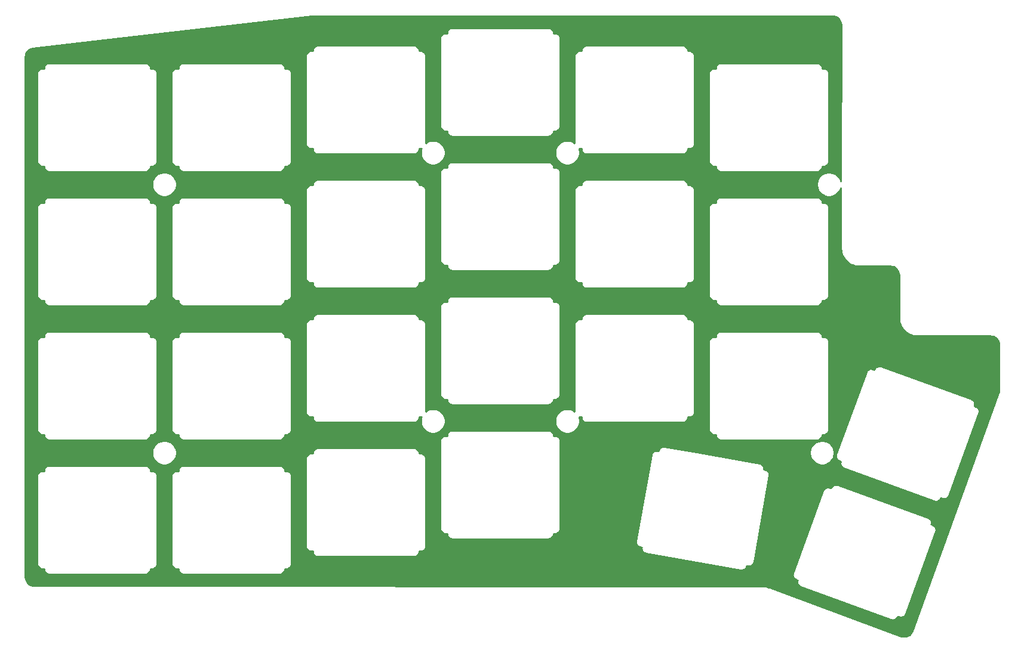
<source format=gbr>
%TF.GenerationSoftware,KiCad,Pcbnew,5.1.6-c6e7f7d~87~ubuntu20.04.1*%
%TF.CreationDate,2020-08-25T07:18:55-05:00*%
%TF.ProjectId,TopPlate,546f7050-6c61-4746-952e-6b696361645f,rev?*%
%TF.SameCoordinates,Original*%
%TF.FileFunction,Copper,L2,Bot*%
%TF.FilePolarity,Positive*%
%FSLAX46Y46*%
G04 Gerber Fmt 4.6, Leading zero omitted, Abs format (unit mm)*
G04 Created by KiCad (PCBNEW 5.1.6-c6e7f7d~87~ubuntu20.04.1) date 2020-08-25 07:18:55*
%MOMM*%
%LPD*%
G01*
G04 APERTURE LIST*
%TA.AperFunction,NonConductor*%
%ADD10C,0.254000*%
%TD*%
G04 APERTURE END LIST*
D10*
G36*
X158859327Y-33271457D02*
G01*
X159086653Y-33340091D01*
X159296316Y-33451569D01*
X159480340Y-33601655D01*
X159631701Y-33784620D01*
X159744646Y-33993507D01*
X159814865Y-34220349D01*
X159842965Y-34487703D01*
X159809342Y-56694278D01*
X159799325Y-56643919D01*
X159668537Y-56328169D01*
X159478663Y-56044002D01*
X159236998Y-55802337D01*
X158952831Y-55612463D01*
X158637081Y-55481675D01*
X158301883Y-55415000D01*
X157960117Y-55415000D01*
X157624919Y-55481675D01*
X157309169Y-55612463D01*
X157025002Y-55802337D01*
X156783337Y-56044002D01*
X156593463Y-56328169D01*
X156462675Y-56643919D01*
X156396000Y-56979117D01*
X156396000Y-57320883D01*
X156462675Y-57656081D01*
X156593463Y-57971831D01*
X156783337Y-58255998D01*
X157025002Y-58497663D01*
X157309169Y-58687537D01*
X157624919Y-58818325D01*
X157960117Y-58885000D01*
X158301883Y-58885000D01*
X158637081Y-58818325D01*
X158952831Y-58687537D01*
X159236998Y-58497663D01*
X159478663Y-58255998D01*
X159668537Y-57971831D01*
X159799325Y-57656081D01*
X159807951Y-57612713D01*
X159794950Y-66199609D01*
X159797948Y-66230525D01*
X159797865Y-66242383D01*
X159798799Y-66251902D01*
X159837662Y-66621656D01*
X159850139Y-66682437D01*
X159861779Y-66743458D01*
X159864544Y-66752614D01*
X159974485Y-67107777D01*
X159998549Y-67165023D01*
X160021801Y-67222574D01*
X160026291Y-67231019D01*
X160203123Y-67558064D01*
X160237858Y-67609561D01*
X160271837Y-67661486D01*
X160277882Y-67668898D01*
X160514871Y-67955368D01*
X160558908Y-67999098D01*
X160602362Y-68043472D01*
X160609731Y-68049569D01*
X160897849Y-68284552D01*
X160949582Y-68318924D01*
X161000788Y-68353985D01*
X161009201Y-68358534D01*
X161337474Y-68533079D01*
X161394884Y-68556742D01*
X161451937Y-68581195D01*
X161461073Y-68584024D01*
X161816996Y-68691483D01*
X161877857Y-68703534D01*
X161938629Y-68716451D01*
X161948140Y-68717451D01*
X162318156Y-68753731D01*
X162318163Y-68753731D01*
X162351353Y-68757000D01*
X166796496Y-68757000D01*
X167066327Y-68783457D01*
X167293653Y-68852091D01*
X167503316Y-68963569D01*
X167687340Y-69113655D01*
X167838701Y-69296620D01*
X167951646Y-69505507D01*
X168021865Y-69732349D01*
X168050000Y-70000035D01*
X168050001Y-76106647D01*
X168052948Y-76136563D01*
X168052865Y-76148383D01*
X168053799Y-76157902D01*
X168092662Y-76527656D01*
X168105139Y-76588437D01*
X168116779Y-76649458D01*
X168119544Y-76658614D01*
X168229485Y-77013777D01*
X168253549Y-77071023D01*
X168276801Y-77128574D01*
X168281291Y-77137019D01*
X168458123Y-77464064D01*
X168492858Y-77515561D01*
X168526837Y-77567486D01*
X168532882Y-77574898D01*
X168769871Y-77861368D01*
X168813908Y-77905098D01*
X168857362Y-77949472D01*
X168864731Y-77955569D01*
X169152849Y-78190552D01*
X169204582Y-78224924D01*
X169255788Y-78259985D01*
X169264201Y-78264534D01*
X169592474Y-78439079D01*
X169649884Y-78462742D01*
X169706937Y-78487195D01*
X169716073Y-78490024D01*
X170071996Y-78597483D01*
X170132857Y-78609534D01*
X170193629Y-78622451D01*
X170203140Y-78623451D01*
X170573156Y-78659731D01*
X170573163Y-78659731D01*
X170606353Y-78663000D01*
X180977496Y-78663000D01*
X181247327Y-78689457D01*
X181474653Y-78758091D01*
X181684316Y-78869569D01*
X181868340Y-79019655D01*
X182019701Y-79202620D01*
X182132646Y-79411507D01*
X182202865Y-79638349D01*
X182231000Y-79906035D01*
X182231001Y-86326486D01*
X182204059Y-86601264D01*
X182152847Y-86786847D01*
X169927864Y-120513590D01*
X169812917Y-120757269D01*
X169673796Y-120945598D01*
X169500746Y-121103317D01*
X169300359Y-121224418D01*
X169080261Y-121304294D01*
X168848843Y-121339897D01*
X168614916Y-121329873D01*
X168358860Y-121267672D01*
X149719826Y-114397967D01*
X149579995Y-114344512D01*
X149539191Y-114333333D01*
X149499300Y-114319251D01*
X149489998Y-114317027D01*
X149122209Y-114231821D01*
X149060669Y-114223780D01*
X148999202Y-114214875D01*
X148989646Y-114214501D01*
X148989645Y-114214501D01*
X148635171Y-114203091D01*
X148624444Y-114202026D01*
X45420770Y-114123026D01*
X45150673Y-114096543D01*
X44923344Y-114027908D01*
X44713680Y-113916428D01*
X44529659Y-113766343D01*
X44378299Y-113583380D01*
X44265354Y-113374493D01*
X44195135Y-113147653D01*
X44167000Y-112879966D01*
X44167000Y-112606132D01*
X152976111Y-112606132D01*
X152995460Y-112741660D01*
X153040877Y-112870810D01*
X153110618Y-112988618D01*
X153202002Y-113090556D01*
X153311517Y-113172707D01*
X153404028Y-113217081D01*
X153404031Y-113217082D01*
X153434955Y-113231915D01*
X153468179Y-113240430D01*
X153675726Y-113315971D01*
X153668588Y-113335583D01*
X153653756Y-113366505D01*
X153645241Y-113399728D01*
X153645240Y-113399731D01*
X153644133Y-113404052D01*
X153619767Y-113499122D01*
X153612304Y-113635820D01*
X153631653Y-113771348D01*
X153677070Y-113900498D01*
X153746811Y-114018306D01*
X153838195Y-114120243D01*
X153947710Y-114202395D01*
X154040221Y-114246769D01*
X154040224Y-114246770D01*
X154071148Y-114261603D01*
X154104373Y-114270118D01*
X166914013Y-118932447D01*
X166944935Y-118947279D01*
X166978155Y-118955793D01*
X166978161Y-118955795D01*
X167077552Y-118981268D01*
X167207173Y-118988345D01*
X167214250Y-118988731D01*
X167214251Y-118988731D01*
X167349779Y-118969382D01*
X167478929Y-118923965D01*
X167596737Y-118854224D01*
X167650620Y-118805919D01*
X167698674Y-118762841D01*
X167780826Y-118653326D01*
X167825200Y-118560815D01*
X167825203Y-118560808D01*
X167840034Y-118529887D01*
X167848547Y-118496669D01*
X167855686Y-118477055D01*
X168063241Y-118552598D01*
X168094160Y-118567429D01*
X168127379Y-118575943D01*
X168127385Y-118575945D01*
X168226776Y-118601418D01*
X168363475Y-118608881D01*
X168499003Y-118589532D01*
X168628153Y-118544115D01*
X168745961Y-118474374D01*
X168847899Y-118382990D01*
X168930050Y-118273475D01*
X168972585Y-118184797D01*
X168974424Y-118180964D01*
X168974425Y-118180961D01*
X168989258Y-118150037D01*
X168997773Y-118116812D01*
X173249679Y-106434798D01*
X173264509Y-106403879D01*
X173273023Y-106370660D01*
X173273025Y-106370654D01*
X173298498Y-106271263D01*
X173305961Y-106134564D01*
X173286612Y-105999036D01*
X173250113Y-105895246D01*
X173241195Y-105869885D01*
X173171454Y-105752078D01*
X173080070Y-105650140D01*
X172970555Y-105567989D01*
X172878044Y-105523615D01*
X172878041Y-105523614D01*
X172847117Y-105508781D01*
X172813892Y-105500266D01*
X172606346Y-105424725D01*
X172613485Y-105405110D01*
X172628316Y-105374191D01*
X172636829Y-105340974D01*
X172636832Y-105340966D01*
X172662305Y-105241575D01*
X172669768Y-105104875D01*
X172650419Y-104969348D01*
X172605002Y-104840197D01*
X172565249Y-104773046D01*
X172535261Y-104722389D01*
X172443877Y-104620451D01*
X172334362Y-104538300D01*
X172241851Y-104493926D01*
X172210925Y-104479092D01*
X172177699Y-104470577D01*
X159368062Y-99808250D01*
X159337137Y-99793417D01*
X159204520Y-99759428D01*
X159067821Y-99751965D01*
X158932293Y-99771314D01*
X158803144Y-99816730D01*
X158755077Y-99845186D01*
X158685335Y-99886472D01*
X158637149Y-99929669D01*
X158583398Y-99977855D01*
X158501246Y-100087370D01*
X158456872Y-100179881D01*
X158456869Y-100179888D01*
X158442038Y-100210809D01*
X158433524Y-100244030D01*
X158426386Y-100263642D01*
X158218834Y-100188099D01*
X158187912Y-100173267D01*
X158154689Y-100164752D01*
X158154686Y-100164751D01*
X158055295Y-100139278D01*
X157918597Y-100131815D01*
X157918596Y-100131815D01*
X157783068Y-100151164D01*
X157653918Y-100196581D01*
X157536110Y-100266322D01*
X157434172Y-100357706D01*
X157352021Y-100467221D01*
X157307647Y-100559732D01*
X157307643Y-100559744D01*
X157292814Y-100590659D01*
X157284301Y-100623874D01*
X153032395Y-112305895D01*
X153017563Y-112336817D01*
X153009048Y-112370040D01*
X153009047Y-112370043D01*
X152997462Y-112415247D01*
X152983574Y-112469434D01*
X152976111Y-112606132D01*
X44167000Y-112606132D01*
X44167000Y-98525000D01*
X45857638Y-98525000D01*
X45861001Y-98559145D01*
X45861000Y-110990865D01*
X45857638Y-111025000D01*
X45871057Y-111161244D01*
X45910798Y-111292252D01*
X45975333Y-111412989D01*
X46062183Y-111518817D01*
X46146831Y-111588285D01*
X46168011Y-111605667D01*
X46288748Y-111670202D01*
X46419756Y-111709943D01*
X46556000Y-111723362D01*
X46590134Y-111720000D01*
X46811000Y-111720000D01*
X46811000Y-111740865D01*
X46807638Y-111775000D01*
X46821057Y-111911244D01*
X46860798Y-112042252D01*
X46925333Y-112162989D01*
X47012183Y-112268817D01*
X47118011Y-112355667D01*
X47238748Y-112420202D01*
X47369756Y-112459943D01*
X47466119Y-112469434D01*
X47506000Y-112473362D01*
X47540134Y-112470000D01*
X61171866Y-112470000D01*
X61206000Y-112473362D01*
X61245882Y-112469434D01*
X61342244Y-112459943D01*
X61473252Y-112420202D01*
X61593989Y-112355667D01*
X61699817Y-112268817D01*
X61786667Y-112162989D01*
X61851202Y-112042252D01*
X61890943Y-111911244D01*
X61904362Y-111775000D01*
X61901000Y-111740865D01*
X61901000Y-111720000D01*
X62121866Y-111720000D01*
X62156000Y-111723362D01*
X62292244Y-111709943D01*
X62423252Y-111670202D01*
X62543989Y-111605667D01*
X62649817Y-111518817D01*
X62736667Y-111412989D01*
X62801202Y-111292252D01*
X62840943Y-111161244D01*
X62851000Y-111059135D01*
X62851000Y-111059134D01*
X62854362Y-111025000D01*
X62851000Y-110990865D01*
X62851000Y-98559134D01*
X62854362Y-98525000D01*
X64907638Y-98525000D01*
X64911001Y-98559145D01*
X64911000Y-110990865D01*
X64907638Y-111025000D01*
X64921057Y-111161244D01*
X64960798Y-111292252D01*
X65025333Y-111412989D01*
X65112183Y-111518817D01*
X65196831Y-111588285D01*
X65218011Y-111605667D01*
X65338748Y-111670202D01*
X65469756Y-111709943D01*
X65606000Y-111723362D01*
X65640134Y-111720000D01*
X65861000Y-111720000D01*
X65861000Y-111740865D01*
X65857638Y-111775000D01*
X65871057Y-111911244D01*
X65910798Y-112042252D01*
X65975333Y-112162989D01*
X66062183Y-112268817D01*
X66168011Y-112355667D01*
X66288748Y-112420202D01*
X66419756Y-112459943D01*
X66516119Y-112469434D01*
X66556000Y-112473362D01*
X66590134Y-112470000D01*
X80221866Y-112470000D01*
X80256000Y-112473362D01*
X80295882Y-112469434D01*
X80392244Y-112459943D01*
X80523252Y-112420202D01*
X80643989Y-112355667D01*
X80749817Y-112268817D01*
X80836667Y-112162989D01*
X80901202Y-112042252D01*
X80940943Y-111911244D01*
X80954362Y-111775000D01*
X80951000Y-111740865D01*
X80951000Y-111720000D01*
X81171866Y-111720000D01*
X81206000Y-111723362D01*
X81342244Y-111709943D01*
X81473252Y-111670202D01*
X81593989Y-111605667D01*
X81699817Y-111518817D01*
X81786667Y-111412989D01*
X81851202Y-111292252D01*
X81890943Y-111161244D01*
X81901000Y-111059135D01*
X81901000Y-111059134D01*
X81904362Y-111025000D01*
X81901000Y-110990865D01*
X81901000Y-98559134D01*
X81904362Y-98525000D01*
X81890943Y-98388756D01*
X81851202Y-98257748D01*
X81786667Y-98137011D01*
X81699817Y-98031183D01*
X81593989Y-97944333D01*
X81473252Y-97879798D01*
X81342244Y-97840057D01*
X81240135Y-97830000D01*
X81240134Y-97830000D01*
X81206000Y-97826638D01*
X81171865Y-97830000D01*
X80951000Y-97830000D01*
X80951000Y-97809135D01*
X80954362Y-97775000D01*
X80940943Y-97638756D01*
X80901202Y-97507748D01*
X80836667Y-97387011D01*
X80749817Y-97281183D01*
X80643989Y-97194333D01*
X80523252Y-97129798D01*
X80392244Y-97090057D01*
X80290135Y-97080000D01*
X80290134Y-97080000D01*
X80256000Y-97076638D01*
X80221865Y-97080000D01*
X66590135Y-97080000D01*
X66556000Y-97076638D01*
X66521866Y-97080000D01*
X66521865Y-97080000D01*
X66419756Y-97090057D01*
X66288748Y-97129798D01*
X66168011Y-97194333D01*
X66062183Y-97281183D01*
X65975333Y-97387011D01*
X65910798Y-97507748D01*
X65871057Y-97638756D01*
X65857638Y-97775000D01*
X65861000Y-97809135D01*
X65861000Y-97830000D01*
X65640135Y-97830000D01*
X65606000Y-97826638D01*
X65571866Y-97830000D01*
X65571865Y-97830000D01*
X65469756Y-97840057D01*
X65338748Y-97879798D01*
X65218011Y-97944333D01*
X65112183Y-98031183D01*
X65025333Y-98137011D01*
X64960798Y-98257748D01*
X64921057Y-98388756D01*
X64907638Y-98525000D01*
X62854362Y-98525000D01*
X62840943Y-98388756D01*
X62801202Y-98257748D01*
X62736667Y-98137011D01*
X62649817Y-98031183D01*
X62543989Y-97944333D01*
X62423252Y-97879798D01*
X62292244Y-97840057D01*
X62190135Y-97830000D01*
X62190134Y-97830000D01*
X62156000Y-97826638D01*
X62121865Y-97830000D01*
X61901000Y-97830000D01*
X61901000Y-97809135D01*
X61904362Y-97775000D01*
X61890943Y-97638756D01*
X61851202Y-97507748D01*
X61786667Y-97387011D01*
X61699817Y-97281183D01*
X61593989Y-97194333D01*
X61473252Y-97129798D01*
X61342244Y-97090057D01*
X61240135Y-97080000D01*
X61240134Y-97080000D01*
X61206000Y-97076638D01*
X61171865Y-97080000D01*
X47540135Y-97080000D01*
X47506000Y-97076638D01*
X47471866Y-97080000D01*
X47471865Y-97080000D01*
X47369756Y-97090057D01*
X47238748Y-97129798D01*
X47118011Y-97194333D01*
X47012183Y-97281183D01*
X46925333Y-97387011D01*
X46860798Y-97507748D01*
X46821057Y-97638756D01*
X46807638Y-97775000D01*
X46811000Y-97809135D01*
X46811000Y-97830000D01*
X46590135Y-97830000D01*
X46556000Y-97826638D01*
X46521866Y-97830000D01*
X46521865Y-97830000D01*
X46419756Y-97840057D01*
X46288748Y-97879798D01*
X46168011Y-97944333D01*
X46062183Y-98031183D01*
X45975333Y-98137011D01*
X45910798Y-98257748D01*
X45871057Y-98388756D01*
X45857638Y-98525000D01*
X44167000Y-98525000D01*
X44167000Y-95079117D01*
X62146000Y-95079117D01*
X62146000Y-95420883D01*
X62212675Y-95756081D01*
X62343463Y-96071831D01*
X62533337Y-96355998D01*
X62775002Y-96597663D01*
X63059169Y-96787537D01*
X63374919Y-96918325D01*
X63710117Y-96985000D01*
X64051883Y-96985000D01*
X64387081Y-96918325D01*
X64702831Y-96787537D01*
X64986998Y-96597663D01*
X65228663Y-96355998D01*
X65418537Y-96071831D01*
X65437935Y-96025000D01*
X83957638Y-96025000D01*
X83961001Y-96059145D01*
X83961000Y-108490865D01*
X83957638Y-108525000D01*
X83971057Y-108661244D01*
X84010798Y-108792252D01*
X84075333Y-108912989D01*
X84162183Y-109018817D01*
X84268011Y-109105667D01*
X84388748Y-109170202D01*
X84519756Y-109209943D01*
X84656000Y-109223362D01*
X84690134Y-109220000D01*
X84911000Y-109220000D01*
X84911000Y-109240865D01*
X84907638Y-109275000D01*
X84921057Y-109411244D01*
X84960798Y-109542252D01*
X85025333Y-109662989D01*
X85112183Y-109768817D01*
X85193111Y-109835232D01*
X85218011Y-109855667D01*
X85338748Y-109920202D01*
X85469756Y-109959943D01*
X85606000Y-109973362D01*
X85640134Y-109970000D01*
X99271866Y-109970000D01*
X99306000Y-109973362D01*
X99442244Y-109959943D01*
X99573252Y-109920202D01*
X99693989Y-109855667D01*
X99799817Y-109768817D01*
X99886667Y-109662989D01*
X99951202Y-109542252D01*
X99990943Y-109411244D01*
X100001000Y-109309135D01*
X100001000Y-109309134D01*
X100004362Y-109275000D01*
X100001000Y-109240865D01*
X100001000Y-109220000D01*
X100221866Y-109220000D01*
X100256000Y-109223362D01*
X100392244Y-109209943D01*
X100523252Y-109170202D01*
X100643989Y-109105667D01*
X100749817Y-109018817D01*
X100836667Y-108912989D01*
X100901202Y-108792252D01*
X100940943Y-108661244D01*
X100951000Y-108559135D01*
X100951000Y-108559134D01*
X100954362Y-108525000D01*
X100951000Y-108490865D01*
X100951000Y-107945740D01*
X130736130Y-107945740D01*
X130752518Y-108081659D01*
X130795107Y-108211768D01*
X130797905Y-108216738D01*
X130862260Y-108331069D01*
X130951399Y-108434976D01*
X131059095Y-108519497D01*
X131181212Y-108581383D01*
X131212226Y-108590057D01*
X131280024Y-108609019D01*
X131280027Y-108609020D01*
X131313056Y-108618257D01*
X131347253Y-108620873D01*
X131564767Y-108659226D01*
X131561145Y-108679769D01*
X131551905Y-108712807D01*
X131545827Y-108792252D01*
X131541462Y-108849311D01*
X131557850Y-108985229D01*
X131600439Y-109115338D01*
X131667592Y-109234640D01*
X131756731Y-109338547D01*
X131864428Y-109423068D01*
X131986544Y-109484954D01*
X132118388Y-109521828D01*
X132152594Y-109524445D01*
X145577218Y-111891568D01*
X145610254Y-111900808D01*
X145746758Y-111911251D01*
X145882676Y-111894863D01*
X146012786Y-111852274D01*
X146132087Y-111785121D01*
X146235994Y-111695982D01*
X146320515Y-111588286D01*
X146382401Y-111466169D01*
X146419275Y-111334325D01*
X146421892Y-111300119D01*
X146425514Y-111279576D01*
X146643020Y-111317928D01*
X146676057Y-111327168D01*
X146812561Y-111337611D01*
X146948479Y-111321223D01*
X147078588Y-111278635D01*
X147197890Y-111211481D01*
X147301797Y-111122342D01*
X147386318Y-111014646D01*
X147448204Y-110892529D01*
X147485078Y-110760685D01*
X147487695Y-110726477D01*
X149646444Y-98483613D01*
X149655680Y-98450587D01*
X149662943Y-98355667D01*
X149666124Y-98314085D01*
X149660666Y-98268817D01*
X149649736Y-98178164D01*
X149607147Y-98048056D01*
X149582961Y-98005089D01*
X149539994Y-97928755D01*
X149450855Y-97824848D01*
X149450854Y-97824847D01*
X149343157Y-97740327D01*
X149282928Y-97709804D01*
X149221042Y-97678441D01*
X149089198Y-97641567D01*
X149054999Y-97638951D01*
X148837487Y-97600598D01*
X148841110Y-97580052D01*
X148850349Y-97547017D01*
X148860792Y-97410512D01*
X148844404Y-97274594D01*
X148801816Y-97144485D01*
X148734662Y-97025183D01*
X148645523Y-96921276D01*
X148537827Y-96836755D01*
X148415710Y-96774869D01*
X148316899Y-96747234D01*
X148316893Y-96747233D01*
X148283866Y-96737996D01*
X148249672Y-96735380D01*
X138856532Y-95079117D01*
X155396000Y-95079117D01*
X155396000Y-95420883D01*
X155462675Y-95756081D01*
X155593463Y-96071831D01*
X155783337Y-96355998D01*
X156025002Y-96597663D01*
X156309169Y-96787537D01*
X156624919Y-96918325D01*
X156960117Y-96985000D01*
X157301883Y-96985000D01*
X157637081Y-96918325D01*
X157952831Y-96787537D01*
X158236998Y-96597663D01*
X158478663Y-96355998D01*
X158668537Y-96071831D01*
X158787529Y-95784559D01*
X159098663Y-95784559D01*
X159118012Y-95920087D01*
X159163429Y-96049237D01*
X159233170Y-96167045D01*
X159324554Y-96268983D01*
X159434069Y-96351134D01*
X159526580Y-96395508D01*
X159526583Y-96395509D01*
X159557507Y-96410342D01*
X159590731Y-96418857D01*
X159798278Y-96494398D01*
X159791140Y-96514010D01*
X159776308Y-96544932D01*
X159742319Y-96677549D01*
X159734856Y-96814247D01*
X159754205Y-96949775D01*
X159799622Y-97078925D01*
X159869363Y-97196733D01*
X159960747Y-97298670D01*
X160070262Y-97380822D01*
X160162773Y-97425196D01*
X160162776Y-97425197D01*
X160193700Y-97440030D01*
X160226925Y-97448545D01*
X173036565Y-102110874D01*
X173067487Y-102125706D01*
X173100707Y-102134220D01*
X173100713Y-102134222D01*
X173200104Y-102159695D01*
X173329725Y-102166772D01*
X173336802Y-102167158D01*
X173336803Y-102167158D01*
X173472331Y-102147809D01*
X173601481Y-102102392D01*
X173719289Y-102032651D01*
X173773172Y-101984346D01*
X173821226Y-101941268D01*
X173903378Y-101831753D01*
X173947752Y-101739242D01*
X173947755Y-101739235D01*
X173962586Y-101708314D01*
X173971099Y-101675096D01*
X173978238Y-101655482D01*
X174185793Y-101731025D01*
X174216712Y-101745856D01*
X174249931Y-101754370D01*
X174249937Y-101754372D01*
X174349328Y-101779845D01*
X174486027Y-101787308D01*
X174621555Y-101767959D01*
X174750705Y-101722542D01*
X174868513Y-101652801D01*
X174970451Y-101561417D01*
X175052602Y-101451902D01*
X175096976Y-101359391D01*
X175096977Y-101359388D01*
X175111810Y-101328464D01*
X175120325Y-101295239D01*
X179372231Y-89613225D01*
X179387061Y-89582306D01*
X179395575Y-89549087D01*
X179395577Y-89549081D01*
X179421050Y-89449690D01*
X179428513Y-89312991D01*
X179409164Y-89177463D01*
X179372665Y-89073673D01*
X179363747Y-89048312D01*
X179294006Y-88930505D01*
X179202622Y-88828567D01*
X179093107Y-88746416D01*
X179000596Y-88702042D01*
X179000593Y-88702041D01*
X178969669Y-88687208D01*
X178936444Y-88678693D01*
X178728898Y-88603152D01*
X178736037Y-88583537D01*
X178750868Y-88552618D01*
X178759381Y-88519401D01*
X178759384Y-88519393D01*
X178784857Y-88420002D01*
X178792320Y-88283302D01*
X178772971Y-88147775D01*
X178727554Y-88018624D01*
X178687801Y-87951473D01*
X178657813Y-87900816D01*
X178566429Y-87798878D01*
X178456914Y-87716727D01*
X178364403Y-87672353D01*
X178333477Y-87657519D01*
X178300251Y-87649004D01*
X165490614Y-82986677D01*
X165459689Y-82971844D01*
X165327072Y-82937855D01*
X165190373Y-82930392D01*
X165054845Y-82949741D01*
X164925696Y-82995157D01*
X164877629Y-83023613D01*
X164807887Y-83064899D01*
X164759701Y-83108096D01*
X164705950Y-83156282D01*
X164623798Y-83265797D01*
X164579424Y-83358308D01*
X164579421Y-83358315D01*
X164564590Y-83389236D01*
X164556076Y-83422457D01*
X164548938Y-83442069D01*
X164341386Y-83366526D01*
X164310464Y-83351694D01*
X164277241Y-83343179D01*
X164277238Y-83343178D01*
X164177847Y-83317705D01*
X164041149Y-83310242D01*
X164041148Y-83310242D01*
X163905620Y-83329591D01*
X163776470Y-83375008D01*
X163658662Y-83444749D01*
X163556724Y-83536133D01*
X163474573Y-83645648D01*
X163430199Y-83738159D01*
X163430195Y-83738171D01*
X163415366Y-83769086D01*
X163406853Y-83802301D01*
X159154947Y-95484322D01*
X159140115Y-95515244D01*
X159131600Y-95548467D01*
X159131599Y-95548470D01*
X159106126Y-95647861D01*
X159098663Y-95784559D01*
X158787529Y-95784559D01*
X158799325Y-95756081D01*
X158866000Y-95420883D01*
X158866000Y-95079117D01*
X158799325Y-94743919D01*
X158668537Y-94428169D01*
X158478663Y-94144002D01*
X158236998Y-93902337D01*
X157952831Y-93712463D01*
X157637081Y-93581675D01*
X157301883Y-93515000D01*
X156960117Y-93515000D01*
X156624919Y-93581675D01*
X156309169Y-93712463D01*
X156025002Y-93902337D01*
X155783337Y-94144002D01*
X155593463Y-94428169D01*
X155462675Y-94743919D01*
X155396000Y-95079117D01*
X138856532Y-95079117D01*
X134825036Y-94368256D01*
X134792000Y-94359016D01*
X134672199Y-94349851D01*
X134655496Y-94348573D01*
X134655495Y-94348573D01*
X134568884Y-94359016D01*
X134519578Y-94364961D01*
X134389469Y-94407550D01*
X134270167Y-94474703D01*
X134166260Y-94563842D01*
X134081739Y-94671539D01*
X134019853Y-94793655D01*
X133982979Y-94925499D01*
X133980362Y-94959705D01*
X133976740Y-94980248D01*
X133759234Y-94941896D01*
X133726197Y-94932656D01*
X133618411Y-94924410D01*
X133589694Y-94922213D01*
X133589692Y-94922213D01*
X133453774Y-94938601D01*
X133411186Y-94952541D01*
X133323666Y-94981189D01*
X133276483Y-95007748D01*
X133204363Y-95048343D01*
X133100456Y-95137482D01*
X133015935Y-95245179D01*
X132954049Y-95367295D01*
X132932504Y-95444333D01*
X132917176Y-95499139D01*
X132914560Y-95533335D01*
X130755812Y-107776202D01*
X130746573Y-107809237D01*
X130736130Y-107945740D01*
X100951000Y-107945740D01*
X100951000Y-96059134D01*
X100954362Y-96025000D01*
X100940943Y-95888756D01*
X100901202Y-95757748D01*
X100836667Y-95637011D01*
X100749817Y-95531183D01*
X100643989Y-95444333D01*
X100523252Y-95379798D01*
X100392244Y-95340057D01*
X100290135Y-95330000D01*
X100290134Y-95330000D01*
X100256000Y-95326638D01*
X100221865Y-95330000D01*
X100001000Y-95330000D01*
X100001000Y-95309135D01*
X100004362Y-95275000D01*
X99990943Y-95138756D01*
X99951202Y-95007748D01*
X99886667Y-94887011D01*
X99799817Y-94781183D01*
X99693989Y-94694333D01*
X99573252Y-94629798D01*
X99442244Y-94590057D01*
X99340135Y-94580000D01*
X99340134Y-94580000D01*
X99306000Y-94576638D01*
X99271865Y-94580000D01*
X85640135Y-94580000D01*
X85606000Y-94576638D01*
X85571866Y-94580000D01*
X85571865Y-94580000D01*
X85469756Y-94590057D01*
X85338748Y-94629798D01*
X85218011Y-94694333D01*
X85112183Y-94781183D01*
X85025333Y-94887011D01*
X84960798Y-95007748D01*
X84921057Y-95138756D01*
X84907638Y-95275000D01*
X84911000Y-95309135D01*
X84911000Y-95330000D01*
X84690135Y-95330000D01*
X84656000Y-95326638D01*
X84621866Y-95330000D01*
X84621865Y-95330000D01*
X84519756Y-95340057D01*
X84388748Y-95379798D01*
X84268011Y-95444333D01*
X84162183Y-95531183D01*
X84075333Y-95637011D01*
X84010798Y-95757748D01*
X83971057Y-95888756D01*
X83957638Y-96025000D01*
X65437935Y-96025000D01*
X65549325Y-95756081D01*
X65616000Y-95420883D01*
X65616000Y-95079117D01*
X65549325Y-94743919D01*
X65418537Y-94428169D01*
X65228663Y-94144002D01*
X64986998Y-93902337D01*
X64702831Y-93712463D01*
X64387081Y-93581675D01*
X64102157Y-93525000D01*
X103007638Y-93525000D01*
X103011001Y-93559145D01*
X103011000Y-105990865D01*
X103007638Y-106025000D01*
X103021057Y-106161244D01*
X103060798Y-106292252D01*
X103125333Y-106412989D01*
X103212183Y-106518817D01*
X103318011Y-106605667D01*
X103438748Y-106670202D01*
X103569756Y-106709943D01*
X103706000Y-106723362D01*
X103740134Y-106720000D01*
X103961000Y-106720000D01*
X103961000Y-106740865D01*
X103957638Y-106775000D01*
X103971057Y-106911244D01*
X104010798Y-107042252D01*
X104075333Y-107162989D01*
X104162183Y-107268817D01*
X104268011Y-107355667D01*
X104388748Y-107420202D01*
X104519756Y-107459943D01*
X104656000Y-107473362D01*
X104690134Y-107470000D01*
X118321866Y-107470000D01*
X118356000Y-107473362D01*
X118492244Y-107459943D01*
X118623252Y-107420202D01*
X118743989Y-107355667D01*
X118849817Y-107268817D01*
X118936667Y-107162989D01*
X119001202Y-107042252D01*
X119040943Y-106911244D01*
X119051000Y-106809135D01*
X119051000Y-106809134D01*
X119054362Y-106775000D01*
X119051000Y-106740865D01*
X119051000Y-106720000D01*
X119271866Y-106720000D01*
X119306000Y-106723362D01*
X119442244Y-106709943D01*
X119573252Y-106670202D01*
X119693989Y-106605667D01*
X119799817Y-106518817D01*
X119886667Y-106412989D01*
X119951202Y-106292252D01*
X119990943Y-106161244D01*
X120001000Y-106059135D01*
X120001000Y-106059134D01*
X120004362Y-106025000D01*
X120001000Y-105990865D01*
X120001000Y-93559134D01*
X120004362Y-93525000D01*
X119990943Y-93388756D01*
X119951202Y-93257748D01*
X119886667Y-93137011D01*
X119799817Y-93031183D01*
X119693989Y-92944333D01*
X119573252Y-92879798D01*
X119442244Y-92840057D01*
X119340135Y-92830000D01*
X119340134Y-92830000D01*
X119306000Y-92826638D01*
X119271865Y-92830000D01*
X119051000Y-92830000D01*
X119051000Y-92809135D01*
X119054362Y-92775000D01*
X119040943Y-92638756D01*
X119001202Y-92507748D01*
X118936667Y-92387011D01*
X118849817Y-92281183D01*
X118743989Y-92194333D01*
X118623252Y-92129798D01*
X118492244Y-92090057D01*
X118390135Y-92080000D01*
X118390134Y-92080000D01*
X118356000Y-92076638D01*
X118321865Y-92080000D01*
X104690135Y-92080000D01*
X104656000Y-92076638D01*
X104621866Y-92080000D01*
X104621865Y-92080000D01*
X104519756Y-92090057D01*
X104388748Y-92129798D01*
X104268011Y-92194333D01*
X104162183Y-92281183D01*
X104075333Y-92387011D01*
X104010798Y-92507748D01*
X103971057Y-92638756D01*
X103957638Y-92775000D01*
X103961000Y-92809135D01*
X103961000Y-92830000D01*
X103740135Y-92830000D01*
X103706000Y-92826638D01*
X103671866Y-92830000D01*
X103671865Y-92830000D01*
X103569756Y-92840057D01*
X103438748Y-92879798D01*
X103318011Y-92944333D01*
X103212183Y-93031183D01*
X103125333Y-93137011D01*
X103060798Y-93257748D01*
X103021057Y-93388756D01*
X103007638Y-93525000D01*
X64102157Y-93525000D01*
X64051883Y-93515000D01*
X63710117Y-93515000D01*
X63374919Y-93581675D01*
X63059169Y-93712463D01*
X62775002Y-93902337D01*
X62533337Y-94144002D01*
X62343463Y-94428169D01*
X62212675Y-94743919D01*
X62146000Y-95079117D01*
X44167000Y-95079117D01*
X44167000Y-79475000D01*
X45857638Y-79475000D01*
X45861001Y-79509145D01*
X45861000Y-91940865D01*
X45857638Y-91975000D01*
X45871057Y-92111244D01*
X45910798Y-92242252D01*
X45975333Y-92362989D01*
X46062183Y-92468817D01*
X46168011Y-92555667D01*
X46288748Y-92620202D01*
X46419756Y-92659943D01*
X46556000Y-92673362D01*
X46590134Y-92670000D01*
X46811000Y-92670000D01*
X46811000Y-92690865D01*
X46807638Y-92725000D01*
X46821057Y-92861244D01*
X46860798Y-92992252D01*
X46925333Y-93112989D01*
X47012183Y-93218817D01*
X47073109Y-93268817D01*
X47118011Y-93305667D01*
X47238748Y-93370202D01*
X47369756Y-93409943D01*
X47506000Y-93423362D01*
X47540134Y-93420000D01*
X61171866Y-93420000D01*
X61206000Y-93423362D01*
X61342244Y-93409943D01*
X61473252Y-93370202D01*
X61593989Y-93305667D01*
X61699817Y-93218817D01*
X61786667Y-93112989D01*
X61851202Y-92992252D01*
X61890943Y-92861244D01*
X61901000Y-92759135D01*
X61901000Y-92759134D01*
X61904362Y-92725000D01*
X61901000Y-92690865D01*
X61901000Y-92670000D01*
X62121866Y-92670000D01*
X62156000Y-92673362D01*
X62292244Y-92659943D01*
X62423252Y-92620202D01*
X62543989Y-92555667D01*
X62649817Y-92468817D01*
X62736667Y-92362989D01*
X62801202Y-92242252D01*
X62840943Y-92111244D01*
X62851000Y-92009135D01*
X62851000Y-92009134D01*
X62854362Y-91975000D01*
X62851000Y-91940865D01*
X62851000Y-79509134D01*
X62854362Y-79475000D01*
X64907638Y-79475000D01*
X64911001Y-79509145D01*
X64911000Y-91940865D01*
X64907638Y-91975000D01*
X64921057Y-92111244D01*
X64960798Y-92242252D01*
X65025333Y-92362989D01*
X65112183Y-92468817D01*
X65218011Y-92555667D01*
X65338748Y-92620202D01*
X65469756Y-92659943D01*
X65606000Y-92673362D01*
X65640134Y-92670000D01*
X65861000Y-92670000D01*
X65861000Y-92690865D01*
X65857638Y-92725000D01*
X65871057Y-92861244D01*
X65910798Y-92992252D01*
X65975333Y-93112989D01*
X66062183Y-93218817D01*
X66123109Y-93268817D01*
X66168011Y-93305667D01*
X66288748Y-93370202D01*
X66419756Y-93409943D01*
X66556000Y-93423362D01*
X66590134Y-93420000D01*
X80221866Y-93420000D01*
X80256000Y-93423362D01*
X80392244Y-93409943D01*
X80523252Y-93370202D01*
X80643989Y-93305667D01*
X80749817Y-93218817D01*
X80836667Y-93112989D01*
X80901202Y-92992252D01*
X80940943Y-92861244D01*
X80951000Y-92759135D01*
X80951000Y-92759134D01*
X80954362Y-92725000D01*
X80951000Y-92690865D01*
X80951000Y-92670000D01*
X81171866Y-92670000D01*
X81206000Y-92673362D01*
X81342244Y-92659943D01*
X81473252Y-92620202D01*
X81593989Y-92555667D01*
X81699817Y-92468817D01*
X81786667Y-92362989D01*
X81851202Y-92242252D01*
X81890943Y-92111244D01*
X81901000Y-92009135D01*
X81901000Y-92009134D01*
X81904362Y-91975000D01*
X81901000Y-91940865D01*
X81901000Y-79509134D01*
X81904362Y-79475000D01*
X81890943Y-79338756D01*
X81851202Y-79207748D01*
X81786667Y-79087011D01*
X81699817Y-78981183D01*
X81593989Y-78894333D01*
X81473252Y-78829798D01*
X81342244Y-78790057D01*
X81240135Y-78780000D01*
X81240134Y-78780000D01*
X81206000Y-78776638D01*
X81171865Y-78780000D01*
X80951000Y-78780000D01*
X80951000Y-78759135D01*
X80954362Y-78725000D01*
X80947934Y-78659731D01*
X80940943Y-78588756D01*
X80901202Y-78457748D01*
X80836667Y-78337011D01*
X80777187Y-78264534D01*
X80749817Y-78231183D01*
X80643989Y-78144333D01*
X80523252Y-78079798D01*
X80392244Y-78040057D01*
X80290135Y-78030000D01*
X80290134Y-78030000D01*
X80256000Y-78026638D01*
X80221865Y-78030000D01*
X66590135Y-78030000D01*
X66556000Y-78026638D01*
X66521866Y-78030000D01*
X66521865Y-78030000D01*
X66419756Y-78040057D01*
X66288748Y-78079798D01*
X66168011Y-78144333D01*
X66062183Y-78231183D01*
X65975333Y-78337011D01*
X65910798Y-78457748D01*
X65882719Y-78550312D01*
X65871057Y-78588756D01*
X65864067Y-78659731D01*
X65857638Y-78725000D01*
X65861000Y-78759135D01*
X65861000Y-78780000D01*
X65640135Y-78780000D01*
X65606000Y-78776638D01*
X65571866Y-78780000D01*
X65571865Y-78780000D01*
X65469756Y-78790057D01*
X65338748Y-78829798D01*
X65218011Y-78894333D01*
X65112183Y-78981183D01*
X65025333Y-79087011D01*
X64960798Y-79207748D01*
X64921057Y-79338756D01*
X64907638Y-79475000D01*
X62854362Y-79475000D01*
X62840943Y-79338756D01*
X62801202Y-79207748D01*
X62736667Y-79087011D01*
X62649817Y-78981183D01*
X62543989Y-78894333D01*
X62423252Y-78829798D01*
X62292244Y-78790057D01*
X62190135Y-78780000D01*
X62190134Y-78780000D01*
X62156000Y-78776638D01*
X62121865Y-78780000D01*
X61901000Y-78780000D01*
X61901000Y-78759135D01*
X61904362Y-78725000D01*
X61897934Y-78659731D01*
X61890943Y-78588756D01*
X61851202Y-78457748D01*
X61786667Y-78337011D01*
X61727187Y-78264534D01*
X61699817Y-78231183D01*
X61593989Y-78144333D01*
X61473252Y-78079798D01*
X61342244Y-78040057D01*
X61240135Y-78030000D01*
X61240134Y-78030000D01*
X61206000Y-78026638D01*
X61171865Y-78030000D01*
X47540135Y-78030000D01*
X47506000Y-78026638D01*
X47471866Y-78030000D01*
X47471865Y-78030000D01*
X47369756Y-78040057D01*
X47238748Y-78079798D01*
X47118011Y-78144333D01*
X47012183Y-78231183D01*
X46925333Y-78337011D01*
X46860798Y-78457748D01*
X46832719Y-78550312D01*
X46821057Y-78588756D01*
X46814067Y-78659731D01*
X46807638Y-78725000D01*
X46811000Y-78759135D01*
X46811000Y-78780000D01*
X46590135Y-78780000D01*
X46556000Y-78776638D01*
X46521866Y-78780000D01*
X46521865Y-78780000D01*
X46419756Y-78790057D01*
X46288748Y-78829798D01*
X46168011Y-78894333D01*
X46062183Y-78981183D01*
X45975333Y-79087011D01*
X45910798Y-79207748D01*
X45871057Y-79338756D01*
X45857638Y-79475000D01*
X44167000Y-79475000D01*
X44167000Y-76975000D01*
X83957638Y-76975000D01*
X83961001Y-77009145D01*
X83961000Y-89440865D01*
X83957638Y-89475000D01*
X83971057Y-89611244D01*
X84010798Y-89742252D01*
X84075333Y-89862989D01*
X84162183Y-89968817D01*
X84210189Y-90008214D01*
X84268011Y-90055667D01*
X84388748Y-90120202D01*
X84519756Y-90159943D01*
X84656000Y-90173362D01*
X84690134Y-90170000D01*
X84911000Y-90170000D01*
X84911000Y-90190865D01*
X84907638Y-90225000D01*
X84921057Y-90361244D01*
X84960798Y-90492252D01*
X85025333Y-90612989D01*
X85112183Y-90718817D01*
X85218011Y-90805667D01*
X85338748Y-90870202D01*
X85469756Y-90909943D01*
X85606000Y-90923362D01*
X85640134Y-90920000D01*
X99271866Y-90920000D01*
X99306000Y-90923362D01*
X99442244Y-90909943D01*
X99573252Y-90870202D01*
X99693989Y-90805667D01*
X99799817Y-90718817D01*
X99886667Y-90612989D01*
X99951202Y-90492252D01*
X99990943Y-90361244D01*
X100001000Y-90259135D01*
X100001000Y-90259134D01*
X100004362Y-90225000D01*
X100001000Y-90190865D01*
X100001000Y-90170000D01*
X100221866Y-90170000D01*
X100256000Y-90173362D01*
X100345554Y-90164542D01*
X100312675Y-90243919D01*
X100246000Y-90579117D01*
X100246000Y-90920883D01*
X100312675Y-91256081D01*
X100443463Y-91571831D01*
X100633337Y-91855998D01*
X100875002Y-92097663D01*
X101159169Y-92287537D01*
X101474919Y-92418325D01*
X101810117Y-92485000D01*
X102151883Y-92485000D01*
X102487081Y-92418325D01*
X102802831Y-92287537D01*
X103086998Y-92097663D01*
X103328663Y-91855998D01*
X103518537Y-91571831D01*
X103649325Y-91256081D01*
X103716000Y-90920883D01*
X103716000Y-90579117D01*
X119296000Y-90579117D01*
X119296000Y-90920883D01*
X119362675Y-91256081D01*
X119493463Y-91571831D01*
X119683337Y-91855998D01*
X119925002Y-92097663D01*
X120209169Y-92287537D01*
X120524919Y-92418325D01*
X120860117Y-92485000D01*
X121201883Y-92485000D01*
X121537081Y-92418325D01*
X121852831Y-92287537D01*
X122136998Y-92097663D01*
X122378663Y-91855998D01*
X122568537Y-91571831D01*
X122699325Y-91256081D01*
X122766000Y-90920883D01*
X122766000Y-90579117D01*
X122699325Y-90243919D01*
X122666446Y-90164542D01*
X122756000Y-90173362D01*
X122790134Y-90170000D01*
X123011000Y-90170000D01*
X123011000Y-90190865D01*
X123007638Y-90225000D01*
X123021057Y-90361244D01*
X123060798Y-90492252D01*
X123125333Y-90612989D01*
X123212183Y-90718817D01*
X123318011Y-90805667D01*
X123438748Y-90870202D01*
X123569756Y-90909943D01*
X123706000Y-90923362D01*
X123740134Y-90920000D01*
X137371866Y-90920000D01*
X137406000Y-90923362D01*
X137542244Y-90909943D01*
X137673252Y-90870202D01*
X137793989Y-90805667D01*
X137899817Y-90718817D01*
X137986667Y-90612989D01*
X138051202Y-90492252D01*
X138090943Y-90361244D01*
X138101000Y-90259135D01*
X138101000Y-90259134D01*
X138104362Y-90225000D01*
X138101000Y-90190865D01*
X138101000Y-90170000D01*
X138321866Y-90170000D01*
X138356000Y-90173362D01*
X138492244Y-90159943D01*
X138623252Y-90120202D01*
X138743989Y-90055667D01*
X138849817Y-89968817D01*
X138936667Y-89862989D01*
X139001202Y-89742252D01*
X139040943Y-89611244D01*
X139051000Y-89509135D01*
X139051000Y-89509134D01*
X139054362Y-89475000D01*
X139051000Y-89440865D01*
X139051000Y-79475000D01*
X141107638Y-79475000D01*
X141111001Y-79509145D01*
X141111000Y-91940865D01*
X141107638Y-91975000D01*
X141121057Y-92111244D01*
X141160798Y-92242252D01*
X141225333Y-92362989D01*
X141312183Y-92468817D01*
X141418011Y-92555667D01*
X141538748Y-92620202D01*
X141669756Y-92659943D01*
X141806000Y-92673362D01*
X141840134Y-92670000D01*
X142061000Y-92670000D01*
X142061000Y-92690865D01*
X142057638Y-92725000D01*
X142071057Y-92861244D01*
X142110798Y-92992252D01*
X142175333Y-93112989D01*
X142262183Y-93218817D01*
X142323109Y-93268817D01*
X142368011Y-93305667D01*
X142488748Y-93370202D01*
X142619756Y-93409943D01*
X142756000Y-93423362D01*
X142790134Y-93420000D01*
X156421866Y-93420000D01*
X156456000Y-93423362D01*
X156592244Y-93409943D01*
X156723252Y-93370202D01*
X156843989Y-93305667D01*
X156949817Y-93218817D01*
X157036667Y-93112989D01*
X157101202Y-92992252D01*
X157140943Y-92861244D01*
X157151000Y-92759135D01*
X157151000Y-92759134D01*
X157154362Y-92725000D01*
X157151000Y-92690865D01*
X157151000Y-92670000D01*
X157371866Y-92670000D01*
X157406000Y-92673362D01*
X157542244Y-92659943D01*
X157673252Y-92620202D01*
X157793989Y-92555667D01*
X157899817Y-92468817D01*
X157986667Y-92362989D01*
X158051202Y-92242252D01*
X158090943Y-92111244D01*
X158101000Y-92009135D01*
X158101000Y-92009134D01*
X158104362Y-91975000D01*
X158101000Y-91940865D01*
X158101000Y-79509134D01*
X158104362Y-79475000D01*
X158090943Y-79338756D01*
X158051202Y-79207748D01*
X157986667Y-79087011D01*
X157899817Y-78981183D01*
X157793989Y-78894333D01*
X157673252Y-78829798D01*
X157542244Y-78790057D01*
X157440135Y-78780000D01*
X157440134Y-78780000D01*
X157406000Y-78776638D01*
X157371865Y-78780000D01*
X157151000Y-78780000D01*
X157151000Y-78759135D01*
X157154362Y-78725000D01*
X157147934Y-78659731D01*
X157140943Y-78588756D01*
X157101202Y-78457748D01*
X157036667Y-78337011D01*
X156977187Y-78264534D01*
X156949817Y-78231183D01*
X156843989Y-78144333D01*
X156723252Y-78079798D01*
X156592244Y-78040057D01*
X156490135Y-78030000D01*
X156490134Y-78030000D01*
X156456000Y-78026638D01*
X156421865Y-78030000D01*
X142790135Y-78030000D01*
X142756000Y-78026638D01*
X142721866Y-78030000D01*
X142721865Y-78030000D01*
X142619756Y-78040057D01*
X142488748Y-78079798D01*
X142368011Y-78144333D01*
X142262183Y-78231183D01*
X142175333Y-78337011D01*
X142110798Y-78457748D01*
X142082719Y-78550312D01*
X142071057Y-78588756D01*
X142064067Y-78659731D01*
X142057638Y-78725000D01*
X142061000Y-78759135D01*
X142061000Y-78780000D01*
X141840135Y-78780000D01*
X141806000Y-78776638D01*
X141771866Y-78780000D01*
X141771865Y-78780000D01*
X141669756Y-78790057D01*
X141538748Y-78829798D01*
X141418011Y-78894333D01*
X141312183Y-78981183D01*
X141225333Y-79087011D01*
X141160798Y-79207748D01*
X141121057Y-79338756D01*
X141107638Y-79475000D01*
X139051000Y-79475000D01*
X139051000Y-77009134D01*
X139054362Y-76975000D01*
X139040943Y-76838756D01*
X139001202Y-76707748D01*
X138936667Y-76587011D01*
X138849817Y-76481183D01*
X138743989Y-76394333D01*
X138623252Y-76329798D01*
X138492244Y-76290057D01*
X138390135Y-76280000D01*
X138390134Y-76280000D01*
X138356000Y-76276638D01*
X138321865Y-76280000D01*
X138101000Y-76280000D01*
X138101000Y-76259135D01*
X138104362Y-76225000D01*
X138090943Y-76088756D01*
X138051202Y-75957748D01*
X137986667Y-75837011D01*
X137899817Y-75731183D01*
X137793989Y-75644333D01*
X137673252Y-75579798D01*
X137542244Y-75540057D01*
X137440135Y-75530000D01*
X137440134Y-75530000D01*
X137406000Y-75526638D01*
X137371865Y-75530000D01*
X123740135Y-75530000D01*
X123706000Y-75526638D01*
X123671866Y-75530000D01*
X123671865Y-75530000D01*
X123569756Y-75540057D01*
X123438748Y-75579798D01*
X123318011Y-75644333D01*
X123212183Y-75731183D01*
X123125333Y-75837011D01*
X123060798Y-75957748D01*
X123021057Y-76088756D01*
X123007638Y-76225000D01*
X123011000Y-76259135D01*
X123011000Y-76280000D01*
X122790135Y-76280000D01*
X122756000Y-76276638D01*
X122721866Y-76280000D01*
X122721865Y-76280000D01*
X122619756Y-76290057D01*
X122488748Y-76329798D01*
X122368011Y-76394333D01*
X122262183Y-76481183D01*
X122175333Y-76587011D01*
X122110798Y-76707748D01*
X122071057Y-76838756D01*
X122057638Y-76975000D01*
X122061001Y-77009145D01*
X122061000Y-89351557D01*
X121852831Y-89212463D01*
X121537081Y-89081675D01*
X121201883Y-89015000D01*
X120860117Y-89015000D01*
X120524919Y-89081675D01*
X120209169Y-89212463D01*
X119925002Y-89402337D01*
X119683337Y-89644002D01*
X119493463Y-89928169D01*
X119362675Y-90243919D01*
X119296000Y-90579117D01*
X103716000Y-90579117D01*
X103649325Y-90243919D01*
X103518537Y-89928169D01*
X103328663Y-89644002D01*
X103086998Y-89402337D01*
X102802831Y-89212463D01*
X102487081Y-89081675D01*
X102151883Y-89015000D01*
X101810117Y-89015000D01*
X101474919Y-89081675D01*
X101159169Y-89212463D01*
X100951000Y-89351557D01*
X100951000Y-77009134D01*
X100954362Y-76975000D01*
X100940943Y-76838756D01*
X100901202Y-76707748D01*
X100836667Y-76587011D01*
X100749817Y-76481183D01*
X100643989Y-76394333D01*
X100523252Y-76329798D01*
X100392244Y-76290057D01*
X100290135Y-76280000D01*
X100290134Y-76280000D01*
X100256000Y-76276638D01*
X100221865Y-76280000D01*
X100001000Y-76280000D01*
X100001000Y-76259135D01*
X100004362Y-76225000D01*
X99990943Y-76088756D01*
X99951202Y-75957748D01*
X99886667Y-75837011D01*
X99799817Y-75731183D01*
X99693989Y-75644333D01*
X99573252Y-75579798D01*
X99442244Y-75540057D01*
X99340135Y-75530000D01*
X99340134Y-75530000D01*
X99306000Y-75526638D01*
X99271865Y-75530000D01*
X85640135Y-75530000D01*
X85606000Y-75526638D01*
X85571866Y-75530000D01*
X85571865Y-75530000D01*
X85469756Y-75540057D01*
X85338748Y-75579798D01*
X85218011Y-75644333D01*
X85112183Y-75731183D01*
X85025333Y-75837011D01*
X84960798Y-75957748D01*
X84921057Y-76088756D01*
X84907638Y-76225000D01*
X84911000Y-76259135D01*
X84911000Y-76280000D01*
X84690135Y-76280000D01*
X84656000Y-76276638D01*
X84621866Y-76280000D01*
X84621865Y-76280000D01*
X84519756Y-76290057D01*
X84388748Y-76329798D01*
X84268011Y-76394333D01*
X84162183Y-76481183D01*
X84075333Y-76587011D01*
X84010798Y-76707748D01*
X83971057Y-76838756D01*
X83957638Y-76975000D01*
X44167000Y-76975000D01*
X44167000Y-74475000D01*
X103007638Y-74475000D01*
X103011001Y-74509145D01*
X103011000Y-86940865D01*
X103007638Y-86975000D01*
X103021057Y-87111244D01*
X103060798Y-87242252D01*
X103125333Y-87362989D01*
X103212183Y-87468817D01*
X103290529Y-87533113D01*
X103318011Y-87555667D01*
X103438748Y-87620202D01*
X103569756Y-87659943D01*
X103706000Y-87673362D01*
X103740134Y-87670000D01*
X103961000Y-87670000D01*
X103961000Y-87690865D01*
X103957638Y-87725000D01*
X103971057Y-87861244D01*
X104010798Y-87992252D01*
X104075333Y-88112989D01*
X104162183Y-88218817D01*
X104240759Y-88283302D01*
X104268011Y-88305667D01*
X104388748Y-88370202D01*
X104519756Y-88409943D01*
X104656000Y-88423362D01*
X104690134Y-88420000D01*
X118321866Y-88420000D01*
X118356000Y-88423362D01*
X118492244Y-88409943D01*
X118623252Y-88370202D01*
X118743989Y-88305667D01*
X118849817Y-88218817D01*
X118936667Y-88112989D01*
X119001202Y-87992252D01*
X119040943Y-87861244D01*
X119051000Y-87759135D01*
X119051000Y-87759134D01*
X119054362Y-87725000D01*
X119051000Y-87690865D01*
X119051000Y-87670000D01*
X119271866Y-87670000D01*
X119306000Y-87673362D01*
X119442244Y-87659943D01*
X119573252Y-87620202D01*
X119693989Y-87555667D01*
X119799817Y-87468817D01*
X119886667Y-87362989D01*
X119951202Y-87242252D01*
X119990943Y-87111244D01*
X120001000Y-87009135D01*
X120001000Y-87009134D01*
X120004362Y-86975000D01*
X120001000Y-86940865D01*
X120001000Y-74509134D01*
X120004362Y-74475000D01*
X119990943Y-74338756D01*
X119951202Y-74207748D01*
X119886667Y-74087011D01*
X119799817Y-73981183D01*
X119693989Y-73894333D01*
X119573252Y-73829798D01*
X119442244Y-73790057D01*
X119340135Y-73780000D01*
X119340134Y-73780000D01*
X119306000Y-73776638D01*
X119271865Y-73780000D01*
X119051000Y-73780000D01*
X119051000Y-73759135D01*
X119054362Y-73725000D01*
X119040943Y-73588756D01*
X119001202Y-73457748D01*
X118936667Y-73337011D01*
X118849817Y-73231183D01*
X118743989Y-73144333D01*
X118623252Y-73079798D01*
X118492244Y-73040057D01*
X118390135Y-73030000D01*
X118390134Y-73030000D01*
X118356000Y-73026638D01*
X118321865Y-73030000D01*
X104690135Y-73030000D01*
X104656000Y-73026638D01*
X104621866Y-73030000D01*
X104621865Y-73030000D01*
X104519756Y-73040057D01*
X104388748Y-73079798D01*
X104268011Y-73144333D01*
X104162183Y-73231183D01*
X104075333Y-73337011D01*
X104010798Y-73457748D01*
X103971057Y-73588756D01*
X103957638Y-73725000D01*
X103961000Y-73759135D01*
X103961000Y-73780000D01*
X103740135Y-73780000D01*
X103706000Y-73776638D01*
X103671866Y-73780000D01*
X103671865Y-73780000D01*
X103569756Y-73790057D01*
X103438748Y-73829798D01*
X103318011Y-73894333D01*
X103212183Y-73981183D01*
X103125333Y-74087011D01*
X103060798Y-74207748D01*
X103021057Y-74338756D01*
X103007638Y-74475000D01*
X44167000Y-74475000D01*
X44167000Y-60425000D01*
X45857638Y-60425000D01*
X45861001Y-60459145D01*
X45861000Y-72890865D01*
X45857638Y-72925000D01*
X45871057Y-73061244D01*
X45910798Y-73192252D01*
X45975333Y-73312989D01*
X46062183Y-73418817D01*
X46168011Y-73505667D01*
X46288748Y-73570202D01*
X46419756Y-73609943D01*
X46556000Y-73623362D01*
X46590134Y-73620000D01*
X46811000Y-73620000D01*
X46811000Y-73640865D01*
X46807638Y-73675000D01*
X46821057Y-73811244D01*
X46860798Y-73942252D01*
X46925333Y-74062989D01*
X47012183Y-74168817D01*
X47073109Y-74218817D01*
X47118011Y-74255667D01*
X47238748Y-74320202D01*
X47369756Y-74359943D01*
X47506000Y-74373362D01*
X47540134Y-74370000D01*
X61171866Y-74370000D01*
X61206000Y-74373362D01*
X61342244Y-74359943D01*
X61473252Y-74320202D01*
X61593989Y-74255667D01*
X61699817Y-74168817D01*
X61786667Y-74062989D01*
X61851202Y-73942252D01*
X61890943Y-73811244D01*
X61901000Y-73709135D01*
X61901000Y-73709134D01*
X61904362Y-73675000D01*
X61901000Y-73640865D01*
X61901000Y-73620000D01*
X62121866Y-73620000D01*
X62156000Y-73623362D01*
X62292244Y-73609943D01*
X62423252Y-73570202D01*
X62543989Y-73505667D01*
X62649817Y-73418817D01*
X62736667Y-73312989D01*
X62801202Y-73192252D01*
X62840943Y-73061244D01*
X62851000Y-72959135D01*
X62851000Y-72959134D01*
X62854362Y-72925000D01*
X62851000Y-72890865D01*
X62851000Y-60459134D01*
X62854362Y-60425000D01*
X64907638Y-60425000D01*
X64911001Y-60459145D01*
X64911000Y-72890865D01*
X64907638Y-72925000D01*
X64921057Y-73061244D01*
X64960798Y-73192252D01*
X65025333Y-73312989D01*
X65112183Y-73418817D01*
X65218011Y-73505667D01*
X65338748Y-73570202D01*
X65469756Y-73609943D01*
X65606000Y-73623362D01*
X65640134Y-73620000D01*
X65861000Y-73620000D01*
X65861000Y-73640865D01*
X65857638Y-73675000D01*
X65871057Y-73811244D01*
X65910798Y-73942252D01*
X65975333Y-74062989D01*
X66062183Y-74168817D01*
X66123109Y-74218817D01*
X66168011Y-74255667D01*
X66288748Y-74320202D01*
X66419756Y-74359943D01*
X66556000Y-74373362D01*
X66590134Y-74370000D01*
X80221866Y-74370000D01*
X80256000Y-74373362D01*
X80392244Y-74359943D01*
X80523252Y-74320202D01*
X80643989Y-74255667D01*
X80749817Y-74168817D01*
X80836667Y-74062989D01*
X80901202Y-73942252D01*
X80940943Y-73811244D01*
X80951000Y-73709135D01*
X80951000Y-73709134D01*
X80954362Y-73675000D01*
X80951000Y-73640865D01*
X80951000Y-73620000D01*
X81171866Y-73620000D01*
X81206000Y-73623362D01*
X81342244Y-73609943D01*
X81473252Y-73570202D01*
X81593989Y-73505667D01*
X81699817Y-73418817D01*
X81786667Y-73312989D01*
X81851202Y-73192252D01*
X81890943Y-73061244D01*
X81901000Y-72959135D01*
X81901000Y-72959134D01*
X81904362Y-72925000D01*
X81901000Y-72890865D01*
X81901000Y-60459134D01*
X81904362Y-60425000D01*
X81890943Y-60288756D01*
X81851202Y-60157748D01*
X81786667Y-60037011D01*
X81699817Y-59931183D01*
X81593989Y-59844333D01*
X81473252Y-59779798D01*
X81342244Y-59740057D01*
X81240135Y-59730000D01*
X81240134Y-59730000D01*
X81206000Y-59726638D01*
X81171865Y-59730000D01*
X80951000Y-59730000D01*
X80951000Y-59709135D01*
X80954362Y-59675000D01*
X80940943Y-59538756D01*
X80901202Y-59407748D01*
X80836667Y-59287011D01*
X80749817Y-59181183D01*
X80643989Y-59094333D01*
X80523252Y-59029798D01*
X80392244Y-58990057D01*
X80290135Y-58980000D01*
X80290134Y-58980000D01*
X80256000Y-58976638D01*
X80221865Y-58980000D01*
X66590135Y-58980000D01*
X66556000Y-58976638D01*
X66521866Y-58980000D01*
X66521865Y-58980000D01*
X66419756Y-58990057D01*
X66288748Y-59029798D01*
X66168011Y-59094333D01*
X66062183Y-59181183D01*
X65975333Y-59287011D01*
X65910798Y-59407748D01*
X65871057Y-59538756D01*
X65857638Y-59675000D01*
X65861000Y-59709135D01*
X65861000Y-59730000D01*
X65640135Y-59730000D01*
X65606000Y-59726638D01*
X65571866Y-59730000D01*
X65571865Y-59730000D01*
X65469756Y-59740057D01*
X65338748Y-59779798D01*
X65218011Y-59844333D01*
X65112183Y-59931183D01*
X65025333Y-60037011D01*
X64960798Y-60157748D01*
X64921057Y-60288756D01*
X64907638Y-60425000D01*
X62854362Y-60425000D01*
X62840943Y-60288756D01*
X62801202Y-60157748D01*
X62736667Y-60037011D01*
X62649817Y-59931183D01*
X62543989Y-59844333D01*
X62423252Y-59779798D01*
X62292244Y-59740057D01*
X62190135Y-59730000D01*
X62190134Y-59730000D01*
X62156000Y-59726638D01*
X62121865Y-59730000D01*
X61901000Y-59730000D01*
X61901000Y-59709135D01*
X61904362Y-59675000D01*
X61890943Y-59538756D01*
X61851202Y-59407748D01*
X61786667Y-59287011D01*
X61699817Y-59181183D01*
X61593989Y-59094333D01*
X61473252Y-59029798D01*
X61342244Y-58990057D01*
X61240135Y-58980000D01*
X61240134Y-58980000D01*
X61206000Y-58976638D01*
X61171865Y-58980000D01*
X47540135Y-58980000D01*
X47506000Y-58976638D01*
X47471866Y-58980000D01*
X47471865Y-58980000D01*
X47369756Y-58990057D01*
X47238748Y-59029798D01*
X47118011Y-59094333D01*
X47012183Y-59181183D01*
X46925333Y-59287011D01*
X46860798Y-59407748D01*
X46821057Y-59538756D01*
X46807638Y-59675000D01*
X46811000Y-59709135D01*
X46811000Y-59730000D01*
X46590135Y-59730000D01*
X46556000Y-59726638D01*
X46521866Y-59730000D01*
X46521865Y-59730000D01*
X46419756Y-59740057D01*
X46288748Y-59779798D01*
X46168011Y-59844333D01*
X46062183Y-59931183D01*
X45975333Y-60037011D01*
X45910798Y-60157748D01*
X45871057Y-60288756D01*
X45857638Y-60425000D01*
X44167000Y-60425000D01*
X44167000Y-56979117D01*
X62146000Y-56979117D01*
X62146000Y-57320883D01*
X62212675Y-57656081D01*
X62343463Y-57971831D01*
X62533337Y-58255998D01*
X62775002Y-58497663D01*
X63059169Y-58687537D01*
X63374919Y-58818325D01*
X63710117Y-58885000D01*
X64051883Y-58885000D01*
X64387081Y-58818325D01*
X64702831Y-58687537D01*
X64986998Y-58497663D01*
X65228663Y-58255998D01*
X65418537Y-57971831D01*
X65437935Y-57925000D01*
X83957638Y-57925000D01*
X83961001Y-57959145D01*
X83961000Y-70390865D01*
X83957638Y-70425000D01*
X83971057Y-70561244D01*
X84010798Y-70692252D01*
X84075333Y-70812989D01*
X84162183Y-70918817D01*
X84268011Y-71005667D01*
X84388748Y-71070202D01*
X84519756Y-71109943D01*
X84656000Y-71123362D01*
X84690134Y-71120000D01*
X84911000Y-71120000D01*
X84911000Y-71140865D01*
X84907638Y-71175000D01*
X84921057Y-71311244D01*
X84960798Y-71442252D01*
X85025333Y-71562989D01*
X85112183Y-71668817D01*
X85218011Y-71755667D01*
X85338748Y-71820202D01*
X85469756Y-71859943D01*
X85606000Y-71873362D01*
X85640134Y-71870000D01*
X99271866Y-71870000D01*
X99306000Y-71873362D01*
X99442244Y-71859943D01*
X99573252Y-71820202D01*
X99693989Y-71755667D01*
X99799817Y-71668817D01*
X99886667Y-71562989D01*
X99951202Y-71442252D01*
X99990943Y-71311244D01*
X100001000Y-71209135D01*
X100001000Y-71209134D01*
X100004362Y-71175000D01*
X100001000Y-71140865D01*
X100001000Y-71120000D01*
X100221866Y-71120000D01*
X100256000Y-71123362D01*
X100392244Y-71109943D01*
X100523252Y-71070202D01*
X100643989Y-71005667D01*
X100749817Y-70918817D01*
X100836667Y-70812989D01*
X100901202Y-70692252D01*
X100940943Y-70561244D01*
X100951000Y-70459135D01*
X100951000Y-70459134D01*
X100954362Y-70425000D01*
X100951000Y-70390865D01*
X100951000Y-57959134D01*
X100954362Y-57925000D01*
X100940943Y-57788756D01*
X100901202Y-57657748D01*
X100836667Y-57537011D01*
X100749817Y-57431183D01*
X100643989Y-57344333D01*
X100523252Y-57279798D01*
X100392244Y-57240057D01*
X100290135Y-57230000D01*
X100290134Y-57230000D01*
X100256000Y-57226638D01*
X100221865Y-57230000D01*
X100001000Y-57230000D01*
X100001000Y-57209135D01*
X100004362Y-57175000D01*
X99990943Y-57038756D01*
X99951202Y-56907748D01*
X99886667Y-56787011D01*
X99799817Y-56681183D01*
X99693989Y-56594333D01*
X99573252Y-56529798D01*
X99442244Y-56490057D01*
X99340135Y-56480000D01*
X99340134Y-56480000D01*
X99306000Y-56476638D01*
X99271865Y-56480000D01*
X85640135Y-56480000D01*
X85606000Y-56476638D01*
X85571866Y-56480000D01*
X85571865Y-56480000D01*
X85469756Y-56490057D01*
X85338748Y-56529798D01*
X85218011Y-56594333D01*
X85112183Y-56681183D01*
X85025333Y-56787011D01*
X84960798Y-56907748D01*
X84921057Y-57038756D01*
X84907638Y-57175000D01*
X84911000Y-57209135D01*
X84911000Y-57230000D01*
X84690135Y-57230000D01*
X84656000Y-57226638D01*
X84621866Y-57230000D01*
X84621865Y-57230000D01*
X84519756Y-57240057D01*
X84388748Y-57279798D01*
X84268011Y-57344333D01*
X84162183Y-57431183D01*
X84075333Y-57537011D01*
X84010798Y-57657748D01*
X83971057Y-57788756D01*
X83957638Y-57925000D01*
X65437935Y-57925000D01*
X65549325Y-57656081D01*
X65616000Y-57320883D01*
X65616000Y-56979117D01*
X65549325Y-56643919D01*
X65418537Y-56328169D01*
X65228663Y-56044002D01*
X64986998Y-55802337D01*
X64702831Y-55612463D01*
X64387081Y-55481675D01*
X64102157Y-55425000D01*
X103007638Y-55425000D01*
X103011001Y-55459145D01*
X103011000Y-67890865D01*
X103007638Y-67925000D01*
X103021057Y-68061244D01*
X103060798Y-68192252D01*
X103125333Y-68312989D01*
X103212183Y-68418817D01*
X103289799Y-68482514D01*
X103318011Y-68505667D01*
X103438748Y-68570202D01*
X103569756Y-68609943D01*
X103706000Y-68623362D01*
X103740134Y-68620000D01*
X103961000Y-68620000D01*
X103961000Y-68640865D01*
X103957638Y-68675000D01*
X103971057Y-68811244D01*
X104010798Y-68942252D01*
X104075333Y-69062989D01*
X104162183Y-69168817D01*
X104245923Y-69237540D01*
X104268011Y-69255667D01*
X104388748Y-69320202D01*
X104519756Y-69359943D01*
X104656000Y-69373362D01*
X104690134Y-69370000D01*
X118321866Y-69370000D01*
X118356000Y-69373362D01*
X118492244Y-69359943D01*
X118623252Y-69320202D01*
X118743989Y-69255667D01*
X118849817Y-69168817D01*
X118936667Y-69062989D01*
X119001202Y-68942252D01*
X119040943Y-68811244D01*
X119051000Y-68709135D01*
X119051000Y-68709134D01*
X119054362Y-68675000D01*
X119051000Y-68640865D01*
X119051000Y-68620000D01*
X119271866Y-68620000D01*
X119306000Y-68623362D01*
X119442244Y-68609943D01*
X119573252Y-68570202D01*
X119693989Y-68505667D01*
X119799817Y-68418817D01*
X119886667Y-68312989D01*
X119951202Y-68192252D01*
X119990943Y-68061244D01*
X120001000Y-67959135D01*
X120001000Y-67959134D01*
X120004362Y-67925000D01*
X120001000Y-67890865D01*
X120001000Y-57925000D01*
X122057638Y-57925000D01*
X122061001Y-57959145D01*
X122061000Y-70390865D01*
X122057638Y-70425000D01*
X122071057Y-70561244D01*
X122110798Y-70692252D01*
X122175333Y-70812989D01*
X122262183Y-70918817D01*
X122368011Y-71005667D01*
X122488748Y-71070202D01*
X122619756Y-71109943D01*
X122756000Y-71123362D01*
X122790134Y-71120000D01*
X123011000Y-71120000D01*
X123011000Y-71140865D01*
X123007638Y-71175000D01*
X123021057Y-71311244D01*
X123060798Y-71442252D01*
X123125333Y-71562989D01*
X123212183Y-71668817D01*
X123318011Y-71755667D01*
X123438748Y-71820202D01*
X123569756Y-71859943D01*
X123706000Y-71873362D01*
X123740134Y-71870000D01*
X137371866Y-71870000D01*
X137406000Y-71873362D01*
X137542244Y-71859943D01*
X137673252Y-71820202D01*
X137793989Y-71755667D01*
X137899817Y-71668817D01*
X137986667Y-71562989D01*
X138051202Y-71442252D01*
X138090943Y-71311244D01*
X138101000Y-71209135D01*
X138101000Y-71209134D01*
X138104362Y-71175000D01*
X138101000Y-71140865D01*
X138101000Y-71120000D01*
X138321866Y-71120000D01*
X138356000Y-71123362D01*
X138492244Y-71109943D01*
X138623252Y-71070202D01*
X138743989Y-71005667D01*
X138849817Y-70918817D01*
X138936667Y-70812989D01*
X139001202Y-70692252D01*
X139040943Y-70561244D01*
X139051000Y-70459135D01*
X139051000Y-70459134D01*
X139054362Y-70425000D01*
X139051000Y-70390865D01*
X139051000Y-60425000D01*
X141107638Y-60425000D01*
X141111001Y-60459145D01*
X141111000Y-72890865D01*
X141107638Y-72925000D01*
X141121057Y-73061244D01*
X141160798Y-73192252D01*
X141225333Y-73312989D01*
X141312183Y-73418817D01*
X141418011Y-73505667D01*
X141538748Y-73570202D01*
X141669756Y-73609943D01*
X141806000Y-73623362D01*
X141840134Y-73620000D01*
X142061000Y-73620000D01*
X142061000Y-73640865D01*
X142057638Y-73675000D01*
X142071057Y-73811244D01*
X142110798Y-73942252D01*
X142175333Y-74062989D01*
X142262183Y-74168817D01*
X142323109Y-74218817D01*
X142368011Y-74255667D01*
X142488748Y-74320202D01*
X142619756Y-74359943D01*
X142756000Y-74373362D01*
X142790134Y-74370000D01*
X156421866Y-74370000D01*
X156456000Y-74373362D01*
X156592244Y-74359943D01*
X156723252Y-74320202D01*
X156843989Y-74255667D01*
X156949817Y-74168817D01*
X157036667Y-74062989D01*
X157101202Y-73942252D01*
X157140943Y-73811244D01*
X157151000Y-73709135D01*
X157151000Y-73709134D01*
X157154362Y-73675000D01*
X157151000Y-73640865D01*
X157151000Y-73620000D01*
X157371866Y-73620000D01*
X157406000Y-73623362D01*
X157542244Y-73609943D01*
X157673252Y-73570202D01*
X157793989Y-73505667D01*
X157899817Y-73418817D01*
X157986667Y-73312989D01*
X158051202Y-73192252D01*
X158090943Y-73061244D01*
X158101000Y-72959135D01*
X158101000Y-72959134D01*
X158104362Y-72925000D01*
X158101000Y-72890865D01*
X158101000Y-60459134D01*
X158104362Y-60425000D01*
X158090943Y-60288756D01*
X158051202Y-60157748D01*
X157986667Y-60037011D01*
X157899817Y-59931183D01*
X157793989Y-59844333D01*
X157673252Y-59779798D01*
X157542244Y-59740057D01*
X157440135Y-59730000D01*
X157440134Y-59730000D01*
X157406000Y-59726638D01*
X157371865Y-59730000D01*
X157151000Y-59730000D01*
X157151000Y-59709135D01*
X157154362Y-59675000D01*
X157140943Y-59538756D01*
X157101202Y-59407748D01*
X157036667Y-59287011D01*
X156949817Y-59181183D01*
X156843989Y-59094333D01*
X156723252Y-59029798D01*
X156592244Y-58990057D01*
X156490135Y-58980000D01*
X156490134Y-58980000D01*
X156456000Y-58976638D01*
X156421865Y-58980000D01*
X142790135Y-58980000D01*
X142756000Y-58976638D01*
X142721866Y-58980000D01*
X142721865Y-58980000D01*
X142619756Y-58990057D01*
X142488748Y-59029798D01*
X142368011Y-59094333D01*
X142262183Y-59181183D01*
X142175333Y-59287011D01*
X142110798Y-59407748D01*
X142071057Y-59538756D01*
X142057638Y-59675000D01*
X142061000Y-59709135D01*
X142061000Y-59730000D01*
X141840135Y-59730000D01*
X141806000Y-59726638D01*
X141771866Y-59730000D01*
X141771865Y-59730000D01*
X141669756Y-59740057D01*
X141538748Y-59779798D01*
X141418011Y-59844333D01*
X141312183Y-59931183D01*
X141225333Y-60037011D01*
X141160798Y-60157748D01*
X141121057Y-60288756D01*
X141107638Y-60425000D01*
X139051000Y-60425000D01*
X139051000Y-57959134D01*
X139054362Y-57925000D01*
X139040943Y-57788756D01*
X139001202Y-57657748D01*
X138936667Y-57537011D01*
X138849817Y-57431183D01*
X138743989Y-57344333D01*
X138623252Y-57279798D01*
X138492244Y-57240057D01*
X138390135Y-57230000D01*
X138390134Y-57230000D01*
X138356000Y-57226638D01*
X138321865Y-57230000D01*
X138101000Y-57230000D01*
X138101000Y-57209135D01*
X138104362Y-57175000D01*
X138090943Y-57038756D01*
X138051202Y-56907748D01*
X137986667Y-56787011D01*
X137899817Y-56681183D01*
X137793989Y-56594333D01*
X137673252Y-56529798D01*
X137542244Y-56490057D01*
X137440135Y-56480000D01*
X137440134Y-56480000D01*
X137406000Y-56476638D01*
X137371865Y-56480000D01*
X123740135Y-56480000D01*
X123706000Y-56476638D01*
X123671866Y-56480000D01*
X123671865Y-56480000D01*
X123569756Y-56490057D01*
X123438748Y-56529798D01*
X123318011Y-56594333D01*
X123212183Y-56681183D01*
X123125333Y-56787011D01*
X123060798Y-56907748D01*
X123021057Y-57038756D01*
X123007638Y-57175000D01*
X123011000Y-57209135D01*
X123011000Y-57230000D01*
X122790135Y-57230000D01*
X122756000Y-57226638D01*
X122721866Y-57230000D01*
X122721865Y-57230000D01*
X122619756Y-57240057D01*
X122488748Y-57279798D01*
X122368011Y-57344333D01*
X122262183Y-57431183D01*
X122175333Y-57537011D01*
X122110798Y-57657748D01*
X122071057Y-57788756D01*
X122057638Y-57925000D01*
X120001000Y-57925000D01*
X120001000Y-55459134D01*
X120004362Y-55425000D01*
X119990943Y-55288756D01*
X119951202Y-55157748D01*
X119886667Y-55037011D01*
X119799817Y-54931183D01*
X119693989Y-54844333D01*
X119573252Y-54779798D01*
X119442244Y-54740057D01*
X119340135Y-54730000D01*
X119340134Y-54730000D01*
X119306000Y-54726638D01*
X119271865Y-54730000D01*
X119051000Y-54730000D01*
X119051000Y-54709135D01*
X119054362Y-54675000D01*
X119040943Y-54538756D01*
X119001202Y-54407748D01*
X118936667Y-54287011D01*
X118849817Y-54181183D01*
X118743989Y-54094333D01*
X118623252Y-54029798D01*
X118492244Y-53990057D01*
X118390135Y-53980000D01*
X118390134Y-53980000D01*
X118356000Y-53976638D01*
X118321865Y-53980000D01*
X104690135Y-53980000D01*
X104656000Y-53976638D01*
X104621866Y-53980000D01*
X104621865Y-53980000D01*
X104519756Y-53990057D01*
X104388748Y-54029798D01*
X104268011Y-54094333D01*
X104162183Y-54181183D01*
X104075333Y-54287011D01*
X104010798Y-54407748D01*
X103971057Y-54538756D01*
X103957638Y-54675000D01*
X103961000Y-54709135D01*
X103961000Y-54730000D01*
X103740135Y-54730000D01*
X103706000Y-54726638D01*
X103671866Y-54730000D01*
X103671865Y-54730000D01*
X103569756Y-54740057D01*
X103438748Y-54779798D01*
X103318011Y-54844333D01*
X103212183Y-54931183D01*
X103125333Y-55037011D01*
X103060798Y-55157748D01*
X103021057Y-55288756D01*
X103007638Y-55425000D01*
X64102157Y-55425000D01*
X64051883Y-55415000D01*
X63710117Y-55415000D01*
X63374919Y-55481675D01*
X63059169Y-55612463D01*
X62775002Y-55802337D01*
X62533337Y-56044002D01*
X62343463Y-56328169D01*
X62212675Y-56643919D01*
X62146000Y-56979117D01*
X44167000Y-56979117D01*
X44167000Y-41375000D01*
X45857638Y-41375000D01*
X45861001Y-41409145D01*
X45861000Y-53840865D01*
X45857638Y-53875000D01*
X45871057Y-54011244D01*
X45910798Y-54142252D01*
X45975333Y-54262989D01*
X46062183Y-54368817D01*
X46168011Y-54455667D01*
X46288748Y-54520202D01*
X46419756Y-54559943D01*
X46556000Y-54573362D01*
X46590134Y-54570000D01*
X46811000Y-54570000D01*
X46811000Y-54590865D01*
X46807638Y-54625000D01*
X46821057Y-54761244D01*
X46860798Y-54892252D01*
X46925333Y-55012989D01*
X47012183Y-55118817D01*
X47073109Y-55168817D01*
X47118011Y-55205667D01*
X47238748Y-55270202D01*
X47369756Y-55309943D01*
X47506000Y-55323362D01*
X47540134Y-55320000D01*
X61171866Y-55320000D01*
X61206000Y-55323362D01*
X61342244Y-55309943D01*
X61473252Y-55270202D01*
X61593989Y-55205667D01*
X61699817Y-55118817D01*
X61786667Y-55012989D01*
X61851202Y-54892252D01*
X61890943Y-54761244D01*
X61901000Y-54659135D01*
X61901000Y-54659134D01*
X61904362Y-54625000D01*
X61901000Y-54590865D01*
X61901000Y-54570000D01*
X62121866Y-54570000D01*
X62156000Y-54573362D01*
X62292244Y-54559943D01*
X62423252Y-54520202D01*
X62543989Y-54455667D01*
X62649817Y-54368817D01*
X62736667Y-54262989D01*
X62801202Y-54142252D01*
X62840943Y-54011244D01*
X62851000Y-53909135D01*
X62851000Y-53909134D01*
X62854362Y-53875000D01*
X62851000Y-53840865D01*
X62851000Y-41409134D01*
X62854362Y-41375000D01*
X64907638Y-41375000D01*
X64911001Y-41409145D01*
X64911000Y-53840865D01*
X64907638Y-53875000D01*
X64921057Y-54011244D01*
X64960798Y-54142252D01*
X65025333Y-54262989D01*
X65112183Y-54368817D01*
X65218011Y-54455667D01*
X65338748Y-54520202D01*
X65469756Y-54559943D01*
X65606000Y-54573362D01*
X65640134Y-54570000D01*
X65861000Y-54570000D01*
X65861000Y-54590865D01*
X65857638Y-54625000D01*
X65871057Y-54761244D01*
X65910798Y-54892252D01*
X65975333Y-55012989D01*
X66062183Y-55118817D01*
X66123109Y-55168817D01*
X66168011Y-55205667D01*
X66288748Y-55270202D01*
X66419756Y-55309943D01*
X66556000Y-55323362D01*
X66590134Y-55320000D01*
X80221866Y-55320000D01*
X80256000Y-55323362D01*
X80392244Y-55309943D01*
X80523252Y-55270202D01*
X80643989Y-55205667D01*
X80749817Y-55118817D01*
X80836667Y-55012989D01*
X80901202Y-54892252D01*
X80940943Y-54761244D01*
X80951000Y-54659135D01*
X80951000Y-54659134D01*
X80954362Y-54625000D01*
X80951000Y-54590865D01*
X80951000Y-54570000D01*
X81171866Y-54570000D01*
X81206000Y-54573362D01*
X81342244Y-54559943D01*
X81473252Y-54520202D01*
X81593989Y-54455667D01*
X81699817Y-54368817D01*
X81786667Y-54262989D01*
X81851202Y-54142252D01*
X81890943Y-54011244D01*
X81901000Y-53909135D01*
X81901000Y-53909134D01*
X81904362Y-53875000D01*
X81901000Y-53840865D01*
X81901000Y-41409134D01*
X81904362Y-41375000D01*
X81890943Y-41238756D01*
X81851202Y-41107748D01*
X81786667Y-40987011D01*
X81699817Y-40881183D01*
X81593989Y-40794333D01*
X81473252Y-40729798D01*
X81342244Y-40690057D01*
X81240135Y-40680000D01*
X81240134Y-40680000D01*
X81206000Y-40676638D01*
X81171865Y-40680000D01*
X80951000Y-40680000D01*
X80951000Y-40659135D01*
X80954362Y-40625000D01*
X80940943Y-40488756D01*
X80901202Y-40357748D01*
X80836667Y-40237011D01*
X80749817Y-40131183D01*
X80643989Y-40044333D01*
X80523252Y-39979798D01*
X80392244Y-39940057D01*
X80290135Y-39930000D01*
X80290134Y-39930000D01*
X80256000Y-39926638D01*
X80221865Y-39930000D01*
X66590135Y-39930000D01*
X66556000Y-39926638D01*
X66521866Y-39930000D01*
X66521865Y-39930000D01*
X66419756Y-39940057D01*
X66288748Y-39979798D01*
X66168011Y-40044333D01*
X66062183Y-40131183D01*
X65975333Y-40237011D01*
X65910798Y-40357748D01*
X65871057Y-40488756D01*
X65857638Y-40625000D01*
X65861000Y-40659135D01*
X65861000Y-40680000D01*
X65640135Y-40680000D01*
X65606000Y-40676638D01*
X65571866Y-40680000D01*
X65571865Y-40680000D01*
X65469756Y-40690057D01*
X65338748Y-40729798D01*
X65218011Y-40794333D01*
X65112183Y-40881183D01*
X65025333Y-40987011D01*
X64960798Y-41107748D01*
X64921057Y-41238756D01*
X64907638Y-41375000D01*
X62854362Y-41375000D01*
X62840943Y-41238756D01*
X62801202Y-41107748D01*
X62736667Y-40987011D01*
X62649817Y-40881183D01*
X62543989Y-40794333D01*
X62423252Y-40729798D01*
X62292244Y-40690057D01*
X62190135Y-40680000D01*
X62190134Y-40680000D01*
X62156000Y-40676638D01*
X62121865Y-40680000D01*
X61901000Y-40680000D01*
X61901000Y-40659135D01*
X61904362Y-40625000D01*
X61890943Y-40488756D01*
X61851202Y-40357748D01*
X61786667Y-40237011D01*
X61699817Y-40131183D01*
X61593989Y-40044333D01*
X61473252Y-39979798D01*
X61342244Y-39940057D01*
X61240135Y-39930000D01*
X61240134Y-39930000D01*
X61206000Y-39926638D01*
X61171865Y-39930000D01*
X47540135Y-39930000D01*
X47506000Y-39926638D01*
X47471866Y-39930000D01*
X47471865Y-39930000D01*
X47369756Y-39940057D01*
X47238748Y-39979798D01*
X47118011Y-40044333D01*
X47012183Y-40131183D01*
X46925333Y-40237011D01*
X46860798Y-40357748D01*
X46821057Y-40488756D01*
X46807638Y-40625000D01*
X46811000Y-40659135D01*
X46811000Y-40680000D01*
X46590135Y-40680000D01*
X46556000Y-40676638D01*
X46521866Y-40680000D01*
X46521865Y-40680000D01*
X46419756Y-40690057D01*
X46288748Y-40729798D01*
X46168011Y-40794333D01*
X46062183Y-40881183D01*
X45975333Y-40987011D01*
X45910798Y-41107748D01*
X45871057Y-41238756D01*
X45857638Y-41375000D01*
X44167000Y-41375000D01*
X44167000Y-39022504D01*
X44181462Y-38875000D01*
X83957638Y-38875000D01*
X83961001Y-38909145D01*
X83961000Y-51340865D01*
X83957638Y-51375000D01*
X83971057Y-51511244D01*
X84010798Y-51642252D01*
X84075333Y-51762989D01*
X84162183Y-51868817D01*
X84268011Y-51955667D01*
X84388748Y-52020202D01*
X84519756Y-52059943D01*
X84656000Y-52073362D01*
X84690134Y-52070000D01*
X84911000Y-52070000D01*
X84911000Y-52090865D01*
X84907638Y-52125000D01*
X84921057Y-52261244D01*
X84960798Y-52392252D01*
X85025333Y-52512989D01*
X85112183Y-52618817D01*
X85218011Y-52705667D01*
X85338748Y-52770202D01*
X85469756Y-52809943D01*
X85606000Y-52823362D01*
X85640134Y-52820000D01*
X99271866Y-52820000D01*
X99306000Y-52823362D01*
X99442244Y-52809943D01*
X99573252Y-52770202D01*
X99693989Y-52705667D01*
X99799817Y-52618817D01*
X99886667Y-52512989D01*
X99951202Y-52392252D01*
X99990943Y-52261244D01*
X100001000Y-52159135D01*
X100001000Y-52159134D01*
X100004362Y-52125000D01*
X100001000Y-52090865D01*
X100001000Y-52070000D01*
X100221866Y-52070000D01*
X100256000Y-52073362D01*
X100345554Y-52064542D01*
X100312675Y-52143919D01*
X100246000Y-52479117D01*
X100246000Y-52820883D01*
X100312675Y-53156081D01*
X100443463Y-53471831D01*
X100633337Y-53755998D01*
X100875002Y-53997663D01*
X101159169Y-54187537D01*
X101474919Y-54318325D01*
X101810117Y-54385000D01*
X102151883Y-54385000D01*
X102487081Y-54318325D01*
X102802831Y-54187537D01*
X103086998Y-53997663D01*
X103328663Y-53755998D01*
X103518537Y-53471831D01*
X103649325Y-53156081D01*
X103716000Y-52820883D01*
X103716000Y-52479117D01*
X119296000Y-52479117D01*
X119296000Y-52820883D01*
X119362675Y-53156081D01*
X119493463Y-53471831D01*
X119683337Y-53755998D01*
X119925002Y-53997663D01*
X120209169Y-54187537D01*
X120524919Y-54318325D01*
X120860117Y-54385000D01*
X121201883Y-54385000D01*
X121537081Y-54318325D01*
X121852831Y-54187537D01*
X122136998Y-53997663D01*
X122378663Y-53755998D01*
X122568537Y-53471831D01*
X122699325Y-53156081D01*
X122766000Y-52820883D01*
X122766000Y-52479117D01*
X122699325Y-52143919D01*
X122666446Y-52064542D01*
X122756000Y-52073362D01*
X122790134Y-52070000D01*
X123011000Y-52070000D01*
X123011000Y-52090865D01*
X123007638Y-52125000D01*
X123021057Y-52261244D01*
X123060798Y-52392252D01*
X123125333Y-52512989D01*
X123212183Y-52618817D01*
X123318011Y-52705667D01*
X123438748Y-52770202D01*
X123569756Y-52809943D01*
X123706000Y-52823362D01*
X123740134Y-52820000D01*
X137371866Y-52820000D01*
X137406000Y-52823362D01*
X137542244Y-52809943D01*
X137673252Y-52770202D01*
X137793989Y-52705667D01*
X137899817Y-52618817D01*
X137986667Y-52512989D01*
X138051202Y-52392252D01*
X138090943Y-52261244D01*
X138101000Y-52159135D01*
X138101000Y-52159134D01*
X138104362Y-52125000D01*
X138101000Y-52090865D01*
X138101000Y-52070000D01*
X138321866Y-52070000D01*
X138356000Y-52073362D01*
X138492244Y-52059943D01*
X138623252Y-52020202D01*
X138743989Y-51955667D01*
X138849817Y-51868817D01*
X138936667Y-51762989D01*
X139001202Y-51642252D01*
X139040943Y-51511244D01*
X139051000Y-51409135D01*
X139051000Y-51409134D01*
X139054362Y-51375000D01*
X139051000Y-51340865D01*
X139051000Y-41375000D01*
X141107638Y-41375000D01*
X141111001Y-41409145D01*
X141111000Y-53840865D01*
X141107638Y-53875000D01*
X141121057Y-54011244D01*
X141160798Y-54142252D01*
X141225333Y-54262989D01*
X141312183Y-54368817D01*
X141418011Y-54455667D01*
X141538748Y-54520202D01*
X141669756Y-54559943D01*
X141806000Y-54573362D01*
X141840134Y-54570000D01*
X142061000Y-54570000D01*
X142061000Y-54590865D01*
X142057638Y-54625000D01*
X142071057Y-54761244D01*
X142110798Y-54892252D01*
X142175333Y-55012989D01*
X142262183Y-55118817D01*
X142323109Y-55168817D01*
X142368011Y-55205667D01*
X142488748Y-55270202D01*
X142619756Y-55309943D01*
X142756000Y-55323362D01*
X142790134Y-55320000D01*
X156421866Y-55320000D01*
X156456000Y-55323362D01*
X156592244Y-55309943D01*
X156723252Y-55270202D01*
X156843989Y-55205667D01*
X156949817Y-55118817D01*
X157036667Y-55012989D01*
X157101202Y-54892252D01*
X157140943Y-54761244D01*
X157151000Y-54659135D01*
X157151000Y-54659134D01*
X157154362Y-54625000D01*
X157151000Y-54590865D01*
X157151000Y-54570000D01*
X157371866Y-54570000D01*
X157406000Y-54573362D01*
X157542244Y-54559943D01*
X157673252Y-54520202D01*
X157793989Y-54455667D01*
X157899817Y-54368817D01*
X157986667Y-54262989D01*
X158051202Y-54142252D01*
X158090943Y-54011244D01*
X158101000Y-53909135D01*
X158101000Y-53909134D01*
X158104362Y-53875000D01*
X158101000Y-53840865D01*
X158101000Y-41409134D01*
X158104362Y-41375000D01*
X158090943Y-41238756D01*
X158051202Y-41107748D01*
X157986667Y-40987011D01*
X157899817Y-40881183D01*
X157793989Y-40794333D01*
X157673252Y-40729798D01*
X157542244Y-40690057D01*
X157440135Y-40680000D01*
X157440134Y-40680000D01*
X157406000Y-40676638D01*
X157371865Y-40680000D01*
X157151000Y-40680000D01*
X157151000Y-40659135D01*
X157154362Y-40625000D01*
X157140943Y-40488756D01*
X157101202Y-40357748D01*
X157036667Y-40237011D01*
X156949817Y-40131183D01*
X156843989Y-40044333D01*
X156723252Y-39979798D01*
X156592244Y-39940057D01*
X156490135Y-39930000D01*
X156490134Y-39930000D01*
X156456000Y-39926638D01*
X156421865Y-39930000D01*
X142790135Y-39930000D01*
X142756000Y-39926638D01*
X142721866Y-39930000D01*
X142721865Y-39930000D01*
X142619756Y-39940057D01*
X142488748Y-39979798D01*
X142368011Y-40044333D01*
X142262183Y-40131183D01*
X142175333Y-40237011D01*
X142110798Y-40357748D01*
X142071057Y-40488756D01*
X142057638Y-40625000D01*
X142061000Y-40659135D01*
X142061000Y-40680000D01*
X141840135Y-40680000D01*
X141806000Y-40676638D01*
X141771866Y-40680000D01*
X141771865Y-40680000D01*
X141669756Y-40690057D01*
X141538748Y-40729798D01*
X141418011Y-40794333D01*
X141312183Y-40881183D01*
X141225333Y-40987011D01*
X141160798Y-41107748D01*
X141121057Y-41238756D01*
X141107638Y-41375000D01*
X139051000Y-41375000D01*
X139051000Y-38909134D01*
X139054362Y-38875000D01*
X139048647Y-38816970D01*
X139040943Y-38738756D01*
X139001202Y-38607748D01*
X138936667Y-38487011D01*
X138916625Y-38462590D01*
X138849817Y-38381183D01*
X138743989Y-38294333D01*
X138623252Y-38229798D01*
X138492244Y-38190057D01*
X138390135Y-38180000D01*
X138390134Y-38180000D01*
X138356000Y-38176638D01*
X138321865Y-38180000D01*
X138101000Y-38180000D01*
X138101000Y-38159135D01*
X138104362Y-38125000D01*
X138090943Y-37988756D01*
X138051202Y-37857748D01*
X137986667Y-37737011D01*
X137899817Y-37631183D01*
X137793989Y-37544333D01*
X137673252Y-37479798D01*
X137542244Y-37440057D01*
X137440135Y-37430000D01*
X137440134Y-37430000D01*
X137406000Y-37426638D01*
X137371865Y-37430000D01*
X123740135Y-37430000D01*
X123706000Y-37426638D01*
X123671866Y-37430000D01*
X123671865Y-37430000D01*
X123569756Y-37440057D01*
X123438748Y-37479798D01*
X123318011Y-37544333D01*
X123212183Y-37631183D01*
X123125333Y-37737011D01*
X123060798Y-37857748D01*
X123021057Y-37988756D01*
X123007638Y-38125000D01*
X123011000Y-38159135D01*
X123011000Y-38180000D01*
X122790135Y-38180000D01*
X122756000Y-38176638D01*
X122721866Y-38180000D01*
X122721865Y-38180000D01*
X122619756Y-38190057D01*
X122488748Y-38229798D01*
X122368011Y-38294333D01*
X122262183Y-38381183D01*
X122175333Y-38487011D01*
X122110798Y-38607748D01*
X122071057Y-38738756D01*
X122057638Y-38875000D01*
X122061001Y-38909145D01*
X122061000Y-51251557D01*
X121852831Y-51112463D01*
X121537081Y-50981675D01*
X121201883Y-50915000D01*
X120860117Y-50915000D01*
X120524919Y-50981675D01*
X120209169Y-51112463D01*
X119925002Y-51302337D01*
X119683337Y-51544002D01*
X119493463Y-51828169D01*
X119362675Y-52143919D01*
X119296000Y-52479117D01*
X103716000Y-52479117D01*
X103649325Y-52143919D01*
X103518537Y-51828169D01*
X103328663Y-51544002D01*
X103086998Y-51302337D01*
X102802831Y-51112463D01*
X102487081Y-50981675D01*
X102151883Y-50915000D01*
X101810117Y-50915000D01*
X101474919Y-50981675D01*
X101159169Y-51112463D01*
X100951000Y-51251557D01*
X100951000Y-38909134D01*
X100954362Y-38875000D01*
X100948647Y-38816970D01*
X100940943Y-38738756D01*
X100901202Y-38607748D01*
X100836667Y-38487011D01*
X100816625Y-38462590D01*
X100749817Y-38381183D01*
X100643989Y-38294333D01*
X100523252Y-38229798D01*
X100392244Y-38190057D01*
X100290135Y-38180000D01*
X100290134Y-38180000D01*
X100256000Y-38176638D01*
X100221865Y-38180000D01*
X100001000Y-38180000D01*
X100001000Y-38159135D01*
X100004362Y-38125000D01*
X99990943Y-37988756D01*
X99951202Y-37857748D01*
X99886667Y-37737011D01*
X99799817Y-37631183D01*
X99693989Y-37544333D01*
X99573252Y-37479798D01*
X99442244Y-37440057D01*
X99340135Y-37430000D01*
X99340134Y-37430000D01*
X99306000Y-37426638D01*
X99271865Y-37430000D01*
X85640135Y-37430000D01*
X85606000Y-37426638D01*
X85571866Y-37430000D01*
X85571865Y-37430000D01*
X85469756Y-37440057D01*
X85338748Y-37479798D01*
X85218011Y-37544333D01*
X85112183Y-37631183D01*
X85025333Y-37737011D01*
X84960798Y-37857748D01*
X84921057Y-37988756D01*
X84907638Y-38125000D01*
X84911000Y-38159135D01*
X84911000Y-38180000D01*
X84690135Y-38180000D01*
X84656000Y-38176638D01*
X84621866Y-38180000D01*
X84621865Y-38180000D01*
X84519756Y-38190057D01*
X84388748Y-38229798D01*
X84268011Y-38294333D01*
X84162183Y-38381183D01*
X84075333Y-38487011D01*
X84010798Y-38607748D01*
X83971057Y-38738756D01*
X83957638Y-38875000D01*
X44181462Y-38875000D01*
X44193457Y-38752673D01*
X44262091Y-38525347D01*
X44373569Y-38315684D01*
X44523655Y-38131660D01*
X44706620Y-37980299D01*
X44915507Y-37867354D01*
X45165829Y-37789867D01*
X57534381Y-36375000D01*
X103007638Y-36375000D01*
X103011001Y-36409145D01*
X103011000Y-48840865D01*
X103007638Y-48875000D01*
X103021057Y-49011244D01*
X103060798Y-49142252D01*
X103125333Y-49262989D01*
X103212183Y-49368817D01*
X103318011Y-49455667D01*
X103438748Y-49520202D01*
X103569756Y-49559943D01*
X103706000Y-49573362D01*
X103740134Y-49570000D01*
X103961000Y-49570000D01*
X103961000Y-49590865D01*
X103957638Y-49625000D01*
X103971057Y-49761244D01*
X104010798Y-49892252D01*
X104075333Y-50012989D01*
X104162183Y-50118817D01*
X104268011Y-50205667D01*
X104388748Y-50270202D01*
X104519756Y-50309943D01*
X104656000Y-50323362D01*
X104690134Y-50320000D01*
X118321866Y-50320000D01*
X118356000Y-50323362D01*
X118492244Y-50309943D01*
X118623252Y-50270202D01*
X118743989Y-50205667D01*
X118849817Y-50118817D01*
X118936667Y-50012989D01*
X119001202Y-49892252D01*
X119040943Y-49761244D01*
X119051000Y-49659135D01*
X119051000Y-49659134D01*
X119054362Y-49625000D01*
X119051000Y-49590865D01*
X119051000Y-49570000D01*
X119271866Y-49570000D01*
X119306000Y-49573362D01*
X119442244Y-49559943D01*
X119573252Y-49520202D01*
X119693989Y-49455667D01*
X119799817Y-49368817D01*
X119886667Y-49262989D01*
X119951202Y-49142252D01*
X119990943Y-49011244D01*
X120001000Y-48909135D01*
X120001000Y-48909134D01*
X120004362Y-48875000D01*
X120001000Y-48840865D01*
X120001000Y-36409134D01*
X120004362Y-36375000D01*
X119990943Y-36238756D01*
X119951202Y-36107748D01*
X119886667Y-35987011D01*
X119799817Y-35881183D01*
X119693989Y-35794333D01*
X119573252Y-35729798D01*
X119442244Y-35690057D01*
X119340135Y-35680000D01*
X119340134Y-35680000D01*
X119306000Y-35676638D01*
X119271865Y-35680000D01*
X119051000Y-35680000D01*
X119051000Y-35659135D01*
X119054362Y-35625000D01*
X119040943Y-35488756D01*
X119001202Y-35357748D01*
X118936667Y-35237011D01*
X118849817Y-35131183D01*
X118743989Y-35044333D01*
X118623252Y-34979798D01*
X118492244Y-34940057D01*
X118390135Y-34930000D01*
X118390134Y-34930000D01*
X118356000Y-34926638D01*
X118321865Y-34930000D01*
X104690135Y-34930000D01*
X104656000Y-34926638D01*
X104621866Y-34930000D01*
X104621865Y-34930000D01*
X104519756Y-34940057D01*
X104388748Y-34979798D01*
X104268011Y-35044333D01*
X104162183Y-35131183D01*
X104075333Y-35237011D01*
X104010798Y-35357748D01*
X103971057Y-35488756D01*
X103957638Y-35625000D01*
X103961000Y-35659135D01*
X103961000Y-35680000D01*
X103740135Y-35680000D01*
X103706000Y-35676638D01*
X103671866Y-35680000D01*
X103671865Y-35680000D01*
X103569756Y-35690057D01*
X103438748Y-35729798D01*
X103318011Y-35794333D01*
X103212183Y-35881183D01*
X103125333Y-35987011D01*
X103060798Y-36107748D01*
X103021057Y-36238756D01*
X103007638Y-36375000D01*
X57534381Y-36375000D01*
X84772880Y-33259126D01*
X84985706Y-33245000D01*
X158589496Y-33245000D01*
X158859327Y-33271457D01*
G37*
X158859327Y-33271457D02*
X159086653Y-33340091D01*
X159296316Y-33451569D01*
X159480340Y-33601655D01*
X159631701Y-33784620D01*
X159744646Y-33993507D01*
X159814865Y-34220349D01*
X159842965Y-34487703D01*
X159809342Y-56694278D01*
X159799325Y-56643919D01*
X159668537Y-56328169D01*
X159478663Y-56044002D01*
X159236998Y-55802337D01*
X158952831Y-55612463D01*
X158637081Y-55481675D01*
X158301883Y-55415000D01*
X157960117Y-55415000D01*
X157624919Y-55481675D01*
X157309169Y-55612463D01*
X157025002Y-55802337D01*
X156783337Y-56044002D01*
X156593463Y-56328169D01*
X156462675Y-56643919D01*
X156396000Y-56979117D01*
X156396000Y-57320883D01*
X156462675Y-57656081D01*
X156593463Y-57971831D01*
X156783337Y-58255998D01*
X157025002Y-58497663D01*
X157309169Y-58687537D01*
X157624919Y-58818325D01*
X157960117Y-58885000D01*
X158301883Y-58885000D01*
X158637081Y-58818325D01*
X158952831Y-58687537D01*
X159236998Y-58497663D01*
X159478663Y-58255998D01*
X159668537Y-57971831D01*
X159799325Y-57656081D01*
X159807951Y-57612713D01*
X159794950Y-66199609D01*
X159797948Y-66230525D01*
X159797865Y-66242383D01*
X159798799Y-66251902D01*
X159837662Y-66621656D01*
X159850139Y-66682437D01*
X159861779Y-66743458D01*
X159864544Y-66752614D01*
X159974485Y-67107777D01*
X159998549Y-67165023D01*
X160021801Y-67222574D01*
X160026291Y-67231019D01*
X160203123Y-67558064D01*
X160237858Y-67609561D01*
X160271837Y-67661486D01*
X160277882Y-67668898D01*
X160514871Y-67955368D01*
X160558908Y-67999098D01*
X160602362Y-68043472D01*
X160609731Y-68049569D01*
X160897849Y-68284552D01*
X160949582Y-68318924D01*
X161000788Y-68353985D01*
X161009201Y-68358534D01*
X161337474Y-68533079D01*
X161394884Y-68556742D01*
X161451937Y-68581195D01*
X161461073Y-68584024D01*
X161816996Y-68691483D01*
X161877857Y-68703534D01*
X161938629Y-68716451D01*
X161948140Y-68717451D01*
X162318156Y-68753731D01*
X162318163Y-68753731D01*
X162351353Y-68757000D01*
X166796496Y-68757000D01*
X167066327Y-68783457D01*
X167293653Y-68852091D01*
X167503316Y-68963569D01*
X167687340Y-69113655D01*
X167838701Y-69296620D01*
X167951646Y-69505507D01*
X168021865Y-69732349D01*
X168050000Y-70000035D01*
X168050001Y-76106647D01*
X168052948Y-76136563D01*
X168052865Y-76148383D01*
X168053799Y-76157902D01*
X168092662Y-76527656D01*
X168105139Y-76588437D01*
X168116779Y-76649458D01*
X168119544Y-76658614D01*
X168229485Y-77013777D01*
X168253549Y-77071023D01*
X168276801Y-77128574D01*
X168281291Y-77137019D01*
X168458123Y-77464064D01*
X168492858Y-77515561D01*
X168526837Y-77567486D01*
X168532882Y-77574898D01*
X168769871Y-77861368D01*
X168813908Y-77905098D01*
X168857362Y-77949472D01*
X168864731Y-77955569D01*
X169152849Y-78190552D01*
X169204582Y-78224924D01*
X169255788Y-78259985D01*
X169264201Y-78264534D01*
X169592474Y-78439079D01*
X169649884Y-78462742D01*
X169706937Y-78487195D01*
X169716073Y-78490024D01*
X170071996Y-78597483D01*
X170132857Y-78609534D01*
X170193629Y-78622451D01*
X170203140Y-78623451D01*
X170573156Y-78659731D01*
X170573163Y-78659731D01*
X170606353Y-78663000D01*
X180977496Y-78663000D01*
X181247327Y-78689457D01*
X181474653Y-78758091D01*
X181684316Y-78869569D01*
X181868340Y-79019655D01*
X182019701Y-79202620D01*
X182132646Y-79411507D01*
X182202865Y-79638349D01*
X182231000Y-79906035D01*
X182231001Y-86326486D01*
X182204059Y-86601264D01*
X182152847Y-86786847D01*
X169927864Y-120513590D01*
X169812917Y-120757269D01*
X169673796Y-120945598D01*
X169500746Y-121103317D01*
X169300359Y-121224418D01*
X169080261Y-121304294D01*
X168848843Y-121339897D01*
X168614916Y-121329873D01*
X168358860Y-121267672D01*
X149719826Y-114397967D01*
X149579995Y-114344512D01*
X149539191Y-114333333D01*
X149499300Y-114319251D01*
X149489998Y-114317027D01*
X149122209Y-114231821D01*
X149060669Y-114223780D01*
X148999202Y-114214875D01*
X148989646Y-114214501D01*
X148989645Y-114214501D01*
X148635171Y-114203091D01*
X148624444Y-114202026D01*
X45420770Y-114123026D01*
X45150673Y-114096543D01*
X44923344Y-114027908D01*
X44713680Y-113916428D01*
X44529659Y-113766343D01*
X44378299Y-113583380D01*
X44265354Y-113374493D01*
X44195135Y-113147653D01*
X44167000Y-112879966D01*
X44167000Y-112606132D01*
X152976111Y-112606132D01*
X152995460Y-112741660D01*
X153040877Y-112870810D01*
X153110618Y-112988618D01*
X153202002Y-113090556D01*
X153311517Y-113172707D01*
X153404028Y-113217081D01*
X153404031Y-113217082D01*
X153434955Y-113231915D01*
X153468179Y-113240430D01*
X153675726Y-113315971D01*
X153668588Y-113335583D01*
X153653756Y-113366505D01*
X153645241Y-113399728D01*
X153645240Y-113399731D01*
X153644133Y-113404052D01*
X153619767Y-113499122D01*
X153612304Y-113635820D01*
X153631653Y-113771348D01*
X153677070Y-113900498D01*
X153746811Y-114018306D01*
X153838195Y-114120243D01*
X153947710Y-114202395D01*
X154040221Y-114246769D01*
X154040224Y-114246770D01*
X154071148Y-114261603D01*
X154104373Y-114270118D01*
X166914013Y-118932447D01*
X166944935Y-118947279D01*
X166978155Y-118955793D01*
X166978161Y-118955795D01*
X167077552Y-118981268D01*
X167207173Y-118988345D01*
X167214250Y-118988731D01*
X167214251Y-118988731D01*
X167349779Y-118969382D01*
X167478929Y-118923965D01*
X167596737Y-118854224D01*
X167650620Y-118805919D01*
X167698674Y-118762841D01*
X167780826Y-118653326D01*
X167825200Y-118560815D01*
X167825203Y-118560808D01*
X167840034Y-118529887D01*
X167848547Y-118496669D01*
X167855686Y-118477055D01*
X168063241Y-118552598D01*
X168094160Y-118567429D01*
X168127379Y-118575943D01*
X168127385Y-118575945D01*
X168226776Y-118601418D01*
X168363475Y-118608881D01*
X168499003Y-118589532D01*
X168628153Y-118544115D01*
X168745961Y-118474374D01*
X168847899Y-118382990D01*
X168930050Y-118273475D01*
X168972585Y-118184797D01*
X168974424Y-118180964D01*
X168974425Y-118180961D01*
X168989258Y-118150037D01*
X168997773Y-118116812D01*
X173249679Y-106434798D01*
X173264509Y-106403879D01*
X173273023Y-106370660D01*
X173273025Y-106370654D01*
X173298498Y-106271263D01*
X173305961Y-106134564D01*
X173286612Y-105999036D01*
X173250113Y-105895246D01*
X173241195Y-105869885D01*
X173171454Y-105752078D01*
X173080070Y-105650140D01*
X172970555Y-105567989D01*
X172878044Y-105523615D01*
X172878041Y-105523614D01*
X172847117Y-105508781D01*
X172813892Y-105500266D01*
X172606346Y-105424725D01*
X172613485Y-105405110D01*
X172628316Y-105374191D01*
X172636829Y-105340974D01*
X172636832Y-105340966D01*
X172662305Y-105241575D01*
X172669768Y-105104875D01*
X172650419Y-104969348D01*
X172605002Y-104840197D01*
X172565249Y-104773046D01*
X172535261Y-104722389D01*
X172443877Y-104620451D01*
X172334362Y-104538300D01*
X172241851Y-104493926D01*
X172210925Y-104479092D01*
X172177699Y-104470577D01*
X159368062Y-99808250D01*
X159337137Y-99793417D01*
X159204520Y-99759428D01*
X159067821Y-99751965D01*
X158932293Y-99771314D01*
X158803144Y-99816730D01*
X158755077Y-99845186D01*
X158685335Y-99886472D01*
X158637149Y-99929669D01*
X158583398Y-99977855D01*
X158501246Y-100087370D01*
X158456872Y-100179881D01*
X158456869Y-100179888D01*
X158442038Y-100210809D01*
X158433524Y-100244030D01*
X158426386Y-100263642D01*
X158218834Y-100188099D01*
X158187912Y-100173267D01*
X158154689Y-100164752D01*
X158154686Y-100164751D01*
X158055295Y-100139278D01*
X157918597Y-100131815D01*
X157918596Y-100131815D01*
X157783068Y-100151164D01*
X157653918Y-100196581D01*
X157536110Y-100266322D01*
X157434172Y-100357706D01*
X157352021Y-100467221D01*
X157307647Y-100559732D01*
X157307643Y-100559744D01*
X157292814Y-100590659D01*
X157284301Y-100623874D01*
X153032395Y-112305895D01*
X153017563Y-112336817D01*
X153009048Y-112370040D01*
X153009047Y-112370043D01*
X152997462Y-112415247D01*
X152983574Y-112469434D01*
X152976111Y-112606132D01*
X44167000Y-112606132D01*
X44167000Y-98525000D01*
X45857638Y-98525000D01*
X45861001Y-98559145D01*
X45861000Y-110990865D01*
X45857638Y-111025000D01*
X45871057Y-111161244D01*
X45910798Y-111292252D01*
X45975333Y-111412989D01*
X46062183Y-111518817D01*
X46146831Y-111588285D01*
X46168011Y-111605667D01*
X46288748Y-111670202D01*
X46419756Y-111709943D01*
X46556000Y-111723362D01*
X46590134Y-111720000D01*
X46811000Y-111720000D01*
X46811000Y-111740865D01*
X46807638Y-111775000D01*
X46821057Y-111911244D01*
X46860798Y-112042252D01*
X46925333Y-112162989D01*
X47012183Y-112268817D01*
X47118011Y-112355667D01*
X47238748Y-112420202D01*
X47369756Y-112459943D01*
X47466119Y-112469434D01*
X47506000Y-112473362D01*
X47540134Y-112470000D01*
X61171866Y-112470000D01*
X61206000Y-112473362D01*
X61245882Y-112469434D01*
X61342244Y-112459943D01*
X61473252Y-112420202D01*
X61593989Y-112355667D01*
X61699817Y-112268817D01*
X61786667Y-112162989D01*
X61851202Y-112042252D01*
X61890943Y-111911244D01*
X61904362Y-111775000D01*
X61901000Y-111740865D01*
X61901000Y-111720000D01*
X62121866Y-111720000D01*
X62156000Y-111723362D01*
X62292244Y-111709943D01*
X62423252Y-111670202D01*
X62543989Y-111605667D01*
X62649817Y-111518817D01*
X62736667Y-111412989D01*
X62801202Y-111292252D01*
X62840943Y-111161244D01*
X62851000Y-111059135D01*
X62851000Y-111059134D01*
X62854362Y-111025000D01*
X62851000Y-110990865D01*
X62851000Y-98559134D01*
X62854362Y-98525000D01*
X64907638Y-98525000D01*
X64911001Y-98559145D01*
X64911000Y-110990865D01*
X64907638Y-111025000D01*
X64921057Y-111161244D01*
X64960798Y-111292252D01*
X65025333Y-111412989D01*
X65112183Y-111518817D01*
X65196831Y-111588285D01*
X65218011Y-111605667D01*
X65338748Y-111670202D01*
X65469756Y-111709943D01*
X65606000Y-111723362D01*
X65640134Y-111720000D01*
X65861000Y-111720000D01*
X65861000Y-111740865D01*
X65857638Y-111775000D01*
X65871057Y-111911244D01*
X65910798Y-112042252D01*
X65975333Y-112162989D01*
X66062183Y-112268817D01*
X66168011Y-112355667D01*
X66288748Y-112420202D01*
X66419756Y-112459943D01*
X66516119Y-112469434D01*
X66556000Y-112473362D01*
X66590134Y-112470000D01*
X80221866Y-112470000D01*
X80256000Y-112473362D01*
X80295882Y-112469434D01*
X80392244Y-112459943D01*
X80523252Y-112420202D01*
X80643989Y-112355667D01*
X80749817Y-112268817D01*
X80836667Y-112162989D01*
X80901202Y-112042252D01*
X80940943Y-111911244D01*
X80954362Y-111775000D01*
X80951000Y-111740865D01*
X80951000Y-111720000D01*
X81171866Y-111720000D01*
X81206000Y-111723362D01*
X81342244Y-111709943D01*
X81473252Y-111670202D01*
X81593989Y-111605667D01*
X81699817Y-111518817D01*
X81786667Y-111412989D01*
X81851202Y-111292252D01*
X81890943Y-111161244D01*
X81901000Y-111059135D01*
X81901000Y-111059134D01*
X81904362Y-111025000D01*
X81901000Y-110990865D01*
X81901000Y-98559134D01*
X81904362Y-98525000D01*
X81890943Y-98388756D01*
X81851202Y-98257748D01*
X81786667Y-98137011D01*
X81699817Y-98031183D01*
X81593989Y-97944333D01*
X81473252Y-97879798D01*
X81342244Y-97840057D01*
X81240135Y-97830000D01*
X81240134Y-97830000D01*
X81206000Y-97826638D01*
X81171865Y-97830000D01*
X80951000Y-97830000D01*
X80951000Y-97809135D01*
X80954362Y-97775000D01*
X80940943Y-97638756D01*
X80901202Y-97507748D01*
X80836667Y-97387011D01*
X80749817Y-97281183D01*
X80643989Y-97194333D01*
X80523252Y-97129798D01*
X80392244Y-97090057D01*
X80290135Y-97080000D01*
X80290134Y-97080000D01*
X80256000Y-97076638D01*
X80221865Y-97080000D01*
X66590135Y-97080000D01*
X66556000Y-97076638D01*
X66521866Y-97080000D01*
X66521865Y-97080000D01*
X66419756Y-97090057D01*
X66288748Y-97129798D01*
X66168011Y-97194333D01*
X66062183Y-97281183D01*
X65975333Y-97387011D01*
X65910798Y-97507748D01*
X65871057Y-97638756D01*
X65857638Y-97775000D01*
X65861000Y-97809135D01*
X65861000Y-97830000D01*
X65640135Y-97830000D01*
X65606000Y-97826638D01*
X65571866Y-97830000D01*
X65571865Y-97830000D01*
X65469756Y-97840057D01*
X65338748Y-97879798D01*
X65218011Y-97944333D01*
X65112183Y-98031183D01*
X65025333Y-98137011D01*
X64960798Y-98257748D01*
X64921057Y-98388756D01*
X64907638Y-98525000D01*
X62854362Y-98525000D01*
X62840943Y-98388756D01*
X62801202Y-98257748D01*
X62736667Y-98137011D01*
X62649817Y-98031183D01*
X62543989Y-97944333D01*
X62423252Y-97879798D01*
X62292244Y-97840057D01*
X62190135Y-97830000D01*
X62190134Y-97830000D01*
X62156000Y-97826638D01*
X62121865Y-97830000D01*
X61901000Y-97830000D01*
X61901000Y-97809135D01*
X61904362Y-97775000D01*
X61890943Y-97638756D01*
X61851202Y-97507748D01*
X61786667Y-97387011D01*
X61699817Y-97281183D01*
X61593989Y-97194333D01*
X61473252Y-97129798D01*
X61342244Y-97090057D01*
X61240135Y-97080000D01*
X61240134Y-97080000D01*
X61206000Y-97076638D01*
X61171865Y-97080000D01*
X47540135Y-97080000D01*
X47506000Y-97076638D01*
X47471866Y-97080000D01*
X47471865Y-97080000D01*
X47369756Y-97090057D01*
X47238748Y-97129798D01*
X47118011Y-97194333D01*
X47012183Y-97281183D01*
X46925333Y-97387011D01*
X46860798Y-97507748D01*
X46821057Y-97638756D01*
X46807638Y-97775000D01*
X46811000Y-97809135D01*
X46811000Y-97830000D01*
X46590135Y-97830000D01*
X46556000Y-97826638D01*
X46521866Y-97830000D01*
X46521865Y-97830000D01*
X46419756Y-97840057D01*
X46288748Y-97879798D01*
X46168011Y-97944333D01*
X46062183Y-98031183D01*
X45975333Y-98137011D01*
X45910798Y-98257748D01*
X45871057Y-98388756D01*
X45857638Y-98525000D01*
X44167000Y-98525000D01*
X44167000Y-95079117D01*
X62146000Y-95079117D01*
X62146000Y-95420883D01*
X62212675Y-95756081D01*
X62343463Y-96071831D01*
X62533337Y-96355998D01*
X62775002Y-96597663D01*
X63059169Y-96787537D01*
X63374919Y-96918325D01*
X63710117Y-96985000D01*
X64051883Y-96985000D01*
X64387081Y-96918325D01*
X64702831Y-96787537D01*
X64986998Y-96597663D01*
X65228663Y-96355998D01*
X65418537Y-96071831D01*
X65437935Y-96025000D01*
X83957638Y-96025000D01*
X83961001Y-96059145D01*
X83961000Y-108490865D01*
X83957638Y-108525000D01*
X83971057Y-108661244D01*
X84010798Y-108792252D01*
X84075333Y-108912989D01*
X84162183Y-109018817D01*
X84268011Y-109105667D01*
X84388748Y-109170202D01*
X84519756Y-109209943D01*
X84656000Y-109223362D01*
X84690134Y-109220000D01*
X84911000Y-109220000D01*
X84911000Y-109240865D01*
X84907638Y-109275000D01*
X84921057Y-109411244D01*
X84960798Y-109542252D01*
X85025333Y-109662989D01*
X85112183Y-109768817D01*
X85193111Y-109835232D01*
X85218011Y-109855667D01*
X85338748Y-109920202D01*
X85469756Y-109959943D01*
X85606000Y-109973362D01*
X85640134Y-109970000D01*
X99271866Y-109970000D01*
X99306000Y-109973362D01*
X99442244Y-109959943D01*
X99573252Y-109920202D01*
X99693989Y-109855667D01*
X99799817Y-109768817D01*
X99886667Y-109662989D01*
X99951202Y-109542252D01*
X99990943Y-109411244D01*
X100001000Y-109309135D01*
X100001000Y-109309134D01*
X100004362Y-109275000D01*
X100001000Y-109240865D01*
X100001000Y-109220000D01*
X100221866Y-109220000D01*
X100256000Y-109223362D01*
X100392244Y-109209943D01*
X100523252Y-109170202D01*
X100643989Y-109105667D01*
X100749817Y-109018817D01*
X100836667Y-108912989D01*
X100901202Y-108792252D01*
X100940943Y-108661244D01*
X100951000Y-108559135D01*
X100951000Y-108559134D01*
X100954362Y-108525000D01*
X100951000Y-108490865D01*
X100951000Y-107945740D01*
X130736130Y-107945740D01*
X130752518Y-108081659D01*
X130795107Y-108211768D01*
X130797905Y-108216738D01*
X130862260Y-108331069D01*
X130951399Y-108434976D01*
X131059095Y-108519497D01*
X131181212Y-108581383D01*
X131212226Y-108590057D01*
X131280024Y-108609019D01*
X131280027Y-108609020D01*
X131313056Y-108618257D01*
X131347253Y-108620873D01*
X131564767Y-108659226D01*
X131561145Y-108679769D01*
X131551905Y-108712807D01*
X131545827Y-108792252D01*
X131541462Y-108849311D01*
X131557850Y-108985229D01*
X131600439Y-109115338D01*
X131667592Y-109234640D01*
X131756731Y-109338547D01*
X131864428Y-109423068D01*
X131986544Y-109484954D01*
X132118388Y-109521828D01*
X132152594Y-109524445D01*
X145577218Y-111891568D01*
X145610254Y-111900808D01*
X145746758Y-111911251D01*
X145882676Y-111894863D01*
X146012786Y-111852274D01*
X146132087Y-111785121D01*
X146235994Y-111695982D01*
X146320515Y-111588286D01*
X146382401Y-111466169D01*
X146419275Y-111334325D01*
X146421892Y-111300119D01*
X146425514Y-111279576D01*
X146643020Y-111317928D01*
X146676057Y-111327168D01*
X146812561Y-111337611D01*
X146948479Y-111321223D01*
X147078588Y-111278635D01*
X147197890Y-111211481D01*
X147301797Y-111122342D01*
X147386318Y-111014646D01*
X147448204Y-110892529D01*
X147485078Y-110760685D01*
X147487695Y-110726477D01*
X149646444Y-98483613D01*
X149655680Y-98450587D01*
X149662943Y-98355667D01*
X149666124Y-98314085D01*
X149660666Y-98268817D01*
X149649736Y-98178164D01*
X149607147Y-98048056D01*
X149582961Y-98005089D01*
X149539994Y-97928755D01*
X149450855Y-97824848D01*
X149450854Y-97824847D01*
X149343157Y-97740327D01*
X149282928Y-97709804D01*
X149221042Y-97678441D01*
X149089198Y-97641567D01*
X149054999Y-97638951D01*
X148837487Y-97600598D01*
X148841110Y-97580052D01*
X148850349Y-97547017D01*
X148860792Y-97410512D01*
X148844404Y-97274594D01*
X148801816Y-97144485D01*
X148734662Y-97025183D01*
X148645523Y-96921276D01*
X148537827Y-96836755D01*
X148415710Y-96774869D01*
X148316899Y-96747234D01*
X148316893Y-96747233D01*
X148283866Y-96737996D01*
X148249672Y-96735380D01*
X138856532Y-95079117D01*
X155396000Y-95079117D01*
X155396000Y-95420883D01*
X155462675Y-95756081D01*
X155593463Y-96071831D01*
X155783337Y-96355998D01*
X156025002Y-96597663D01*
X156309169Y-96787537D01*
X156624919Y-96918325D01*
X156960117Y-96985000D01*
X157301883Y-96985000D01*
X157637081Y-96918325D01*
X157952831Y-96787537D01*
X158236998Y-96597663D01*
X158478663Y-96355998D01*
X158668537Y-96071831D01*
X158787529Y-95784559D01*
X159098663Y-95784559D01*
X159118012Y-95920087D01*
X159163429Y-96049237D01*
X159233170Y-96167045D01*
X159324554Y-96268983D01*
X159434069Y-96351134D01*
X159526580Y-96395508D01*
X159526583Y-96395509D01*
X159557507Y-96410342D01*
X159590731Y-96418857D01*
X159798278Y-96494398D01*
X159791140Y-96514010D01*
X159776308Y-96544932D01*
X159742319Y-96677549D01*
X159734856Y-96814247D01*
X159754205Y-96949775D01*
X159799622Y-97078925D01*
X159869363Y-97196733D01*
X159960747Y-97298670D01*
X160070262Y-97380822D01*
X160162773Y-97425196D01*
X160162776Y-97425197D01*
X160193700Y-97440030D01*
X160226925Y-97448545D01*
X173036565Y-102110874D01*
X173067487Y-102125706D01*
X173100707Y-102134220D01*
X173100713Y-102134222D01*
X173200104Y-102159695D01*
X173329725Y-102166772D01*
X173336802Y-102167158D01*
X173336803Y-102167158D01*
X173472331Y-102147809D01*
X173601481Y-102102392D01*
X173719289Y-102032651D01*
X173773172Y-101984346D01*
X173821226Y-101941268D01*
X173903378Y-101831753D01*
X173947752Y-101739242D01*
X173947755Y-101739235D01*
X173962586Y-101708314D01*
X173971099Y-101675096D01*
X173978238Y-101655482D01*
X174185793Y-101731025D01*
X174216712Y-101745856D01*
X174249931Y-101754370D01*
X174249937Y-101754372D01*
X174349328Y-101779845D01*
X174486027Y-101787308D01*
X174621555Y-101767959D01*
X174750705Y-101722542D01*
X174868513Y-101652801D01*
X174970451Y-101561417D01*
X175052602Y-101451902D01*
X175096976Y-101359391D01*
X175096977Y-101359388D01*
X175111810Y-101328464D01*
X175120325Y-101295239D01*
X179372231Y-89613225D01*
X179387061Y-89582306D01*
X179395575Y-89549087D01*
X179395577Y-89549081D01*
X179421050Y-89449690D01*
X179428513Y-89312991D01*
X179409164Y-89177463D01*
X179372665Y-89073673D01*
X179363747Y-89048312D01*
X179294006Y-88930505D01*
X179202622Y-88828567D01*
X179093107Y-88746416D01*
X179000596Y-88702042D01*
X179000593Y-88702041D01*
X178969669Y-88687208D01*
X178936444Y-88678693D01*
X178728898Y-88603152D01*
X178736037Y-88583537D01*
X178750868Y-88552618D01*
X178759381Y-88519401D01*
X178759384Y-88519393D01*
X178784857Y-88420002D01*
X178792320Y-88283302D01*
X178772971Y-88147775D01*
X178727554Y-88018624D01*
X178687801Y-87951473D01*
X178657813Y-87900816D01*
X178566429Y-87798878D01*
X178456914Y-87716727D01*
X178364403Y-87672353D01*
X178333477Y-87657519D01*
X178300251Y-87649004D01*
X165490614Y-82986677D01*
X165459689Y-82971844D01*
X165327072Y-82937855D01*
X165190373Y-82930392D01*
X165054845Y-82949741D01*
X164925696Y-82995157D01*
X164877629Y-83023613D01*
X164807887Y-83064899D01*
X164759701Y-83108096D01*
X164705950Y-83156282D01*
X164623798Y-83265797D01*
X164579424Y-83358308D01*
X164579421Y-83358315D01*
X164564590Y-83389236D01*
X164556076Y-83422457D01*
X164548938Y-83442069D01*
X164341386Y-83366526D01*
X164310464Y-83351694D01*
X164277241Y-83343179D01*
X164277238Y-83343178D01*
X164177847Y-83317705D01*
X164041149Y-83310242D01*
X164041148Y-83310242D01*
X163905620Y-83329591D01*
X163776470Y-83375008D01*
X163658662Y-83444749D01*
X163556724Y-83536133D01*
X163474573Y-83645648D01*
X163430199Y-83738159D01*
X163430195Y-83738171D01*
X163415366Y-83769086D01*
X163406853Y-83802301D01*
X159154947Y-95484322D01*
X159140115Y-95515244D01*
X159131600Y-95548467D01*
X159131599Y-95548470D01*
X159106126Y-95647861D01*
X159098663Y-95784559D01*
X158787529Y-95784559D01*
X158799325Y-95756081D01*
X158866000Y-95420883D01*
X158866000Y-95079117D01*
X158799325Y-94743919D01*
X158668537Y-94428169D01*
X158478663Y-94144002D01*
X158236998Y-93902337D01*
X157952831Y-93712463D01*
X157637081Y-93581675D01*
X157301883Y-93515000D01*
X156960117Y-93515000D01*
X156624919Y-93581675D01*
X156309169Y-93712463D01*
X156025002Y-93902337D01*
X155783337Y-94144002D01*
X155593463Y-94428169D01*
X155462675Y-94743919D01*
X155396000Y-95079117D01*
X138856532Y-95079117D01*
X134825036Y-94368256D01*
X134792000Y-94359016D01*
X134672199Y-94349851D01*
X134655496Y-94348573D01*
X134655495Y-94348573D01*
X134568884Y-94359016D01*
X134519578Y-94364961D01*
X134389469Y-94407550D01*
X134270167Y-94474703D01*
X134166260Y-94563842D01*
X134081739Y-94671539D01*
X134019853Y-94793655D01*
X133982979Y-94925499D01*
X133980362Y-94959705D01*
X133976740Y-94980248D01*
X133759234Y-94941896D01*
X133726197Y-94932656D01*
X133618411Y-94924410D01*
X133589694Y-94922213D01*
X133589692Y-94922213D01*
X133453774Y-94938601D01*
X133411186Y-94952541D01*
X133323666Y-94981189D01*
X133276483Y-95007748D01*
X133204363Y-95048343D01*
X133100456Y-95137482D01*
X133015935Y-95245179D01*
X132954049Y-95367295D01*
X132932504Y-95444333D01*
X132917176Y-95499139D01*
X132914560Y-95533335D01*
X130755812Y-107776202D01*
X130746573Y-107809237D01*
X130736130Y-107945740D01*
X100951000Y-107945740D01*
X100951000Y-96059134D01*
X100954362Y-96025000D01*
X100940943Y-95888756D01*
X100901202Y-95757748D01*
X100836667Y-95637011D01*
X100749817Y-95531183D01*
X100643989Y-95444333D01*
X100523252Y-95379798D01*
X100392244Y-95340057D01*
X100290135Y-95330000D01*
X100290134Y-95330000D01*
X100256000Y-95326638D01*
X100221865Y-95330000D01*
X100001000Y-95330000D01*
X100001000Y-95309135D01*
X100004362Y-95275000D01*
X99990943Y-95138756D01*
X99951202Y-95007748D01*
X99886667Y-94887011D01*
X99799817Y-94781183D01*
X99693989Y-94694333D01*
X99573252Y-94629798D01*
X99442244Y-94590057D01*
X99340135Y-94580000D01*
X99340134Y-94580000D01*
X99306000Y-94576638D01*
X99271865Y-94580000D01*
X85640135Y-94580000D01*
X85606000Y-94576638D01*
X85571866Y-94580000D01*
X85571865Y-94580000D01*
X85469756Y-94590057D01*
X85338748Y-94629798D01*
X85218011Y-94694333D01*
X85112183Y-94781183D01*
X85025333Y-94887011D01*
X84960798Y-95007748D01*
X84921057Y-95138756D01*
X84907638Y-95275000D01*
X84911000Y-95309135D01*
X84911000Y-95330000D01*
X84690135Y-95330000D01*
X84656000Y-95326638D01*
X84621866Y-95330000D01*
X84621865Y-95330000D01*
X84519756Y-95340057D01*
X84388748Y-95379798D01*
X84268011Y-95444333D01*
X84162183Y-95531183D01*
X84075333Y-95637011D01*
X84010798Y-95757748D01*
X83971057Y-95888756D01*
X83957638Y-96025000D01*
X65437935Y-96025000D01*
X65549325Y-95756081D01*
X65616000Y-95420883D01*
X65616000Y-95079117D01*
X65549325Y-94743919D01*
X65418537Y-94428169D01*
X65228663Y-94144002D01*
X64986998Y-93902337D01*
X64702831Y-93712463D01*
X64387081Y-93581675D01*
X64102157Y-93525000D01*
X103007638Y-93525000D01*
X103011001Y-93559145D01*
X103011000Y-105990865D01*
X103007638Y-106025000D01*
X103021057Y-106161244D01*
X103060798Y-106292252D01*
X103125333Y-106412989D01*
X103212183Y-106518817D01*
X103318011Y-106605667D01*
X103438748Y-106670202D01*
X103569756Y-106709943D01*
X103706000Y-106723362D01*
X103740134Y-106720000D01*
X103961000Y-106720000D01*
X103961000Y-106740865D01*
X103957638Y-106775000D01*
X103971057Y-106911244D01*
X104010798Y-107042252D01*
X104075333Y-107162989D01*
X104162183Y-107268817D01*
X104268011Y-107355667D01*
X104388748Y-107420202D01*
X104519756Y-107459943D01*
X104656000Y-107473362D01*
X104690134Y-107470000D01*
X118321866Y-107470000D01*
X118356000Y-107473362D01*
X118492244Y-107459943D01*
X118623252Y-107420202D01*
X118743989Y-107355667D01*
X118849817Y-107268817D01*
X118936667Y-107162989D01*
X119001202Y-107042252D01*
X119040943Y-106911244D01*
X119051000Y-106809135D01*
X119051000Y-106809134D01*
X119054362Y-106775000D01*
X119051000Y-106740865D01*
X119051000Y-106720000D01*
X119271866Y-106720000D01*
X119306000Y-106723362D01*
X119442244Y-106709943D01*
X119573252Y-106670202D01*
X119693989Y-106605667D01*
X119799817Y-106518817D01*
X119886667Y-106412989D01*
X119951202Y-106292252D01*
X119990943Y-106161244D01*
X120001000Y-106059135D01*
X120001000Y-106059134D01*
X120004362Y-106025000D01*
X120001000Y-105990865D01*
X120001000Y-93559134D01*
X120004362Y-93525000D01*
X119990943Y-93388756D01*
X119951202Y-93257748D01*
X119886667Y-93137011D01*
X119799817Y-93031183D01*
X119693989Y-92944333D01*
X119573252Y-92879798D01*
X119442244Y-92840057D01*
X119340135Y-92830000D01*
X119340134Y-92830000D01*
X119306000Y-92826638D01*
X119271865Y-92830000D01*
X119051000Y-92830000D01*
X119051000Y-92809135D01*
X119054362Y-92775000D01*
X119040943Y-92638756D01*
X119001202Y-92507748D01*
X118936667Y-92387011D01*
X118849817Y-92281183D01*
X118743989Y-92194333D01*
X118623252Y-92129798D01*
X118492244Y-92090057D01*
X118390135Y-92080000D01*
X118390134Y-92080000D01*
X118356000Y-92076638D01*
X118321865Y-92080000D01*
X104690135Y-92080000D01*
X104656000Y-92076638D01*
X104621866Y-92080000D01*
X104621865Y-92080000D01*
X104519756Y-92090057D01*
X104388748Y-92129798D01*
X104268011Y-92194333D01*
X104162183Y-92281183D01*
X104075333Y-92387011D01*
X104010798Y-92507748D01*
X103971057Y-92638756D01*
X103957638Y-92775000D01*
X103961000Y-92809135D01*
X103961000Y-92830000D01*
X103740135Y-92830000D01*
X103706000Y-92826638D01*
X103671866Y-92830000D01*
X103671865Y-92830000D01*
X103569756Y-92840057D01*
X103438748Y-92879798D01*
X103318011Y-92944333D01*
X103212183Y-93031183D01*
X103125333Y-93137011D01*
X103060798Y-93257748D01*
X103021057Y-93388756D01*
X103007638Y-93525000D01*
X64102157Y-93525000D01*
X64051883Y-93515000D01*
X63710117Y-93515000D01*
X63374919Y-93581675D01*
X63059169Y-93712463D01*
X62775002Y-93902337D01*
X62533337Y-94144002D01*
X62343463Y-94428169D01*
X62212675Y-94743919D01*
X62146000Y-95079117D01*
X44167000Y-95079117D01*
X44167000Y-79475000D01*
X45857638Y-79475000D01*
X45861001Y-79509145D01*
X45861000Y-91940865D01*
X45857638Y-91975000D01*
X45871057Y-92111244D01*
X45910798Y-92242252D01*
X45975333Y-92362989D01*
X46062183Y-92468817D01*
X46168011Y-92555667D01*
X46288748Y-92620202D01*
X46419756Y-92659943D01*
X46556000Y-92673362D01*
X46590134Y-92670000D01*
X46811000Y-92670000D01*
X46811000Y-92690865D01*
X46807638Y-92725000D01*
X46821057Y-92861244D01*
X46860798Y-92992252D01*
X46925333Y-93112989D01*
X47012183Y-93218817D01*
X47073109Y-93268817D01*
X47118011Y-93305667D01*
X47238748Y-93370202D01*
X47369756Y-93409943D01*
X47506000Y-93423362D01*
X47540134Y-93420000D01*
X61171866Y-93420000D01*
X61206000Y-93423362D01*
X61342244Y-93409943D01*
X61473252Y-93370202D01*
X61593989Y-93305667D01*
X61699817Y-93218817D01*
X61786667Y-93112989D01*
X61851202Y-92992252D01*
X61890943Y-92861244D01*
X61901000Y-92759135D01*
X61901000Y-92759134D01*
X61904362Y-92725000D01*
X61901000Y-92690865D01*
X61901000Y-92670000D01*
X62121866Y-92670000D01*
X62156000Y-92673362D01*
X62292244Y-92659943D01*
X62423252Y-92620202D01*
X62543989Y-92555667D01*
X62649817Y-92468817D01*
X62736667Y-92362989D01*
X62801202Y-92242252D01*
X62840943Y-92111244D01*
X62851000Y-92009135D01*
X62851000Y-92009134D01*
X62854362Y-91975000D01*
X62851000Y-91940865D01*
X62851000Y-79509134D01*
X62854362Y-79475000D01*
X64907638Y-79475000D01*
X64911001Y-79509145D01*
X64911000Y-91940865D01*
X64907638Y-91975000D01*
X64921057Y-92111244D01*
X64960798Y-92242252D01*
X65025333Y-92362989D01*
X65112183Y-92468817D01*
X65218011Y-92555667D01*
X65338748Y-92620202D01*
X65469756Y-92659943D01*
X65606000Y-92673362D01*
X65640134Y-92670000D01*
X65861000Y-92670000D01*
X65861000Y-92690865D01*
X65857638Y-92725000D01*
X65871057Y-92861244D01*
X65910798Y-92992252D01*
X65975333Y-93112989D01*
X66062183Y-93218817D01*
X66123109Y-93268817D01*
X66168011Y-93305667D01*
X66288748Y-93370202D01*
X66419756Y-93409943D01*
X66556000Y-93423362D01*
X66590134Y-93420000D01*
X80221866Y-93420000D01*
X80256000Y-93423362D01*
X80392244Y-93409943D01*
X80523252Y-93370202D01*
X80643989Y-93305667D01*
X80749817Y-93218817D01*
X80836667Y-93112989D01*
X80901202Y-92992252D01*
X80940943Y-92861244D01*
X80951000Y-92759135D01*
X80951000Y-92759134D01*
X80954362Y-92725000D01*
X80951000Y-92690865D01*
X80951000Y-92670000D01*
X81171866Y-92670000D01*
X81206000Y-92673362D01*
X81342244Y-92659943D01*
X81473252Y-92620202D01*
X81593989Y-92555667D01*
X81699817Y-92468817D01*
X81786667Y-92362989D01*
X81851202Y-92242252D01*
X81890943Y-92111244D01*
X81901000Y-92009135D01*
X81901000Y-92009134D01*
X81904362Y-91975000D01*
X81901000Y-91940865D01*
X81901000Y-79509134D01*
X81904362Y-79475000D01*
X81890943Y-79338756D01*
X81851202Y-79207748D01*
X81786667Y-79087011D01*
X81699817Y-78981183D01*
X81593989Y-78894333D01*
X81473252Y-78829798D01*
X81342244Y-78790057D01*
X81240135Y-78780000D01*
X81240134Y-78780000D01*
X81206000Y-78776638D01*
X81171865Y-78780000D01*
X80951000Y-78780000D01*
X80951000Y-78759135D01*
X80954362Y-78725000D01*
X80947934Y-78659731D01*
X80940943Y-78588756D01*
X80901202Y-78457748D01*
X80836667Y-78337011D01*
X80777187Y-78264534D01*
X80749817Y-78231183D01*
X80643989Y-78144333D01*
X80523252Y-78079798D01*
X80392244Y-78040057D01*
X80290135Y-78030000D01*
X80290134Y-78030000D01*
X80256000Y-78026638D01*
X80221865Y-78030000D01*
X66590135Y-78030000D01*
X66556000Y-78026638D01*
X66521866Y-78030000D01*
X66521865Y-78030000D01*
X66419756Y-78040057D01*
X66288748Y-78079798D01*
X66168011Y-78144333D01*
X66062183Y-78231183D01*
X65975333Y-78337011D01*
X65910798Y-78457748D01*
X65882719Y-78550312D01*
X65871057Y-78588756D01*
X65864067Y-78659731D01*
X65857638Y-78725000D01*
X65861000Y-78759135D01*
X65861000Y-78780000D01*
X65640135Y-78780000D01*
X65606000Y-78776638D01*
X65571866Y-78780000D01*
X65571865Y-78780000D01*
X65469756Y-78790057D01*
X65338748Y-78829798D01*
X65218011Y-78894333D01*
X65112183Y-78981183D01*
X65025333Y-79087011D01*
X64960798Y-79207748D01*
X64921057Y-79338756D01*
X64907638Y-79475000D01*
X62854362Y-79475000D01*
X62840943Y-79338756D01*
X62801202Y-79207748D01*
X62736667Y-79087011D01*
X62649817Y-78981183D01*
X62543989Y-78894333D01*
X62423252Y-78829798D01*
X62292244Y-78790057D01*
X62190135Y-78780000D01*
X62190134Y-78780000D01*
X62156000Y-78776638D01*
X62121865Y-78780000D01*
X61901000Y-78780000D01*
X61901000Y-78759135D01*
X61904362Y-78725000D01*
X61897934Y-78659731D01*
X61890943Y-78588756D01*
X61851202Y-78457748D01*
X61786667Y-78337011D01*
X61727187Y-78264534D01*
X61699817Y-78231183D01*
X61593989Y-78144333D01*
X61473252Y-78079798D01*
X61342244Y-78040057D01*
X61240135Y-78030000D01*
X61240134Y-78030000D01*
X61206000Y-78026638D01*
X61171865Y-78030000D01*
X47540135Y-78030000D01*
X47506000Y-78026638D01*
X47471866Y-78030000D01*
X47471865Y-78030000D01*
X47369756Y-78040057D01*
X47238748Y-78079798D01*
X47118011Y-78144333D01*
X47012183Y-78231183D01*
X46925333Y-78337011D01*
X46860798Y-78457748D01*
X46832719Y-78550312D01*
X46821057Y-78588756D01*
X46814067Y-78659731D01*
X46807638Y-78725000D01*
X46811000Y-78759135D01*
X46811000Y-78780000D01*
X46590135Y-78780000D01*
X46556000Y-78776638D01*
X46521866Y-78780000D01*
X46521865Y-78780000D01*
X46419756Y-78790057D01*
X46288748Y-78829798D01*
X46168011Y-78894333D01*
X46062183Y-78981183D01*
X45975333Y-79087011D01*
X45910798Y-79207748D01*
X45871057Y-79338756D01*
X45857638Y-79475000D01*
X44167000Y-79475000D01*
X44167000Y-76975000D01*
X83957638Y-76975000D01*
X83961001Y-77009145D01*
X83961000Y-89440865D01*
X83957638Y-89475000D01*
X83971057Y-89611244D01*
X84010798Y-89742252D01*
X84075333Y-89862989D01*
X84162183Y-89968817D01*
X84210189Y-90008214D01*
X84268011Y-90055667D01*
X84388748Y-90120202D01*
X84519756Y-90159943D01*
X84656000Y-90173362D01*
X84690134Y-90170000D01*
X84911000Y-90170000D01*
X84911000Y-90190865D01*
X84907638Y-90225000D01*
X84921057Y-90361244D01*
X84960798Y-90492252D01*
X85025333Y-90612989D01*
X85112183Y-90718817D01*
X85218011Y-90805667D01*
X85338748Y-90870202D01*
X85469756Y-90909943D01*
X85606000Y-90923362D01*
X85640134Y-90920000D01*
X99271866Y-90920000D01*
X99306000Y-90923362D01*
X99442244Y-90909943D01*
X99573252Y-90870202D01*
X99693989Y-90805667D01*
X99799817Y-90718817D01*
X99886667Y-90612989D01*
X99951202Y-90492252D01*
X99990943Y-90361244D01*
X100001000Y-90259135D01*
X100001000Y-90259134D01*
X100004362Y-90225000D01*
X100001000Y-90190865D01*
X100001000Y-90170000D01*
X100221866Y-90170000D01*
X100256000Y-90173362D01*
X100345554Y-90164542D01*
X100312675Y-90243919D01*
X100246000Y-90579117D01*
X100246000Y-90920883D01*
X100312675Y-91256081D01*
X100443463Y-91571831D01*
X100633337Y-91855998D01*
X100875002Y-92097663D01*
X101159169Y-92287537D01*
X101474919Y-92418325D01*
X101810117Y-92485000D01*
X102151883Y-92485000D01*
X102487081Y-92418325D01*
X102802831Y-92287537D01*
X103086998Y-92097663D01*
X103328663Y-91855998D01*
X103518537Y-91571831D01*
X103649325Y-91256081D01*
X103716000Y-90920883D01*
X103716000Y-90579117D01*
X119296000Y-90579117D01*
X119296000Y-90920883D01*
X119362675Y-91256081D01*
X119493463Y-91571831D01*
X119683337Y-91855998D01*
X119925002Y-92097663D01*
X120209169Y-92287537D01*
X120524919Y-92418325D01*
X120860117Y-92485000D01*
X121201883Y-92485000D01*
X121537081Y-92418325D01*
X121852831Y-92287537D01*
X122136998Y-92097663D01*
X122378663Y-91855998D01*
X122568537Y-91571831D01*
X122699325Y-91256081D01*
X122766000Y-90920883D01*
X122766000Y-90579117D01*
X122699325Y-90243919D01*
X122666446Y-90164542D01*
X122756000Y-90173362D01*
X122790134Y-90170000D01*
X123011000Y-90170000D01*
X123011000Y-90190865D01*
X123007638Y-90225000D01*
X123021057Y-90361244D01*
X123060798Y-90492252D01*
X123125333Y-90612989D01*
X123212183Y-90718817D01*
X123318011Y-90805667D01*
X123438748Y-90870202D01*
X123569756Y-90909943D01*
X123706000Y-90923362D01*
X123740134Y-90920000D01*
X137371866Y-90920000D01*
X137406000Y-90923362D01*
X137542244Y-90909943D01*
X137673252Y-90870202D01*
X137793989Y-90805667D01*
X137899817Y-90718817D01*
X137986667Y-90612989D01*
X138051202Y-90492252D01*
X138090943Y-90361244D01*
X138101000Y-90259135D01*
X138101000Y-90259134D01*
X138104362Y-90225000D01*
X138101000Y-90190865D01*
X138101000Y-90170000D01*
X138321866Y-90170000D01*
X138356000Y-90173362D01*
X138492244Y-90159943D01*
X138623252Y-90120202D01*
X138743989Y-90055667D01*
X138849817Y-89968817D01*
X138936667Y-89862989D01*
X139001202Y-89742252D01*
X139040943Y-89611244D01*
X139051000Y-89509135D01*
X139051000Y-89509134D01*
X139054362Y-89475000D01*
X139051000Y-89440865D01*
X139051000Y-79475000D01*
X141107638Y-79475000D01*
X141111001Y-79509145D01*
X141111000Y-91940865D01*
X141107638Y-91975000D01*
X141121057Y-92111244D01*
X141160798Y-92242252D01*
X141225333Y-92362989D01*
X141312183Y-92468817D01*
X141418011Y-92555667D01*
X141538748Y-92620202D01*
X141669756Y-92659943D01*
X141806000Y-92673362D01*
X141840134Y-92670000D01*
X142061000Y-92670000D01*
X142061000Y-92690865D01*
X142057638Y-92725000D01*
X142071057Y-92861244D01*
X142110798Y-92992252D01*
X142175333Y-93112989D01*
X142262183Y-93218817D01*
X142323109Y-93268817D01*
X142368011Y-93305667D01*
X142488748Y-93370202D01*
X142619756Y-93409943D01*
X142756000Y-93423362D01*
X142790134Y-93420000D01*
X156421866Y-93420000D01*
X156456000Y-93423362D01*
X156592244Y-93409943D01*
X156723252Y-93370202D01*
X156843989Y-93305667D01*
X156949817Y-93218817D01*
X157036667Y-93112989D01*
X157101202Y-92992252D01*
X157140943Y-92861244D01*
X157151000Y-92759135D01*
X157151000Y-92759134D01*
X157154362Y-92725000D01*
X157151000Y-92690865D01*
X157151000Y-92670000D01*
X157371866Y-92670000D01*
X157406000Y-92673362D01*
X157542244Y-92659943D01*
X157673252Y-92620202D01*
X157793989Y-92555667D01*
X157899817Y-92468817D01*
X157986667Y-92362989D01*
X158051202Y-92242252D01*
X158090943Y-92111244D01*
X158101000Y-92009135D01*
X158101000Y-92009134D01*
X158104362Y-91975000D01*
X158101000Y-91940865D01*
X158101000Y-79509134D01*
X158104362Y-79475000D01*
X158090943Y-79338756D01*
X158051202Y-79207748D01*
X157986667Y-79087011D01*
X157899817Y-78981183D01*
X157793989Y-78894333D01*
X157673252Y-78829798D01*
X157542244Y-78790057D01*
X157440135Y-78780000D01*
X157440134Y-78780000D01*
X157406000Y-78776638D01*
X157371865Y-78780000D01*
X157151000Y-78780000D01*
X157151000Y-78759135D01*
X157154362Y-78725000D01*
X157147934Y-78659731D01*
X157140943Y-78588756D01*
X157101202Y-78457748D01*
X157036667Y-78337011D01*
X156977187Y-78264534D01*
X156949817Y-78231183D01*
X156843989Y-78144333D01*
X156723252Y-78079798D01*
X156592244Y-78040057D01*
X156490135Y-78030000D01*
X156490134Y-78030000D01*
X156456000Y-78026638D01*
X156421865Y-78030000D01*
X142790135Y-78030000D01*
X142756000Y-78026638D01*
X142721866Y-78030000D01*
X142721865Y-78030000D01*
X142619756Y-78040057D01*
X142488748Y-78079798D01*
X142368011Y-78144333D01*
X142262183Y-78231183D01*
X142175333Y-78337011D01*
X142110798Y-78457748D01*
X142082719Y-78550312D01*
X142071057Y-78588756D01*
X142064067Y-78659731D01*
X142057638Y-78725000D01*
X142061000Y-78759135D01*
X142061000Y-78780000D01*
X141840135Y-78780000D01*
X141806000Y-78776638D01*
X141771866Y-78780000D01*
X141771865Y-78780000D01*
X141669756Y-78790057D01*
X141538748Y-78829798D01*
X141418011Y-78894333D01*
X141312183Y-78981183D01*
X141225333Y-79087011D01*
X141160798Y-79207748D01*
X141121057Y-79338756D01*
X141107638Y-79475000D01*
X139051000Y-79475000D01*
X139051000Y-77009134D01*
X139054362Y-76975000D01*
X139040943Y-76838756D01*
X139001202Y-76707748D01*
X138936667Y-76587011D01*
X138849817Y-76481183D01*
X138743989Y-76394333D01*
X138623252Y-76329798D01*
X138492244Y-76290057D01*
X138390135Y-76280000D01*
X138390134Y-76280000D01*
X138356000Y-76276638D01*
X138321865Y-76280000D01*
X138101000Y-76280000D01*
X138101000Y-76259135D01*
X138104362Y-76225000D01*
X138090943Y-76088756D01*
X138051202Y-75957748D01*
X137986667Y-75837011D01*
X137899817Y-75731183D01*
X137793989Y-75644333D01*
X137673252Y-75579798D01*
X137542244Y-75540057D01*
X137440135Y-75530000D01*
X137440134Y-75530000D01*
X137406000Y-75526638D01*
X137371865Y-75530000D01*
X123740135Y-75530000D01*
X123706000Y-75526638D01*
X123671866Y-75530000D01*
X123671865Y-75530000D01*
X123569756Y-75540057D01*
X123438748Y-75579798D01*
X123318011Y-75644333D01*
X123212183Y-75731183D01*
X123125333Y-75837011D01*
X123060798Y-75957748D01*
X123021057Y-76088756D01*
X123007638Y-76225000D01*
X123011000Y-76259135D01*
X123011000Y-76280000D01*
X122790135Y-76280000D01*
X122756000Y-76276638D01*
X122721866Y-76280000D01*
X122721865Y-76280000D01*
X122619756Y-76290057D01*
X122488748Y-76329798D01*
X122368011Y-76394333D01*
X122262183Y-76481183D01*
X122175333Y-76587011D01*
X122110798Y-76707748D01*
X122071057Y-76838756D01*
X122057638Y-76975000D01*
X122061001Y-77009145D01*
X122061000Y-89351557D01*
X121852831Y-89212463D01*
X121537081Y-89081675D01*
X121201883Y-89015000D01*
X120860117Y-89015000D01*
X120524919Y-89081675D01*
X120209169Y-89212463D01*
X119925002Y-89402337D01*
X119683337Y-89644002D01*
X119493463Y-89928169D01*
X119362675Y-90243919D01*
X119296000Y-90579117D01*
X103716000Y-90579117D01*
X103649325Y-90243919D01*
X103518537Y-89928169D01*
X103328663Y-89644002D01*
X103086998Y-89402337D01*
X102802831Y-89212463D01*
X102487081Y-89081675D01*
X102151883Y-89015000D01*
X101810117Y-89015000D01*
X101474919Y-89081675D01*
X101159169Y-89212463D01*
X100951000Y-89351557D01*
X100951000Y-77009134D01*
X100954362Y-76975000D01*
X100940943Y-76838756D01*
X100901202Y-76707748D01*
X100836667Y-76587011D01*
X100749817Y-76481183D01*
X100643989Y-76394333D01*
X100523252Y-76329798D01*
X100392244Y-76290057D01*
X100290135Y-76280000D01*
X100290134Y-76280000D01*
X100256000Y-76276638D01*
X100221865Y-76280000D01*
X100001000Y-76280000D01*
X100001000Y-76259135D01*
X100004362Y-76225000D01*
X99990943Y-76088756D01*
X99951202Y-75957748D01*
X99886667Y-75837011D01*
X99799817Y-75731183D01*
X99693989Y-75644333D01*
X99573252Y-75579798D01*
X99442244Y-75540057D01*
X99340135Y-75530000D01*
X99340134Y-75530000D01*
X99306000Y-75526638D01*
X99271865Y-75530000D01*
X85640135Y-75530000D01*
X85606000Y-75526638D01*
X85571866Y-75530000D01*
X85571865Y-75530000D01*
X85469756Y-75540057D01*
X85338748Y-75579798D01*
X85218011Y-75644333D01*
X85112183Y-75731183D01*
X85025333Y-75837011D01*
X84960798Y-75957748D01*
X84921057Y-76088756D01*
X84907638Y-76225000D01*
X84911000Y-76259135D01*
X84911000Y-76280000D01*
X84690135Y-76280000D01*
X84656000Y-76276638D01*
X84621866Y-76280000D01*
X84621865Y-76280000D01*
X84519756Y-76290057D01*
X84388748Y-76329798D01*
X84268011Y-76394333D01*
X84162183Y-76481183D01*
X84075333Y-76587011D01*
X84010798Y-76707748D01*
X83971057Y-76838756D01*
X83957638Y-76975000D01*
X44167000Y-76975000D01*
X44167000Y-74475000D01*
X103007638Y-74475000D01*
X103011001Y-74509145D01*
X103011000Y-86940865D01*
X103007638Y-86975000D01*
X103021057Y-87111244D01*
X103060798Y-87242252D01*
X103125333Y-87362989D01*
X103212183Y-87468817D01*
X103290529Y-87533113D01*
X103318011Y-87555667D01*
X103438748Y-87620202D01*
X103569756Y-87659943D01*
X103706000Y-87673362D01*
X103740134Y-87670000D01*
X103961000Y-87670000D01*
X103961000Y-87690865D01*
X103957638Y-87725000D01*
X103971057Y-87861244D01*
X104010798Y-87992252D01*
X104075333Y-88112989D01*
X104162183Y-88218817D01*
X104240759Y-88283302D01*
X104268011Y-88305667D01*
X104388748Y-88370202D01*
X104519756Y-88409943D01*
X104656000Y-88423362D01*
X104690134Y-88420000D01*
X118321866Y-88420000D01*
X118356000Y-88423362D01*
X118492244Y-88409943D01*
X118623252Y-88370202D01*
X118743989Y-88305667D01*
X118849817Y-88218817D01*
X118936667Y-88112989D01*
X119001202Y-87992252D01*
X119040943Y-87861244D01*
X119051000Y-87759135D01*
X119051000Y-87759134D01*
X119054362Y-87725000D01*
X119051000Y-87690865D01*
X119051000Y-87670000D01*
X119271866Y-87670000D01*
X119306000Y-87673362D01*
X119442244Y-87659943D01*
X119573252Y-87620202D01*
X119693989Y-87555667D01*
X119799817Y-87468817D01*
X119886667Y-87362989D01*
X119951202Y-87242252D01*
X119990943Y-87111244D01*
X120001000Y-87009135D01*
X120001000Y-87009134D01*
X120004362Y-86975000D01*
X120001000Y-86940865D01*
X120001000Y-74509134D01*
X120004362Y-74475000D01*
X119990943Y-74338756D01*
X119951202Y-74207748D01*
X119886667Y-74087011D01*
X119799817Y-73981183D01*
X119693989Y-73894333D01*
X119573252Y-73829798D01*
X119442244Y-73790057D01*
X119340135Y-73780000D01*
X119340134Y-73780000D01*
X119306000Y-73776638D01*
X119271865Y-73780000D01*
X119051000Y-73780000D01*
X119051000Y-73759135D01*
X119054362Y-73725000D01*
X119040943Y-73588756D01*
X119001202Y-73457748D01*
X118936667Y-73337011D01*
X118849817Y-73231183D01*
X118743989Y-73144333D01*
X118623252Y-73079798D01*
X118492244Y-73040057D01*
X118390135Y-73030000D01*
X118390134Y-73030000D01*
X118356000Y-73026638D01*
X118321865Y-73030000D01*
X104690135Y-73030000D01*
X104656000Y-73026638D01*
X104621866Y-73030000D01*
X104621865Y-73030000D01*
X104519756Y-73040057D01*
X104388748Y-73079798D01*
X104268011Y-73144333D01*
X104162183Y-73231183D01*
X104075333Y-73337011D01*
X104010798Y-73457748D01*
X103971057Y-73588756D01*
X103957638Y-73725000D01*
X103961000Y-73759135D01*
X103961000Y-73780000D01*
X103740135Y-73780000D01*
X103706000Y-73776638D01*
X103671866Y-73780000D01*
X103671865Y-73780000D01*
X103569756Y-73790057D01*
X103438748Y-73829798D01*
X103318011Y-73894333D01*
X103212183Y-73981183D01*
X103125333Y-74087011D01*
X103060798Y-74207748D01*
X103021057Y-74338756D01*
X103007638Y-74475000D01*
X44167000Y-74475000D01*
X44167000Y-60425000D01*
X45857638Y-60425000D01*
X45861001Y-60459145D01*
X45861000Y-72890865D01*
X45857638Y-72925000D01*
X45871057Y-73061244D01*
X45910798Y-73192252D01*
X45975333Y-73312989D01*
X46062183Y-73418817D01*
X46168011Y-73505667D01*
X46288748Y-73570202D01*
X46419756Y-73609943D01*
X46556000Y-73623362D01*
X46590134Y-73620000D01*
X46811000Y-73620000D01*
X46811000Y-73640865D01*
X46807638Y-73675000D01*
X46821057Y-73811244D01*
X46860798Y-73942252D01*
X46925333Y-74062989D01*
X47012183Y-74168817D01*
X47073109Y-74218817D01*
X47118011Y-74255667D01*
X47238748Y-74320202D01*
X47369756Y-74359943D01*
X47506000Y-74373362D01*
X47540134Y-74370000D01*
X61171866Y-74370000D01*
X61206000Y-74373362D01*
X61342244Y-74359943D01*
X61473252Y-74320202D01*
X61593989Y-74255667D01*
X61699817Y-74168817D01*
X61786667Y-74062989D01*
X61851202Y-73942252D01*
X61890943Y-73811244D01*
X61901000Y-73709135D01*
X61901000Y-73709134D01*
X61904362Y-73675000D01*
X61901000Y-73640865D01*
X61901000Y-73620000D01*
X62121866Y-73620000D01*
X62156000Y-73623362D01*
X62292244Y-73609943D01*
X62423252Y-73570202D01*
X62543989Y-73505667D01*
X62649817Y-73418817D01*
X62736667Y-73312989D01*
X62801202Y-73192252D01*
X62840943Y-73061244D01*
X62851000Y-72959135D01*
X62851000Y-72959134D01*
X62854362Y-72925000D01*
X62851000Y-72890865D01*
X62851000Y-60459134D01*
X62854362Y-60425000D01*
X64907638Y-60425000D01*
X64911001Y-60459145D01*
X64911000Y-72890865D01*
X64907638Y-72925000D01*
X64921057Y-73061244D01*
X64960798Y-73192252D01*
X65025333Y-73312989D01*
X65112183Y-73418817D01*
X65218011Y-73505667D01*
X65338748Y-73570202D01*
X65469756Y-73609943D01*
X65606000Y-73623362D01*
X65640134Y-73620000D01*
X65861000Y-73620000D01*
X65861000Y-73640865D01*
X65857638Y-73675000D01*
X65871057Y-73811244D01*
X65910798Y-73942252D01*
X65975333Y-74062989D01*
X66062183Y-74168817D01*
X66123109Y-74218817D01*
X66168011Y-74255667D01*
X66288748Y-74320202D01*
X66419756Y-74359943D01*
X66556000Y-74373362D01*
X66590134Y-74370000D01*
X80221866Y-74370000D01*
X80256000Y-74373362D01*
X80392244Y-74359943D01*
X80523252Y-74320202D01*
X80643989Y-74255667D01*
X80749817Y-74168817D01*
X80836667Y-74062989D01*
X80901202Y-73942252D01*
X80940943Y-73811244D01*
X80951000Y-73709135D01*
X80951000Y-73709134D01*
X80954362Y-73675000D01*
X80951000Y-73640865D01*
X80951000Y-73620000D01*
X81171866Y-73620000D01*
X81206000Y-73623362D01*
X81342244Y-73609943D01*
X81473252Y-73570202D01*
X81593989Y-73505667D01*
X81699817Y-73418817D01*
X81786667Y-73312989D01*
X81851202Y-73192252D01*
X81890943Y-73061244D01*
X81901000Y-72959135D01*
X81901000Y-72959134D01*
X81904362Y-72925000D01*
X81901000Y-72890865D01*
X81901000Y-60459134D01*
X81904362Y-60425000D01*
X81890943Y-60288756D01*
X81851202Y-60157748D01*
X81786667Y-60037011D01*
X81699817Y-59931183D01*
X81593989Y-59844333D01*
X81473252Y-59779798D01*
X81342244Y-59740057D01*
X81240135Y-59730000D01*
X81240134Y-59730000D01*
X81206000Y-59726638D01*
X81171865Y-59730000D01*
X80951000Y-59730000D01*
X80951000Y-59709135D01*
X80954362Y-59675000D01*
X80940943Y-59538756D01*
X80901202Y-59407748D01*
X80836667Y-59287011D01*
X80749817Y-59181183D01*
X80643989Y-59094333D01*
X80523252Y-59029798D01*
X80392244Y-58990057D01*
X80290135Y-58980000D01*
X80290134Y-58980000D01*
X80256000Y-58976638D01*
X80221865Y-58980000D01*
X66590135Y-58980000D01*
X66556000Y-58976638D01*
X66521866Y-58980000D01*
X66521865Y-58980000D01*
X66419756Y-58990057D01*
X66288748Y-59029798D01*
X66168011Y-59094333D01*
X66062183Y-59181183D01*
X65975333Y-59287011D01*
X65910798Y-59407748D01*
X65871057Y-59538756D01*
X65857638Y-59675000D01*
X65861000Y-59709135D01*
X65861000Y-59730000D01*
X65640135Y-59730000D01*
X65606000Y-59726638D01*
X65571866Y-59730000D01*
X65571865Y-59730000D01*
X65469756Y-59740057D01*
X65338748Y-59779798D01*
X65218011Y-59844333D01*
X65112183Y-59931183D01*
X65025333Y-60037011D01*
X64960798Y-60157748D01*
X64921057Y-60288756D01*
X64907638Y-60425000D01*
X62854362Y-60425000D01*
X62840943Y-60288756D01*
X62801202Y-60157748D01*
X62736667Y-60037011D01*
X62649817Y-59931183D01*
X62543989Y-59844333D01*
X62423252Y-59779798D01*
X62292244Y-59740057D01*
X62190135Y-59730000D01*
X62190134Y-59730000D01*
X62156000Y-59726638D01*
X62121865Y-59730000D01*
X61901000Y-59730000D01*
X61901000Y-59709135D01*
X61904362Y-59675000D01*
X61890943Y-59538756D01*
X61851202Y-59407748D01*
X61786667Y-59287011D01*
X61699817Y-59181183D01*
X61593989Y-59094333D01*
X61473252Y-59029798D01*
X61342244Y-58990057D01*
X61240135Y-58980000D01*
X61240134Y-58980000D01*
X61206000Y-58976638D01*
X61171865Y-58980000D01*
X47540135Y-58980000D01*
X47506000Y-58976638D01*
X47471866Y-58980000D01*
X47471865Y-58980000D01*
X47369756Y-58990057D01*
X47238748Y-59029798D01*
X47118011Y-59094333D01*
X47012183Y-59181183D01*
X46925333Y-59287011D01*
X46860798Y-59407748D01*
X46821057Y-59538756D01*
X46807638Y-59675000D01*
X46811000Y-59709135D01*
X46811000Y-59730000D01*
X46590135Y-59730000D01*
X46556000Y-59726638D01*
X46521866Y-59730000D01*
X46521865Y-59730000D01*
X46419756Y-59740057D01*
X46288748Y-59779798D01*
X46168011Y-59844333D01*
X46062183Y-59931183D01*
X45975333Y-60037011D01*
X45910798Y-60157748D01*
X45871057Y-60288756D01*
X45857638Y-60425000D01*
X44167000Y-60425000D01*
X44167000Y-56979117D01*
X62146000Y-56979117D01*
X62146000Y-57320883D01*
X62212675Y-57656081D01*
X62343463Y-57971831D01*
X62533337Y-58255998D01*
X62775002Y-58497663D01*
X63059169Y-58687537D01*
X63374919Y-58818325D01*
X63710117Y-58885000D01*
X64051883Y-58885000D01*
X64387081Y-58818325D01*
X64702831Y-58687537D01*
X64986998Y-58497663D01*
X65228663Y-58255998D01*
X65418537Y-57971831D01*
X65437935Y-57925000D01*
X83957638Y-57925000D01*
X83961001Y-57959145D01*
X83961000Y-70390865D01*
X83957638Y-70425000D01*
X83971057Y-70561244D01*
X84010798Y-70692252D01*
X84075333Y-70812989D01*
X84162183Y-70918817D01*
X84268011Y-71005667D01*
X84388748Y-71070202D01*
X84519756Y-71109943D01*
X84656000Y-71123362D01*
X84690134Y-71120000D01*
X84911000Y-71120000D01*
X84911000Y-71140865D01*
X84907638Y-71175000D01*
X84921057Y-71311244D01*
X84960798Y-71442252D01*
X85025333Y-71562989D01*
X85112183Y-71668817D01*
X85218011Y-71755667D01*
X85338748Y-71820202D01*
X85469756Y-71859943D01*
X85606000Y-71873362D01*
X85640134Y-71870000D01*
X99271866Y-71870000D01*
X99306000Y-71873362D01*
X99442244Y-71859943D01*
X99573252Y-71820202D01*
X99693989Y-71755667D01*
X99799817Y-71668817D01*
X99886667Y-71562989D01*
X99951202Y-71442252D01*
X99990943Y-71311244D01*
X100001000Y-71209135D01*
X100001000Y-71209134D01*
X100004362Y-71175000D01*
X100001000Y-71140865D01*
X100001000Y-71120000D01*
X100221866Y-71120000D01*
X100256000Y-71123362D01*
X100392244Y-71109943D01*
X100523252Y-71070202D01*
X100643989Y-71005667D01*
X100749817Y-70918817D01*
X100836667Y-70812989D01*
X100901202Y-70692252D01*
X100940943Y-70561244D01*
X100951000Y-70459135D01*
X100951000Y-70459134D01*
X100954362Y-70425000D01*
X100951000Y-70390865D01*
X100951000Y-57959134D01*
X100954362Y-57925000D01*
X100940943Y-57788756D01*
X100901202Y-57657748D01*
X100836667Y-57537011D01*
X100749817Y-57431183D01*
X100643989Y-57344333D01*
X100523252Y-57279798D01*
X100392244Y-57240057D01*
X100290135Y-57230000D01*
X100290134Y-57230000D01*
X100256000Y-57226638D01*
X100221865Y-57230000D01*
X100001000Y-57230000D01*
X100001000Y-57209135D01*
X100004362Y-57175000D01*
X99990943Y-57038756D01*
X99951202Y-56907748D01*
X99886667Y-56787011D01*
X99799817Y-56681183D01*
X99693989Y-56594333D01*
X99573252Y-56529798D01*
X99442244Y-56490057D01*
X99340135Y-56480000D01*
X99340134Y-56480000D01*
X99306000Y-56476638D01*
X99271865Y-56480000D01*
X85640135Y-56480000D01*
X85606000Y-56476638D01*
X85571866Y-56480000D01*
X85571865Y-56480000D01*
X85469756Y-56490057D01*
X85338748Y-56529798D01*
X85218011Y-56594333D01*
X85112183Y-56681183D01*
X85025333Y-56787011D01*
X84960798Y-56907748D01*
X84921057Y-57038756D01*
X84907638Y-57175000D01*
X84911000Y-57209135D01*
X84911000Y-57230000D01*
X84690135Y-57230000D01*
X84656000Y-57226638D01*
X84621866Y-57230000D01*
X84621865Y-57230000D01*
X84519756Y-57240057D01*
X84388748Y-57279798D01*
X84268011Y-57344333D01*
X84162183Y-57431183D01*
X84075333Y-57537011D01*
X84010798Y-57657748D01*
X83971057Y-57788756D01*
X83957638Y-57925000D01*
X65437935Y-57925000D01*
X65549325Y-57656081D01*
X65616000Y-57320883D01*
X65616000Y-56979117D01*
X65549325Y-56643919D01*
X65418537Y-56328169D01*
X65228663Y-56044002D01*
X64986998Y-55802337D01*
X64702831Y-55612463D01*
X64387081Y-55481675D01*
X64102157Y-55425000D01*
X103007638Y-55425000D01*
X103011001Y-55459145D01*
X103011000Y-67890865D01*
X103007638Y-67925000D01*
X103021057Y-68061244D01*
X103060798Y-68192252D01*
X103125333Y-68312989D01*
X103212183Y-68418817D01*
X103289799Y-68482514D01*
X103318011Y-68505667D01*
X103438748Y-68570202D01*
X103569756Y-68609943D01*
X103706000Y-68623362D01*
X103740134Y-68620000D01*
X103961000Y-68620000D01*
X103961000Y-68640865D01*
X103957638Y-68675000D01*
X103971057Y-68811244D01*
X104010798Y-68942252D01*
X104075333Y-69062989D01*
X104162183Y-69168817D01*
X104245923Y-69237540D01*
X104268011Y-69255667D01*
X104388748Y-69320202D01*
X104519756Y-69359943D01*
X104656000Y-69373362D01*
X104690134Y-69370000D01*
X118321866Y-69370000D01*
X118356000Y-69373362D01*
X118492244Y-69359943D01*
X118623252Y-69320202D01*
X118743989Y-69255667D01*
X118849817Y-69168817D01*
X118936667Y-69062989D01*
X119001202Y-68942252D01*
X119040943Y-68811244D01*
X119051000Y-68709135D01*
X119051000Y-68709134D01*
X119054362Y-68675000D01*
X119051000Y-68640865D01*
X119051000Y-68620000D01*
X119271866Y-68620000D01*
X119306000Y-68623362D01*
X119442244Y-68609943D01*
X119573252Y-68570202D01*
X119693989Y-68505667D01*
X119799817Y-68418817D01*
X119886667Y-68312989D01*
X119951202Y-68192252D01*
X119990943Y-68061244D01*
X120001000Y-67959135D01*
X120001000Y-67959134D01*
X120004362Y-67925000D01*
X120001000Y-67890865D01*
X120001000Y-57925000D01*
X122057638Y-57925000D01*
X122061001Y-57959145D01*
X122061000Y-70390865D01*
X122057638Y-70425000D01*
X122071057Y-70561244D01*
X122110798Y-70692252D01*
X122175333Y-70812989D01*
X122262183Y-70918817D01*
X122368011Y-71005667D01*
X122488748Y-71070202D01*
X122619756Y-71109943D01*
X122756000Y-71123362D01*
X122790134Y-71120000D01*
X123011000Y-71120000D01*
X123011000Y-71140865D01*
X123007638Y-71175000D01*
X123021057Y-71311244D01*
X123060798Y-71442252D01*
X123125333Y-71562989D01*
X123212183Y-71668817D01*
X123318011Y-71755667D01*
X123438748Y-71820202D01*
X123569756Y-71859943D01*
X123706000Y-71873362D01*
X123740134Y-71870000D01*
X137371866Y-71870000D01*
X137406000Y-71873362D01*
X137542244Y-71859943D01*
X137673252Y-71820202D01*
X137793989Y-71755667D01*
X137899817Y-71668817D01*
X137986667Y-71562989D01*
X138051202Y-71442252D01*
X138090943Y-71311244D01*
X138101000Y-71209135D01*
X138101000Y-71209134D01*
X138104362Y-71175000D01*
X138101000Y-71140865D01*
X138101000Y-71120000D01*
X138321866Y-71120000D01*
X138356000Y-71123362D01*
X138492244Y-71109943D01*
X138623252Y-71070202D01*
X138743989Y-71005667D01*
X138849817Y-70918817D01*
X138936667Y-70812989D01*
X139001202Y-70692252D01*
X139040943Y-70561244D01*
X139051000Y-70459135D01*
X139051000Y-70459134D01*
X139054362Y-70425000D01*
X139051000Y-70390865D01*
X139051000Y-60425000D01*
X141107638Y-60425000D01*
X141111001Y-60459145D01*
X141111000Y-72890865D01*
X141107638Y-72925000D01*
X141121057Y-73061244D01*
X141160798Y-73192252D01*
X141225333Y-73312989D01*
X141312183Y-73418817D01*
X141418011Y-73505667D01*
X141538748Y-73570202D01*
X141669756Y-73609943D01*
X141806000Y-73623362D01*
X141840134Y-73620000D01*
X142061000Y-73620000D01*
X142061000Y-73640865D01*
X142057638Y-73675000D01*
X142071057Y-73811244D01*
X142110798Y-73942252D01*
X142175333Y-74062989D01*
X142262183Y-74168817D01*
X142323109Y-74218817D01*
X142368011Y-74255667D01*
X142488748Y-74320202D01*
X142619756Y-74359943D01*
X142756000Y-74373362D01*
X142790134Y-74370000D01*
X156421866Y-74370000D01*
X156456000Y-74373362D01*
X156592244Y-74359943D01*
X156723252Y-74320202D01*
X156843989Y-74255667D01*
X156949817Y-74168817D01*
X157036667Y-74062989D01*
X157101202Y-73942252D01*
X157140943Y-73811244D01*
X157151000Y-73709135D01*
X157151000Y-73709134D01*
X157154362Y-73675000D01*
X157151000Y-73640865D01*
X157151000Y-73620000D01*
X157371866Y-73620000D01*
X157406000Y-73623362D01*
X157542244Y-73609943D01*
X157673252Y-73570202D01*
X157793989Y-73505667D01*
X157899817Y-73418817D01*
X157986667Y-73312989D01*
X158051202Y-73192252D01*
X158090943Y-73061244D01*
X158101000Y-72959135D01*
X158101000Y-72959134D01*
X158104362Y-72925000D01*
X158101000Y-72890865D01*
X158101000Y-60459134D01*
X158104362Y-60425000D01*
X158090943Y-60288756D01*
X158051202Y-60157748D01*
X157986667Y-60037011D01*
X157899817Y-59931183D01*
X157793989Y-59844333D01*
X157673252Y-59779798D01*
X157542244Y-59740057D01*
X157440135Y-59730000D01*
X157440134Y-59730000D01*
X157406000Y-59726638D01*
X157371865Y-59730000D01*
X157151000Y-59730000D01*
X157151000Y-59709135D01*
X157154362Y-59675000D01*
X157140943Y-59538756D01*
X157101202Y-59407748D01*
X157036667Y-59287011D01*
X156949817Y-59181183D01*
X156843989Y-59094333D01*
X156723252Y-59029798D01*
X156592244Y-58990057D01*
X156490135Y-58980000D01*
X156490134Y-58980000D01*
X156456000Y-58976638D01*
X156421865Y-58980000D01*
X142790135Y-58980000D01*
X142756000Y-58976638D01*
X142721866Y-58980000D01*
X142721865Y-58980000D01*
X142619756Y-58990057D01*
X142488748Y-59029798D01*
X142368011Y-59094333D01*
X142262183Y-59181183D01*
X142175333Y-59287011D01*
X142110798Y-59407748D01*
X142071057Y-59538756D01*
X142057638Y-59675000D01*
X142061000Y-59709135D01*
X142061000Y-59730000D01*
X141840135Y-59730000D01*
X141806000Y-59726638D01*
X141771866Y-59730000D01*
X141771865Y-59730000D01*
X141669756Y-59740057D01*
X141538748Y-59779798D01*
X141418011Y-59844333D01*
X141312183Y-59931183D01*
X141225333Y-60037011D01*
X141160798Y-60157748D01*
X141121057Y-60288756D01*
X141107638Y-60425000D01*
X139051000Y-60425000D01*
X139051000Y-57959134D01*
X139054362Y-57925000D01*
X139040943Y-57788756D01*
X139001202Y-57657748D01*
X138936667Y-57537011D01*
X138849817Y-57431183D01*
X138743989Y-57344333D01*
X138623252Y-57279798D01*
X138492244Y-57240057D01*
X138390135Y-57230000D01*
X138390134Y-57230000D01*
X138356000Y-57226638D01*
X138321865Y-57230000D01*
X138101000Y-57230000D01*
X138101000Y-57209135D01*
X138104362Y-57175000D01*
X138090943Y-57038756D01*
X138051202Y-56907748D01*
X137986667Y-56787011D01*
X137899817Y-56681183D01*
X137793989Y-56594333D01*
X137673252Y-56529798D01*
X137542244Y-56490057D01*
X137440135Y-56480000D01*
X137440134Y-56480000D01*
X137406000Y-56476638D01*
X137371865Y-56480000D01*
X123740135Y-56480000D01*
X123706000Y-56476638D01*
X123671866Y-56480000D01*
X123671865Y-56480000D01*
X123569756Y-56490057D01*
X123438748Y-56529798D01*
X123318011Y-56594333D01*
X123212183Y-56681183D01*
X123125333Y-56787011D01*
X123060798Y-56907748D01*
X123021057Y-57038756D01*
X123007638Y-57175000D01*
X123011000Y-57209135D01*
X123011000Y-57230000D01*
X122790135Y-57230000D01*
X122756000Y-57226638D01*
X122721866Y-57230000D01*
X122721865Y-57230000D01*
X122619756Y-57240057D01*
X122488748Y-57279798D01*
X122368011Y-57344333D01*
X122262183Y-57431183D01*
X122175333Y-57537011D01*
X122110798Y-57657748D01*
X122071057Y-57788756D01*
X122057638Y-57925000D01*
X120001000Y-57925000D01*
X120001000Y-55459134D01*
X120004362Y-55425000D01*
X119990943Y-55288756D01*
X119951202Y-55157748D01*
X119886667Y-55037011D01*
X119799817Y-54931183D01*
X119693989Y-54844333D01*
X119573252Y-54779798D01*
X119442244Y-54740057D01*
X119340135Y-54730000D01*
X119340134Y-54730000D01*
X119306000Y-54726638D01*
X119271865Y-54730000D01*
X119051000Y-54730000D01*
X119051000Y-54709135D01*
X119054362Y-54675000D01*
X119040943Y-54538756D01*
X119001202Y-54407748D01*
X118936667Y-54287011D01*
X118849817Y-54181183D01*
X118743989Y-54094333D01*
X118623252Y-54029798D01*
X118492244Y-53990057D01*
X118390135Y-53980000D01*
X118390134Y-53980000D01*
X118356000Y-53976638D01*
X118321865Y-53980000D01*
X104690135Y-53980000D01*
X104656000Y-53976638D01*
X104621866Y-53980000D01*
X104621865Y-53980000D01*
X104519756Y-53990057D01*
X104388748Y-54029798D01*
X104268011Y-54094333D01*
X104162183Y-54181183D01*
X104075333Y-54287011D01*
X104010798Y-54407748D01*
X103971057Y-54538756D01*
X103957638Y-54675000D01*
X103961000Y-54709135D01*
X103961000Y-54730000D01*
X103740135Y-54730000D01*
X103706000Y-54726638D01*
X103671866Y-54730000D01*
X103671865Y-54730000D01*
X103569756Y-54740057D01*
X103438748Y-54779798D01*
X103318011Y-54844333D01*
X103212183Y-54931183D01*
X103125333Y-55037011D01*
X103060798Y-55157748D01*
X103021057Y-55288756D01*
X103007638Y-55425000D01*
X64102157Y-55425000D01*
X64051883Y-55415000D01*
X63710117Y-55415000D01*
X63374919Y-55481675D01*
X63059169Y-55612463D01*
X62775002Y-55802337D01*
X62533337Y-56044002D01*
X62343463Y-56328169D01*
X62212675Y-56643919D01*
X62146000Y-56979117D01*
X44167000Y-56979117D01*
X44167000Y-41375000D01*
X45857638Y-41375000D01*
X45861001Y-41409145D01*
X45861000Y-53840865D01*
X45857638Y-53875000D01*
X45871057Y-54011244D01*
X45910798Y-54142252D01*
X45975333Y-54262989D01*
X46062183Y-54368817D01*
X46168011Y-54455667D01*
X46288748Y-54520202D01*
X46419756Y-54559943D01*
X46556000Y-54573362D01*
X46590134Y-54570000D01*
X46811000Y-54570000D01*
X46811000Y-54590865D01*
X46807638Y-54625000D01*
X46821057Y-54761244D01*
X46860798Y-54892252D01*
X46925333Y-55012989D01*
X47012183Y-55118817D01*
X47073109Y-55168817D01*
X47118011Y-55205667D01*
X47238748Y-55270202D01*
X47369756Y-55309943D01*
X47506000Y-55323362D01*
X47540134Y-55320000D01*
X61171866Y-55320000D01*
X61206000Y-55323362D01*
X61342244Y-55309943D01*
X61473252Y-55270202D01*
X61593989Y-55205667D01*
X61699817Y-55118817D01*
X61786667Y-55012989D01*
X61851202Y-54892252D01*
X61890943Y-54761244D01*
X61901000Y-54659135D01*
X61901000Y-54659134D01*
X61904362Y-54625000D01*
X61901000Y-54590865D01*
X61901000Y-54570000D01*
X62121866Y-54570000D01*
X62156000Y-54573362D01*
X62292244Y-54559943D01*
X62423252Y-54520202D01*
X62543989Y-54455667D01*
X62649817Y-54368817D01*
X62736667Y-54262989D01*
X62801202Y-54142252D01*
X62840943Y-54011244D01*
X62851000Y-53909135D01*
X62851000Y-53909134D01*
X62854362Y-53875000D01*
X62851000Y-53840865D01*
X62851000Y-41409134D01*
X62854362Y-41375000D01*
X64907638Y-41375000D01*
X64911001Y-41409145D01*
X64911000Y-53840865D01*
X64907638Y-53875000D01*
X64921057Y-54011244D01*
X64960798Y-54142252D01*
X65025333Y-54262989D01*
X65112183Y-54368817D01*
X65218011Y-54455667D01*
X65338748Y-54520202D01*
X65469756Y-54559943D01*
X65606000Y-54573362D01*
X65640134Y-54570000D01*
X65861000Y-54570000D01*
X65861000Y-54590865D01*
X65857638Y-54625000D01*
X65871057Y-54761244D01*
X65910798Y-54892252D01*
X65975333Y-55012989D01*
X66062183Y-55118817D01*
X66123109Y-55168817D01*
X66168011Y-55205667D01*
X66288748Y-55270202D01*
X66419756Y-55309943D01*
X66556000Y-55323362D01*
X66590134Y-55320000D01*
X80221866Y-55320000D01*
X80256000Y-55323362D01*
X80392244Y-55309943D01*
X80523252Y-55270202D01*
X80643989Y-55205667D01*
X80749817Y-55118817D01*
X80836667Y-55012989D01*
X80901202Y-54892252D01*
X80940943Y-54761244D01*
X80951000Y-54659135D01*
X80951000Y-54659134D01*
X80954362Y-54625000D01*
X80951000Y-54590865D01*
X80951000Y-54570000D01*
X81171866Y-54570000D01*
X81206000Y-54573362D01*
X81342244Y-54559943D01*
X81473252Y-54520202D01*
X81593989Y-54455667D01*
X81699817Y-54368817D01*
X81786667Y-54262989D01*
X81851202Y-54142252D01*
X81890943Y-54011244D01*
X81901000Y-53909135D01*
X81901000Y-53909134D01*
X81904362Y-53875000D01*
X81901000Y-53840865D01*
X81901000Y-41409134D01*
X81904362Y-41375000D01*
X81890943Y-41238756D01*
X81851202Y-41107748D01*
X81786667Y-40987011D01*
X81699817Y-40881183D01*
X81593989Y-40794333D01*
X81473252Y-40729798D01*
X81342244Y-40690057D01*
X81240135Y-40680000D01*
X81240134Y-40680000D01*
X81206000Y-40676638D01*
X81171865Y-40680000D01*
X80951000Y-40680000D01*
X80951000Y-40659135D01*
X80954362Y-40625000D01*
X80940943Y-40488756D01*
X80901202Y-40357748D01*
X80836667Y-40237011D01*
X80749817Y-40131183D01*
X80643989Y-40044333D01*
X80523252Y-39979798D01*
X80392244Y-39940057D01*
X80290135Y-39930000D01*
X80290134Y-39930000D01*
X80256000Y-39926638D01*
X80221865Y-39930000D01*
X66590135Y-39930000D01*
X66556000Y-39926638D01*
X66521866Y-39930000D01*
X66521865Y-39930000D01*
X66419756Y-39940057D01*
X66288748Y-39979798D01*
X66168011Y-40044333D01*
X66062183Y-40131183D01*
X65975333Y-40237011D01*
X65910798Y-40357748D01*
X65871057Y-40488756D01*
X65857638Y-40625000D01*
X65861000Y-40659135D01*
X65861000Y-40680000D01*
X65640135Y-40680000D01*
X65606000Y-40676638D01*
X65571866Y-40680000D01*
X65571865Y-40680000D01*
X65469756Y-40690057D01*
X65338748Y-40729798D01*
X65218011Y-40794333D01*
X65112183Y-40881183D01*
X65025333Y-40987011D01*
X64960798Y-41107748D01*
X64921057Y-41238756D01*
X64907638Y-41375000D01*
X62854362Y-41375000D01*
X62840943Y-41238756D01*
X62801202Y-41107748D01*
X62736667Y-40987011D01*
X62649817Y-40881183D01*
X62543989Y-40794333D01*
X62423252Y-40729798D01*
X62292244Y-40690057D01*
X62190135Y-40680000D01*
X62190134Y-40680000D01*
X62156000Y-40676638D01*
X62121865Y-40680000D01*
X61901000Y-40680000D01*
X61901000Y-40659135D01*
X61904362Y-40625000D01*
X61890943Y-40488756D01*
X61851202Y-40357748D01*
X61786667Y-40237011D01*
X61699817Y-40131183D01*
X61593989Y-40044333D01*
X61473252Y-39979798D01*
X61342244Y-39940057D01*
X61240135Y-39930000D01*
X61240134Y-39930000D01*
X61206000Y-39926638D01*
X61171865Y-39930000D01*
X47540135Y-39930000D01*
X47506000Y-39926638D01*
X47471866Y-39930000D01*
X47471865Y-39930000D01*
X47369756Y-39940057D01*
X47238748Y-39979798D01*
X47118011Y-40044333D01*
X47012183Y-40131183D01*
X46925333Y-40237011D01*
X46860798Y-40357748D01*
X46821057Y-40488756D01*
X46807638Y-40625000D01*
X46811000Y-40659135D01*
X46811000Y-40680000D01*
X46590135Y-40680000D01*
X46556000Y-40676638D01*
X46521866Y-40680000D01*
X46521865Y-40680000D01*
X46419756Y-40690057D01*
X46288748Y-40729798D01*
X46168011Y-40794333D01*
X46062183Y-40881183D01*
X45975333Y-40987011D01*
X45910798Y-41107748D01*
X45871057Y-41238756D01*
X45857638Y-41375000D01*
X44167000Y-41375000D01*
X44167000Y-39022504D01*
X44181462Y-38875000D01*
X83957638Y-38875000D01*
X83961001Y-38909145D01*
X83961000Y-51340865D01*
X83957638Y-51375000D01*
X83971057Y-51511244D01*
X84010798Y-51642252D01*
X84075333Y-51762989D01*
X84162183Y-51868817D01*
X84268011Y-51955667D01*
X84388748Y-52020202D01*
X84519756Y-52059943D01*
X84656000Y-52073362D01*
X84690134Y-52070000D01*
X84911000Y-52070000D01*
X84911000Y-52090865D01*
X84907638Y-52125000D01*
X84921057Y-52261244D01*
X84960798Y-52392252D01*
X85025333Y-52512989D01*
X85112183Y-52618817D01*
X85218011Y-52705667D01*
X85338748Y-52770202D01*
X85469756Y-52809943D01*
X85606000Y-52823362D01*
X85640134Y-52820000D01*
X99271866Y-52820000D01*
X99306000Y-52823362D01*
X99442244Y-52809943D01*
X99573252Y-52770202D01*
X99693989Y-52705667D01*
X99799817Y-52618817D01*
X99886667Y-52512989D01*
X99951202Y-52392252D01*
X99990943Y-52261244D01*
X100001000Y-52159135D01*
X100001000Y-52159134D01*
X100004362Y-52125000D01*
X100001000Y-52090865D01*
X100001000Y-52070000D01*
X100221866Y-52070000D01*
X100256000Y-52073362D01*
X100345554Y-52064542D01*
X100312675Y-52143919D01*
X100246000Y-52479117D01*
X100246000Y-52820883D01*
X100312675Y-53156081D01*
X100443463Y-53471831D01*
X100633337Y-53755998D01*
X100875002Y-53997663D01*
X101159169Y-54187537D01*
X101474919Y-54318325D01*
X101810117Y-54385000D01*
X102151883Y-54385000D01*
X102487081Y-54318325D01*
X102802831Y-54187537D01*
X103086998Y-53997663D01*
X103328663Y-53755998D01*
X103518537Y-53471831D01*
X103649325Y-53156081D01*
X103716000Y-52820883D01*
X103716000Y-52479117D01*
X119296000Y-52479117D01*
X119296000Y-52820883D01*
X119362675Y-53156081D01*
X119493463Y-53471831D01*
X119683337Y-53755998D01*
X119925002Y-53997663D01*
X120209169Y-54187537D01*
X120524919Y-54318325D01*
X120860117Y-54385000D01*
X121201883Y-54385000D01*
X121537081Y-54318325D01*
X121852831Y-54187537D01*
X122136998Y-53997663D01*
X122378663Y-53755998D01*
X122568537Y-53471831D01*
X122699325Y-53156081D01*
X122766000Y-52820883D01*
X122766000Y-52479117D01*
X122699325Y-52143919D01*
X122666446Y-52064542D01*
X122756000Y-52073362D01*
X122790134Y-52070000D01*
X123011000Y-52070000D01*
X123011000Y-52090865D01*
X123007638Y-52125000D01*
X123021057Y-52261244D01*
X123060798Y-52392252D01*
X123125333Y-52512989D01*
X123212183Y-52618817D01*
X123318011Y-52705667D01*
X123438748Y-52770202D01*
X123569756Y-52809943D01*
X123706000Y-52823362D01*
X123740134Y-52820000D01*
X137371866Y-52820000D01*
X137406000Y-52823362D01*
X137542244Y-52809943D01*
X137673252Y-52770202D01*
X137793989Y-52705667D01*
X137899817Y-52618817D01*
X137986667Y-52512989D01*
X138051202Y-52392252D01*
X138090943Y-52261244D01*
X138101000Y-52159135D01*
X138101000Y-52159134D01*
X138104362Y-52125000D01*
X138101000Y-52090865D01*
X138101000Y-52070000D01*
X138321866Y-52070000D01*
X138356000Y-52073362D01*
X138492244Y-52059943D01*
X138623252Y-52020202D01*
X138743989Y-51955667D01*
X138849817Y-51868817D01*
X138936667Y-51762989D01*
X139001202Y-51642252D01*
X139040943Y-51511244D01*
X139051000Y-51409135D01*
X139051000Y-51409134D01*
X139054362Y-51375000D01*
X139051000Y-51340865D01*
X139051000Y-41375000D01*
X141107638Y-41375000D01*
X141111001Y-41409145D01*
X141111000Y-53840865D01*
X141107638Y-53875000D01*
X141121057Y-54011244D01*
X141160798Y-54142252D01*
X141225333Y-54262989D01*
X141312183Y-54368817D01*
X141418011Y-54455667D01*
X141538748Y-54520202D01*
X141669756Y-54559943D01*
X141806000Y-54573362D01*
X141840134Y-54570000D01*
X142061000Y-54570000D01*
X142061000Y-54590865D01*
X142057638Y-54625000D01*
X142071057Y-54761244D01*
X142110798Y-54892252D01*
X142175333Y-55012989D01*
X142262183Y-55118817D01*
X142323109Y-55168817D01*
X142368011Y-55205667D01*
X142488748Y-55270202D01*
X142619756Y-55309943D01*
X142756000Y-55323362D01*
X142790134Y-55320000D01*
X156421866Y-55320000D01*
X156456000Y-55323362D01*
X156592244Y-55309943D01*
X156723252Y-55270202D01*
X156843989Y-55205667D01*
X156949817Y-55118817D01*
X157036667Y-55012989D01*
X157101202Y-54892252D01*
X157140943Y-54761244D01*
X157151000Y-54659135D01*
X157151000Y-54659134D01*
X157154362Y-54625000D01*
X157151000Y-54590865D01*
X157151000Y-54570000D01*
X157371866Y-54570000D01*
X157406000Y-54573362D01*
X157542244Y-54559943D01*
X157673252Y-54520202D01*
X157793989Y-54455667D01*
X157899817Y-54368817D01*
X157986667Y-54262989D01*
X158051202Y-54142252D01*
X158090943Y-54011244D01*
X158101000Y-53909135D01*
X158101000Y-53909134D01*
X158104362Y-53875000D01*
X158101000Y-53840865D01*
X158101000Y-41409134D01*
X158104362Y-41375000D01*
X158090943Y-41238756D01*
X158051202Y-41107748D01*
X157986667Y-40987011D01*
X157899817Y-40881183D01*
X157793989Y-40794333D01*
X157673252Y-40729798D01*
X157542244Y-40690057D01*
X157440135Y-40680000D01*
X157440134Y-40680000D01*
X157406000Y-40676638D01*
X157371865Y-40680000D01*
X157151000Y-40680000D01*
X157151000Y-40659135D01*
X157154362Y-40625000D01*
X157140943Y-40488756D01*
X157101202Y-40357748D01*
X157036667Y-40237011D01*
X156949817Y-40131183D01*
X156843989Y-40044333D01*
X156723252Y-39979798D01*
X156592244Y-39940057D01*
X156490135Y-39930000D01*
X156490134Y-39930000D01*
X156456000Y-39926638D01*
X156421865Y-39930000D01*
X142790135Y-39930000D01*
X142756000Y-39926638D01*
X142721866Y-39930000D01*
X142721865Y-39930000D01*
X142619756Y-39940057D01*
X142488748Y-39979798D01*
X142368011Y-40044333D01*
X142262183Y-40131183D01*
X142175333Y-40237011D01*
X142110798Y-40357748D01*
X142071057Y-40488756D01*
X142057638Y-40625000D01*
X142061000Y-40659135D01*
X142061000Y-40680000D01*
X141840135Y-40680000D01*
X141806000Y-40676638D01*
X141771866Y-40680000D01*
X141771865Y-40680000D01*
X141669756Y-40690057D01*
X141538748Y-40729798D01*
X141418011Y-40794333D01*
X141312183Y-40881183D01*
X141225333Y-40987011D01*
X141160798Y-41107748D01*
X141121057Y-41238756D01*
X141107638Y-41375000D01*
X139051000Y-41375000D01*
X139051000Y-38909134D01*
X139054362Y-38875000D01*
X139048647Y-38816970D01*
X139040943Y-38738756D01*
X139001202Y-38607748D01*
X138936667Y-38487011D01*
X138916625Y-38462590D01*
X138849817Y-38381183D01*
X138743989Y-38294333D01*
X138623252Y-38229798D01*
X138492244Y-38190057D01*
X138390135Y-38180000D01*
X138390134Y-38180000D01*
X138356000Y-38176638D01*
X138321865Y-38180000D01*
X138101000Y-38180000D01*
X138101000Y-38159135D01*
X138104362Y-38125000D01*
X138090943Y-37988756D01*
X138051202Y-37857748D01*
X137986667Y-37737011D01*
X137899817Y-37631183D01*
X137793989Y-37544333D01*
X137673252Y-37479798D01*
X137542244Y-37440057D01*
X137440135Y-37430000D01*
X137440134Y-37430000D01*
X137406000Y-37426638D01*
X137371865Y-37430000D01*
X123740135Y-37430000D01*
X123706000Y-37426638D01*
X123671866Y-37430000D01*
X123671865Y-37430000D01*
X123569756Y-37440057D01*
X123438748Y-37479798D01*
X123318011Y-37544333D01*
X123212183Y-37631183D01*
X123125333Y-37737011D01*
X123060798Y-37857748D01*
X123021057Y-37988756D01*
X123007638Y-38125000D01*
X123011000Y-38159135D01*
X123011000Y-38180000D01*
X122790135Y-38180000D01*
X122756000Y-38176638D01*
X122721866Y-38180000D01*
X122721865Y-38180000D01*
X122619756Y-38190057D01*
X122488748Y-38229798D01*
X122368011Y-38294333D01*
X122262183Y-38381183D01*
X122175333Y-38487011D01*
X122110798Y-38607748D01*
X122071057Y-38738756D01*
X122057638Y-38875000D01*
X122061001Y-38909145D01*
X122061000Y-51251557D01*
X121852831Y-51112463D01*
X121537081Y-50981675D01*
X121201883Y-50915000D01*
X120860117Y-50915000D01*
X120524919Y-50981675D01*
X120209169Y-51112463D01*
X119925002Y-51302337D01*
X119683337Y-51544002D01*
X119493463Y-51828169D01*
X119362675Y-52143919D01*
X119296000Y-52479117D01*
X103716000Y-52479117D01*
X103649325Y-52143919D01*
X103518537Y-51828169D01*
X103328663Y-51544002D01*
X103086998Y-51302337D01*
X102802831Y-51112463D01*
X102487081Y-50981675D01*
X102151883Y-50915000D01*
X101810117Y-50915000D01*
X101474919Y-50981675D01*
X101159169Y-51112463D01*
X100951000Y-51251557D01*
X100951000Y-38909134D01*
X100954362Y-38875000D01*
X100948647Y-38816970D01*
X100940943Y-38738756D01*
X100901202Y-38607748D01*
X100836667Y-38487011D01*
X100816625Y-38462590D01*
X100749817Y-38381183D01*
X100643989Y-38294333D01*
X100523252Y-38229798D01*
X100392244Y-38190057D01*
X100290135Y-38180000D01*
X100290134Y-38180000D01*
X100256000Y-38176638D01*
X100221865Y-38180000D01*
X100001000Y-38180000D01*
X100001000Y-38159135D01*
X100004362Y-38125000D01*
X99990943Y-37988756D01*
X99951202Y-37857748D01*
X99886667Y-37737011D01*
X99799817Y-37631183D01*
X99693989Y-37544333D01*
X99573252Y-37479798D01*
X99442244Y-37440057D01*
X99340135Y-37430000D01*
X99340134Y-37430000D01*
X99306000Y-37426638D01*
X99271865Y-37430000D01*
X85640135Y-37430000D01*
X85606000Y-37426638D01*
X85571866Y-37430000D01*
X85571865Y-37430000D01*
X85469756Y-37440057D01*
X85338748Y-37479798D01*
X85218011Y-37544333D01*
X85112183Y-37631183D01*
X85025333Y-37737011D01*
X84960798Y-37857748D01*
X84921057Y-37988756D01*
X84907638Y-38125000D01*
X84911000Y-38159135D01*
X84911000Y-38180000D01*
X84690135Y-38180000D01*
X84656000Y-38176638D01*
X84621866Y-38180000D01*
X84621865Y-38180000D01*
X84519756Y-38190057D01*
X84388748Y-38229798D01*
X84268011Y-38294333D01*
X84162183Y-38381183D01*
X84075333Y-38487011D01*
X84010798Y-38607748D01*
X83971057Y-38738756D01*
X83957638Y-38875000D01*
X44181462Y-38875000D01*
X44193457Y-38752673D01*
X44262091Y-38525347D01*
X44373569Y-38315684D01*
X44523655Y-38131660D01*
X44706620Y-37980299D01*
X44915507Y-37867354D01*
X45165829Y-37789867D01*
X57534381Y-36375000D01*
X103007638Y-36375000D01*
X103011001Y-36409145D01*
X103011000Y-48840865D01*
X103007638Y-48875000D01*
X103021057Y-49011244D01*
X103060798Y-49142252D01*
X103125333Y-49262989D01*
X103212183Y-49368817D01*
X103318011Y-49455667D01*
X103438748Y-49520202D01*
X103569756Y-49559943D01*
X103706000Y-49573362D01*
X103740134Y-49570000D01*
X103961000Y-49570000D01*
X103961000Y-49590865D01*
X103957638Y-49625000D01*
X103971057Y-49761244D01*
X104010798Y-49892252D01*
X104075333Y-50012989D01*
X104162183Y-50118817D01*
X104268011Y-50205667D01*
X104388748Y-50270202D01*
X104519756Y-50309943D01*
X104656000Y-50323362D01*
X104690134Y-50320000D01*
X118321866Y-50320000D01*
X118356000Y-50323362D01*
X118492244Y-50309943D01*
X118623252Y-50270202D01*
X118743989Y-50205667D01*
X118849817Y-50118817D01*
X118936667Y-50012989D01*
X119001202Y-49892252D01*
X119040943Y-49761244D01*
X119051000Y-49659135D01*
X119051000Y-49659134D01*
X119054362Y-49625000D01*
X119051000Y-49590865D01*
X119051000Y-49570000D01*
X119271866Y-49570000D01*
X119306000Y-49573362D01*
X119442244Y-49559943D01*
X119573252Y-49520202D01*
X119693989Y-49455667D01*
X119799817Y-49368817D01*
X119886667Y-49262989D01*
X119951202Y-49142252D01*
X119990943Y-49011244D01*
X120001000Y-48909135D01*
X120001000Y-48909134D01*
X120004362Y-48875000D01*
X120001000Y-48840865D01*
X120001000Y-36409134D01*
X120004362Y-36375000D01*
X119990943Y-36238756D01*
X119951202Y-36107748D01*
X119886667Y-35987011D01*
X119799817Y-35881183D01*
X119693989Y-35794333D01*
X119573252Y-35729798D01*
X119442244Y-35690057D01*
X119340135Y-35680000D01*
X119340134Y-35680000D01*
X119306000Y-35676638D01*
X119271865Y-35680000D01*
X119051000Y-35680000D01*
X119051000Y-35659135D01*
X119054362Y-35625000D01*
X119040943Y-35488756D01*
X119001202Y-35357748D01*
X118936667Y-35237011D01*
X118849817Y-35131183D01*
X118743989Y-35044333D01*
X118623252Y-34979798D01*
X118492244Y-34940057D01*
X118390135Y-34930000D01*
X118390134Y-34930000D01*
X118356000Y-34926638D01*
X118321865Y-34930000D01*
X104690135Y-34930000D01*
X104656000Y-34926638D01*
X104621866Y-34930000D01*
X104621865Y-34930000D01*
X104519756Y-34940057D01*
X104388748Y-34979798D01*
X104268011Y-35044333D01*
X104162183Y-35131183D01*
X104075333Y-35237011D01*
X104010798Y-35357748D01*
X103971057Y-35488756D01*
X103957638Y-35625000D01*
X103961000Y-35659135D01*
X103961000Y-35680000D01*
X103740135Y-35680000D01*
X103706000Y-35676638D01*
X103671866Y-35680000D01*
X103671865Y-35680000D01*
X103569756Y-35690057D01*
X103438748Y-35729798D01*
X103318011Y-35794333D01*
X103212183Y-35881183D01*
X103125333Y-35987011D01*
X103060798Y-36107748D01*
X103021057Y-36238756D01*
X103007638Y-36375000D01*
X57534381Y-36375000D01*
X84772880Y-33259126D01*
X84985706Y-33245000D01*
X158589496Y-33245000D01*
X158859327Y-33271457D01*
M02*

</source>
